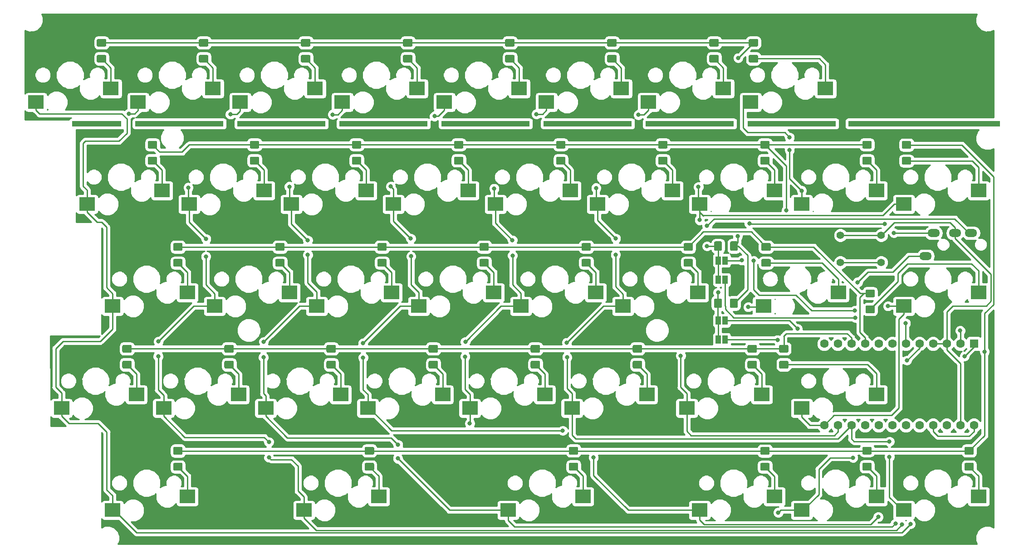
<source format=gbl>
G04 #@! TF.GenerationSoftware,KiCad,Pcbnew,(5.0.0-3-g5ebb6b6)*
G04 #@! TF.CreationDate,2018-10-13T13:11:11+09:00*
G04 #@! TF.ProjectId,pakbd,70616B62642E6B696361645F70636200,1*
G04 #@! TF.SameCoordinates,Original*
G04 #@! TF.FileFunction,Copper,L2,Bot,Signal*
G04 #@! TF.FilePolarity,Positive*
%FSLAX46Y46*%
G04 Gerber Fmt 4.6, Leading zero omitted, Abs format (unit mm)*
G04 Created by KiCad (PCBNEW (5.0.0-3-g5ebb6b6)) date *
%MOMM*%
%LPD*%
G01*
G04 APERTURE LIST*
G04 #@! TA.AperFunction,SMDPad,CuDef*
%ADD10R,3.000000X2.500000*%
G04 #@! TD*
G04 #@! TA.AperFunction,WasherPad*
%ADD11R,9.225000X1.000000*%
G04 #@! TD*
G04 #@! TA.AperFunction,Conductor*
%ADD12C,0.100000*%
G04 #@! TD*
G04 #@! TA.AperFunction,SMDPad,CuDef*
%ADD13C,1.425000*%
G04 #@! TD*
G04 #@! TA.AperFunction,WasherPad*
%ADD14R,28.310000X1.000000*%
G04 #@! TD*
G04 #@! TA.AperFunction,WasherPad*
%ADD15R,16.500000X1.000000*%
G04 #@! TD*
G04 #@! TA.AperFunction,SMDPad,CuDef*
%ADD16R,1.000000X1.500000*%
G04 #@! TD*
G04 #@! TA.AperFunction,ComponentPad*
%ADD17C,1.397000*%
G04 #@! TD*
G04 #@! TA.AperFunction,ComponentPad*
%ADD18C,1.600000*%
G04 #@! TD*
G04 #@! TA.AperFunction,ComponentPad*
%ADD19R,1.600000X1.600000*%
G04 #@! TD*
G04 #@! TA.AperFunction,ComponentPad*
%ADD20O,2.300000X1.500000*%
G04 #@! TD*
G04 #@! TA.AperFunction,ViaPad*
%ADD21C,0.800000*%
G04 #@! TD*
G04 #@! TA.AperFunction,Conductor*
%ADD22C,0.250000*%
G04 #@! TD*
G04 #@! TA.AperFunction,NonConductor*
%ADD23C,0.254000*%
G04 #@! TD*
G04 APERTURE END LIST*
D10*
G04 #@! TO.P,SW54,2*
G04 #@! TO.N,Net-(D54-Pad1)*
X361880250Y-83780000D03*
G04 #@! TO.P,SW54,1*
G04 #@! TO.N,col13*
X347910250Y-86320000D03*
G04 #@! TD*
D11*
G04 #@! TO.P,cr10,*
G04 #@! TO.N,*
X223517501Y-52240001D03*
G04 #@! TD*
D12*
G04 #@! TO.N,row6*
G04 #@! TO.C,D46*
G36*
X367899504Y-55451204D02*
X367923773Y-55454804D01*
X367947571Y-55460765D01*
X367970671Y-55469030D01*
X367992849Y-55479520D01*
X368013893Y-55492133D01*
X368033598Y-55506747D01*
X368051777Y-55523223D01*
X368068253Y-55541402D01*
X368082867Y-55561107D01*
X368095480Y-55582151D01*
X368105970Y-55604329D01*
X368114235Y-55627429D01*
X368120196Y-55651227D01*
X368123796Y-55675496D01*
X368125000Y-55700000D01*
X368125000Y-56625000D01*
X368123796Y-56649504D01*
X368120196Y-56673773D01*
X368114235Y-56697571D01*
X368105970Y-56720671D01*
X368095480Y-56742849D01*
X368082867Y-56763893D01*
X368068253Y-56783598D01*
X368051777Y-56801777D01*
X368033598Y-56818253D01*
X368013893Y-56832867D01*
X367992849Y-56845480D01*
X367970671Y-56855970D01*
X367947571Y-56864235D01*
X367923773Y-56870196D01*
X367899504Y-56873796D01*
X367875000Y-56875000D01*
X366625000Y-56875000D01*
X366600496Y-56873796D01*
X366576227Y-56870196D01*
X366552429Y-56864235D01*
X366529329Y-56855970D01*
X366507151Y-56845480D01*
X366486107Y-56832867D01*
X366466402Y-56818253D01*
X366448223Y-56801777D01*
X366431747Y-56783598D01*
X366417133Y-56763893D01*
X366404520Y-56742849D01*
X366394030Y-56720671D01*
X366385765Y-56697571D01*
X366379804Y-56673773D01*
X366376204Y-56649504D01*
X366375000Y-56625000D01*
X366375000Y-55700000D01*
X366376204Y-55675496D01*
X366379804Y-55651227D01*
X366385765Y-55627429D01*
X366394030Y-55604329D01*
X366404520Y-55582151D01*
X366417133Y-55561107D01*
X366431747Y-55541402D01*
X366448223Y-55523223D01*
X366466402Y-55506747D01*
X366486107Y-55492133D01*
X366507151Y-55479520D01*
X366529329Y-55469030D01*
X366552429Y-55460765D01*
X366576227Y-55454804D01*
X366600496Y-55451204D01*
X366625000Y-55450000D01*
X367875000Y-55450000D01*
X367899504Y-55451204D01*
X367899504Y-55451204D01*
G37*
D13*
G04 #@! TD*
G04 #@! TO.P,D46,2*
G04 #@! TO.N,row6*
X367250000Y-56162500D03*
D12*
G04 #@! TO.N,Net-(D46-Pad1)*
G04 #@! TO.C,D46*
G36*
X367899504Y-58426204D02*
X367923773Y-58429804D01*
X367947571Y-58435765D01*
X367970671Y-58444030D01*
X367992849Y-58454520D01*
X368013893Y-58467133D01*
X368033598Y-58481747D01*
X368051777Y-58498223D01*
X368068253Y-58516402D01*
X368082867Y-58536107D01*
X368095480Y-58557151D01*
X368105970Y-58579329D01*
X368114235Y-58602429D01*
X368120196Y-58626227D01*
X368123796Y-58650496D01*
X368125000Y-58675000D01*
X368125000Y-59600000D01*
X368123796Y-59624504D01*
X368120196Y-59648773D01*
X368114235Y-59672571D01*
X368105970Y-59695671D01*
X368095480Y-59717849D01*
X368082867Y-59738893D01*
X368068253Y-59758598D01*
X368051777Y-59776777D01*
X368033598Y-59793253D01*
X368013893Y-59807867D01*
X367992849Y-59820480D01*
X367970671Y-59830970D01*
X367947571Y-59839235D01*
X367923773Y-59845196D01*
X367899504Y-59848796D01*
X367875000Y-59850000D01*
X366625000Y-59850000D01*
X366600496Y-59848796D01*
X366576227Y-59845196D01*
X366552429Y-59839235D01*
X366529329Y-59830970D01*
X366507151Y-59820480D01*
X366486107Y-59807867D01*
X366466402Y-59793253D01*
X366448223Y-59776777D01*
X366431747Y-59758598D01*
X366417133Y-59738893D01*
X366404520Y-59717849D01*
X366394030Y-59695671D01*
X366385765Y-59672571D01*
X366379804Y-59648773D01*
X366376204Y-59624504D01*
X366375000Y-59600000D01*
X366375000Y-58675000D01*
X366376204Y-58650496D01*
X366379804Y-58626227D01*
X366385765Y-58602429D01*
X366394030Y-58579329D01*
X366404520Y-58557151D01*
X366417133Y-58536107D01*
X366431747Y-58516402D01*
X366448223Y-58498223D01*
X366466402Y-58481747D01*
X366486107Y-58467133D01*
X366507151Y-58454520D01*
X366529329Y-58444030D01*
X366552429Y-58435765D01*
X366576227Y-58429804D01*
X366600496Y-58426204D01*
X366625000Y-58425000D01*
X367875000Y-58425000D01*
X367899504Y-58426204D01*
X367899504Y-58426204D01*
G37*
D13*
G04 #@! TD*
G04 #@! TO.P,D46,1*
G04 #@! TO.N,Net-(D46-Pad1)*
X367250000Y-59137500D03*
D12*
G04 #@! TO.N,row9*
G04 #@! TO.C,D47*
G36*
X375269504Y-55491204D02*
X375293773Y-55494804D01*
X375317571Y-55500765D01*
X375340671Y-55509030D01*
X375362849Y-55519520D01*
X375383893Y-55532133D01*
X375403598Y-55546747D01*
X375421777Y-55563223D01*
X375438253Y-55581402D01*
X375452867Y-55601107D01*
X375465480Y-55622151D01*
X375475970Y-55644329D01*
X375484235Y-55667429D01*
X375490196Y-55691227D01*
X375493796Y-55715496D01*
X375495000Y-55740000D01*
X375495000Y-56665000D01*
X375493796Y-56689504D01*
X375490196Y-56713773D01*
X375484235Y-56737571D01*
X375475970Y-56760671D01*
X375465480Y-56782849D01*
X375452867Y-56803893D01*
X375438253Y-56823598D01*
X375421777Y-56841777D01*
X375403598Y-56858253D01*
X375383893Y-56872867D01*
X375362849Y-56885480D01*
X375340671Y-56895970D01*
X375317571Y-56904235D01*
X375293773Y-56910196D01*
X375269504Y-56913796D01*
X375245000Y-56915000D01*
X373995000Y-56915000D01*
X373970496Y-56913796D01*
X373946227Y-56910196D01*
X373922429Y-56904235D01*
X373899329Y-56895970D01*
X373877151Y-56885480D01*
X373856107Y-56872867D01*
X373836402Y-56858253D01*
X373818223Y-56841777D01*
X373801747Y-56823598D01*
X373787133Y-56803893D01*
X373774520Y-56782849D01*
X373764030Y-56760671D01*
X373755765Y-56737571D01*
X373749804Y-56713773D01*
X373746204Y-56689504D01*
X373745000Y-56665000D01*
X373745000Y-55740000D01*
X373746204Y-55715496D01*
X373749804Y-55691227D01*
X373755765Y-55667429D01*
X373764030Y-55644329D01*
X373774520Y-55622151D01*
X373787133Y-55601107D01*
X373801747Y-55581402D01*
X373818223Y-55563223D01*
X373836402Y-55546747D01*
X373856107Y-55532133D01*
X373877151Y-55519520D01*
X373899329Y-55509030D01*
X373922429Y-55500765D01*
X373946227Y-55494804D01*
X373970496Y-55491204D01*
X373995000Y-55490000D01*
X375245000Y-55490000D01*
X375269504Y-55491204D01*
X375269504Y-55491204D01*
G37*
D13*
G04 #@! TD*
G04 #@! TO.P,D47,2*
G04 #@! TO.N,row9*
X374620000Y-56202500D03*
D12*
G04 #@! TO.N,Net-(D47-Pad1)*
G04 #@! TO.C,D47*
G36*
X375269504Y-58466204D02*
X375293773Y-58469804D01*
X375317571Y-58475765D01*
X375340671Y-58484030D01*
X375362849Y-58494520D01*
X375383893Y-58507133D01*
X375403598Y-58521747D01*
X375421777Y-58538223D01*
X375438253Y-58556402D01*
X375452867Y-58576107D01*
X375465480Y-58597151D01*
X375475970Y-58619329D01*
X375484235Y-58642429D01*
X375490196Y-58666227D01*
X375493796Y-58690496D01*
X375495000Y-58715000D01*
X375495000Y-59640000D01*
X375493796Y-59664504D01*
X375490196Y-59688773D01*
X375484235Y-59712571D01*
X375475970Y-59735671D01*
X375465480Y-59757849D01*
X375452867Y-59778893D01*
X375438253Y-59798598D01*
X375421777Y-59816777D01*
X375403598Y-59833253D01*
X375383893Y-59847867D01*
X375362849Y-59860480D01*
X375340671Y-59870970D01*
X375317571Y-59879235D01*
X375293773Y-59885196D01*
X375269504Y-59888796D01*
X375245000Y-59890000D01*
X373995000Y-59890000D01*
X373970496Y-59888796D01*
X373946227Y-59885196D01*
X373922429Y-59879235D01*
X373899329Y-59870970D01*
X373877151Y-59860480D01*
X373856107Y-59847867D01*
X373836402Y-59833253D01*
X373818223Y-59816777D01*
X373801747Y-59798598D01*
X373787133Y-59778893D01*
X373774520Y-59757849D01*
X373764030Y-59735671D01*
X373755765Y-59712571D01*
X373749804Y-59688773D01*
X373746204Y-59664504D01*
X373745000Y-59640000D01*
X373745000Y-58715000D01*
X373746204Y-58690496D01*
X373749804Y-58666227D01*
X373755765Y-58642429D01*
X373764030Y-58619329D01*
X373774520Y-58597151D01*
X373787133Y-58576107D01*
X373801747Y-58556402D01*
X373818223Y-58538223D01*
X373836402Y-58521747D01*
X373856107Y-58507133D01*
X373877151Y-58494520D01*
X373899329Y-58484030D01*
X373922429Y-58475765D01*
X373946227Y-58469804D01*
X373970496Y-58466204D01*
X373995000Y-58465000D01*
X375245000Y-58465000D01*
X375269504Y-58466204D01*
X375269504Y-58466204D01*
G37*
D13*
G04 #@! TD*
G04 #@! TO.P,D47,1*
G04 #@! TO.N,Net-(D47-Pad1)*
X374620000Y-59177500D03*
D12*
G04 #@! TO.N,row7*
G04 #@! TO.C,D48*
G36*
X239309504Y-74541204D02*
X239333773Y-74544804D01*
X239357571Y-74550765D01*
X239380671Y-74559030D01*
X239402849Y-74569520D01*
X239423893Y-74582133D01*
X239443598Y-74596747D01*
X239461777Y-74613223D01*
X239478253Y-74631402D01*
X239492867Y-74651107D01*
X239505480Y-74672151D01*
X239515970Y-74694329D01*
X239524235Y-74717429D01*
X239530196Y-74741227D01*
X239533796Y-74765496D01*
X239535000Y-74790000D01*
X239535000Y-75715000D01*
X239533796Y-75739504D01*
X239530196Y-75763773D01*
X239524235Y-75787571D01*
X239515970Y-75810671D01*
X239505480Y-75832849D01*
X239492867Y-75853893D01*
X239478253Y-75873598D01*
X239461777Y-75891777D01*
X239443598Y-75908253D01*
X239423893Y-75922867D01*
X239402849Y-75935480D01*
X239380671Y-75945970D01*
X239357571Y-75954235D01*
X239333773Y-75960196D01*
X239309504Y-75963796D01*
X239285000Y-75965000D01*
X238035000Y-75965000D01*
X238010496Y-75963796D01*
X237986227Y-75960196D01*
X237962429Y-75954235D01*
X237939329Y-75945970D01*
X237917151Y-75935480D01*
X237896107Y-75922867D01*
X237876402Y-75908253D01*
X237858223Y-75891777D01*
X237841747Y-75873598D01*
X237827133Y-75853893D01*
X237814520Y-75832849D01*
X237804030Y-75810671D01*
X237795765Y-75787571D01*
X237789804Y-75763773D01*
X237786204Y-75739504D01*
X237785000Y-75715000D01*
X237785000Y-74790000D01*
X237786204Y-74765496D01*
X237789804Y-74741227D01*
X237795765Y-74717429D01*
X237804030Y-74694329D01*
X237814520Y-74672151D01*
X237827133Y-74651107D01*
X237841747Y-74631402D01*
X237858223Y-74613223D01*
X237876402Y-74596747D01*
X237896107Y-74582133D01*
X237917151Y-74569520D01*
X237939329Y-74559030D01*
X237962429Y-74550765D01*
X237986227Y-74544804D01*
X238010496Y-74541204D01*
X238035000Y-74540000D01*
X239285000Y-74540000D01*
X239309504Y-74541204D01*
X239309504Y-74541204D01*
G37*
D13*
G04 #@! TD*
G04 #@! TO.P,D48,2*
G04 #@! TO.N,row7*
X238660000Y-75252500D03*
D12*
G04 #@! TO.N,Net-(D48-Pad1)*
G04 #@! TO.C,D48*
G36*
X239309504Y-77516204D02*
X239333773Y-77519804D01*
X239357571Y-77525765D01*
X239380671Y-77534030D01*
X239402849Y-77544520D01*
X239423893Y-77557133D01*
X239443598Y-77571747D01*
X239461777Y-77588223D01*
X239478253Y-77606402D01*
X239492867Y-77626107D01*
X239505480Y-77647151D01*
X239515970Y-77669329D01*
X239524235Y-77692429D01*
X239530196Y-77716227D01*
X239533796Y-77740496D01*
X239535000Y-77765000D01*
X239535000Y-78690000D01*
X239533796Y-78714504D01*
X239530196Y-78738773D01*
X239524235Y-78762571D01*
X239515970Y-78785671D01*
X239505480Y-78807849D01*
X239492867Y-78828893D01*
X239478253Y-78848598D01*
X239461777Y-78866777D01*
X239443598Y-78883253D01*
X239423893Y-78897867D01*
X239402849Y-78910480D01*
X239380671Y-78920970D01*
X239357571Y-78929235D01*
X239333773Y-78935196D01*
X239309504Y-78938796D01*
X239285000Y-78940000D01*
X238035000Y-78940000D01*
X238010496Y-78938796D01*
X237986227Y-78935196D01*
X237962429Y-78929235D01*
X237939329Y-78920970D01*
X237917151Y-78910480D01*
X237896107Y-78897867D01*
X237876402Y-78883253D01*
X237858223Y-78866777D01*
X237841747Y-78848598D01*
X237827133Y-78828893D01*
X237814520Y-78807849D01*
X237804030Y-78785671D01*
X237795765Y-78762571D01*
X237789804Y-78738773D01*
X237786204Y-78714504D01*
X237785000Y-78690000D01*
X237785000Y-77765000D01*
X237786204Y-77740496D01*
X237789804Y-77716227D01*
X237795765Y-77692429D01*
X237804030Y-77669329D01*
X237814520Y-77647151D01*
X237827133Y-77626107D01*
X237841747Y-77606402D01*
X237858223Y-77588223D01*
X237876402Y-77571747D01*
X237896107Y-77557133D01*
X237917151Y-77544520D01*
X237939329Y-77534030D01*
X237962429Y-77525765D01*
X237986227Y-77519804D01*
X238010496Y-77516204D01*
X238035000Y-77515000D01*
X239285000Y-77515000D01*
X239309504Y-77516204D01*
X239309504Y-77516204D01*
G37*
D13*
G04 #@! TD*
G04 #@! TO.P,D48,1*
G04 #@! TO.N,Net-(D48-Pad1)*
X238660000Y-78227500D03*
D12*
G04 #@! TO.N,row7*
G04 #@! TO.C,D49*
G36*
X258359504Y-74541204D02*
X258383773Y-74544804D01*
X258407571Y-74550765D01*
X258430671Y-74559030D01*
X258452849Y-74569520D01*
X258473893Y-74582133D01*
X258493598Y-74596747D01*
X258511777Y-74613223D01*
X258528253Y-74631402D01*
X258542867Y-74651107D01*
X258555480Y-74672151D01*
X258565970Y-74694329D01*
X258574235Y-74717429D01*
X258580196Y-74741227D01*
X258583796Y-74765496D01*
X258585000Y-74790000D01*
X258585000Y-75715000D01*
X258583796Y-75739504D01*
X258580196Y-75763773D01*
X258574235Y-75787571D01*
X258565970Y-75810671D01*
X258555480Y-75832849D01*
X258542867Y-75853893D01*
X258528253Y-75873598D01*
X258511777Y-75891777D01*
X258493598Y-75908253D01*
X258473893Y-75922867D01*
X258452849Y-75935480D01*
X258430671Y-75945970D01*
X258407571Y-75954235D01*
X258383773Y-75960196D01*
X258359504Y-75963796D01*
X258335000Y-75965000D01*
X257085000Y-75965000D01*
X257060496Y-75963796D01*
X257036227Y-75960196D01*
X257012429Y-75954235D01*
X256989329Y-75945970D01*
X256967151Y-75935480D01*
X256946107Y-75922867D01*
X256926402Y-75908253D01*
X256908223Y-75891777D01*
X256891747Y-75873598D01*
X256877133Y-75853893D01*
X256864520Y-75832849D01*
X256854030Y-75810671D01*
X256845765Y-75787571D01*
X256839804Y-75763773D01*
X256836204Y-75739504D01*
X256835000Y-75715000D01*
X256835000Y-74790000D01*
X256836204Y-74765496D01*
X256839804Y-74741227D01*
X256845765Y-74717429D01*
X256854030Y-74694329D01*
X256864520Y-74672151D01*
X256877133Y-74651107D01*
X256891747Y-74631402D01*
X256908223Y-74613223D01*
X256926402Y-74596747D01*
X256946107Y-74582133D01*
X256967151Y-74569520D01*
X256989329Y-74559030D01*
X257012429Y-74550765D01*
X257036227Y-74544804D01*
X257060496Y-74541204D01*
X257085000Y-74540000D01*
X258335000Y-74540000D01*
X258359504Y-74541204D01*
X258359504Y-74541204D01*
G37*
D13*
G04 #@! TD*
G04 #@! TO.P,D49,2*
G04 #@! TO.N,row7*
X257710000Y-75252500D03*
D12*
G04 #@! TO.N,Net-(D49-Pad1)*
G04 #@! TO.C,D49*
G36*
X258359504Y-77516204D02*
X258383773Y-77519804D01*
X258407571Y-77525765D01*
X258430671Y-77534030D01*
X258452849Y-77544520D01*
X258473893Y-77557133D01*
X258493598Y-77571747D01*
X258511777Y-77588223D01*
X258528253Y-77606402D01*
X258542867Y-77626107D01*
X258555480Y-77647151D01*
X258565970Y-77669329D01*
X258574235Y-77692429D01*
X258580196Y-77716227D01*
X258583796Y-77740496D01*
X258585000Y-77765000D01*
X258585000Y-78690000D01*
X258583796Y-78714504D01*
X258580196Y-78738773D01*
X258574235Y-78762571D01*
X258565970Y-78785671D01*
X258555480Y-78807849D01*
X258542867Y-78828893D01*
X258528253Y-78848598D01*
X258511777Y-78866777D01*
X258493598Y-78883253D01*
X258473893Y-78897867D01*
X258452849Y-78910480D01*
X258430671Y-78920970D01*
X258407571Y-78929235D01*
X258383773Y-78935196D01*
X258359504Y-78938796D01*
X258335000Y-78940000D01*
X257085000Y-78940000D01*
X257060496Y-78938796D01*
X257036227Y-78935196D01*
X257012429Y-78929235D01*
X256989329Y-78920970D01*
X256967151Y-78910480D01*
X256946107Y-78897867D01*
X256926402Y-78883253D01*
X256908223Y-78866777D01*
X256891747Y-78848598D01*
X256877133Y-78828893D01*
X256864520Y-78807849D01*
X256854030Y-78785671D01*
X256845765Y-78762571D01*
X256839804Y-78738773D01*
X256836204Y-78714504D01*
X256835000Y-78690000D01*
X256835000Y-77765000D01*
X256836204Y-77740496D01*
X256839804Y-77716227D01*
X256845765Y-77692429D01*
X256854030Y-77669329D01*
X256864520Y-77647151D01*
X256877133Y-77626107D01*
X256891747Y-77606402D01*
X256908223Y-77588223D01*
X256926402Y-77571747D01*
X256946107Y-77557133D01*
X256967151Y-77544520D01*
X256989329Y-77534030D01*
X257012429Y-77525765D01*
X257036227Y-77519804D01*
X257060496Y-77516204D01*
X257085000Y-77515000D01*
X258335000Y-77515000D01*
X258359504Y-77516204D01*
X258359504Y-77516204D01*
G37*
D13*
G04 #@! TD*
G04 #@! TO.P,D49,1*
G04 #@! TO.N,Net-(D49-Pad1)*
X257710000Y-78227500D03*
D12*
G04 #@! TO.N,row7*
G04 #@! TO.C,D50*
G36*
X277409504Y-74541204D02*
X277433773Y-74544804D01*
X277457571Y-74550765D01*
X277480671Y-74559030D01*
X277502849Y-74569520D01*
X277523893Y-74582133D01*
X277543598Y-74596747D01*
X277561777Y-74613223D01*
X277578253Y-74631402D01*
X277592867Y-74651107D01*
X277605480Y-74672151D01*
X277615970Y-74694329D01*
X277624235Y-74717429D01*
X277630196Y-74741227D01*
X277633796Y-74765496D01*
X277635000Y-74790000D01*
X277635000Y-75715000D01*
X277633796Y-75739504D01*
X277630196Y-75763773D01*
X277624235Y-75787571D01*
X277615970Y-75810671D01*
X277605480Y-75832849D01*
X277592867Y-75853893D01*
X277578253Y-75873598D01*
X277561777Y-75891777D01*
X277543598Y-75908253D01*
X277523893Y-75922867D01*
X277502849Y-75935480D01*
X277480671Y-75945970D01*
X277457571Y-75954235D01*
X277433773Y-75960196D01*
X277409504Y-75963796D01*
X277385000Y-75965000D01*
X276135000Y-75965000D01*
X276110496Y-75963796D01*
X276086227Y-75960196D01*
X276062429Y-75954235D01*
X276039329Y-75945970D01*
X276017151Y-75935480D01*
X275996107Y-75922867D01*
X275976402Y-75908253D01*
X275958223Y-75891777D01*
X275941747Y-75873598D01*
X275927133Y-75853893D01*
X275914520Y-75832849D01*
X275904030Y-75810671D01*
X275895765Y-75787571D01*
X275889804Y-75763773D01*
X275886204Y-75739504D01*
X275885000Y-75715000D01*
X275885000Y-74790000D01*
X275886204Y-74765496D01*
X275889804Y-74741227D01*
X275895765Y-74717429D01*
X275904030Y-74694329D01*
X275914520Y-74672151D01*
X275927133Y-74651107D01*
X275941747Y-74631402D01*
X275958223Y-74613223D01*
X275976402Y-74596747D01*
X275996107Y-74582133D01*
X276017151Y-74569520D01*
X276039329Y-74559030D01*
X276062429Y-74550765D01*
X276086227Y-74544804D01*
X276110496Y-74541204D01*
X276135000Y-74540000D01*
X277385000Y-74540000D01*
X277409504Y-74541204D01*
X277409504Y-74541204D01*
G37*
D13*
G04 #@! TD*
G04 #@! TO.P,D50,2*
G04 #@! TO.N,row7*
X276760000Y-75252500D03*
D12*
G04 #@! TO.N,Net-(D50-Pad1)*
G04 #@! TO.C,D50*
G36*
X277409504Y-77516204D02*
X277433773Y-77519804D01*
X277457571Y-77525765D01*
X277480671Y-77534030D01*
X277502849Y-77544520D01*
X277523893Y-77557133D01*
X277543598Y-77571747D01*
X277561777Y-77588223D01*
X277578253Y-77606402D01*
X277592867Y-77626107D01*
X277605480Y-77647151D01*
X277615970Y-77669329D01*
X277624235Y-77692429D01*
X277630196Y-77716227D01*
X277633796Y-77740496D01*
X277635000Y-77765000D01*
X277635000Y-78690000D01*
X277633796Y-78714504D01*
X277630196Y-78738773D01*
X277624235Y-78762571D01*
X277615970Y-78785671D01*
X277605480Y-78807849D01*
X277592867Y-78828893D01*
X277578253Y-78848598D01*
X277561777Y-78866777D01*
X277543598Y-78883253D01*
X277523893Y-78897867D01*
X277502849Y-78910480D01*
X277480671Y-78920970D01*
X277457571Y-78929235D01*
X277433773Y-78935196D01*
X277409504Y-78938796D01*
X277385000Y-78940000D01*
X276135000Y-78940000D01*
X276110496Y-78938796D01*
X276086227Y-78935196D01*
X276062429Y-78929235D01*
X276039329Y-78920970D01*
X276017151Y-78910480D01*
X275996107Y-78897867D01*
X275976402Y-78883253D01*
X275958223Y-78866777D01*
X275941747Y-78848598D01*
X275927133Y-78828893D01*
X275914520Y-78807849D01*
X275904030Y-78785671D01*
X275895765Y-78762571D01*
X275889804Y-78738773D01*
X275886204Y-78714504D01*
X275885000Y-78690000D01*
X275885000Y-77765000D01*
X275886204Y-77740496D01*
X275889804Y-77716227D01*
X275895765Y-77692429D01*
X275904030Y-77669329D01*
X275914520Y-77647151D01*
X275927133Y-77626107D01*
X275941747Y-77606402D01*
X275958223Y-77588223D01*
X275976402Y-77571747D01*
X275996107Y-77557133D01*
X276017151Y-77544520D01*
X276039329Y-77534030D01*
X276062429Y-77525765D01*
X276086227Y-77519804D01*
X276110496Y-77516204D01*
X276135000Y-77515000D01*
X277385000Y-77515000D01*
X277409504Y-77516204D01*
X277409504Y-77516204D01*
G37*
D13*
G04 #@! TD*
G04 #@! TO.P,D50,1*
G04 #@! TO.N,Net-(D50-Pad1)*
X276760000Y-78227500D03*
D12*
G04 #@! TO.N,row7*
G04 #@! TO.C,D51*
G36*
X296459504Y-74541204D02*
X296483773Y-74544804D01*
X296507571Y-74550765D01*
X296530671Y-74559030D01*
X296552849Y-74569520D01*
X296573893Y-74582133D01*
X296593598Y-74596747D01*
X296611777Y-74613223D01*
X296628253Y-74631402D01*
X296642867Y-74651107D01*
X296655480Y-74672151D01*
X296665970Y-74694329D01*
X296674235Y-74717429D01*
X296680196Y-74741227D01*
X296683796Y-74765496D01*
X296685000Y-74790000D01*
X296685000Y-75715000D01*
X296683796Y-75739504D01*
X296680196Y-75763773D01*
X296674235Y-75787571D01*
X296665970Y-75810671D01*
X296655480Y-75832849D01*
X296642867Y-75853893D01*
X296628253Y-75873598D01*
X296611777Y-75891777D01*
X296593598Y-75908253D01*
X296573893Y-75922867D01*
X296552849Y-75935480D01*
X296530671Y-75945970D01*
X296507571Y-75954235D01*
X296483773Y-75960196D01*
X296459504Y-75963796D01*
X296435000Y-75965000D01*
X295185000Y-75965000D01*
X295160496Y-75963796D01*
X295136227Y-75960196D01*
X295112429Y-75954235D01*
X295089329Y-75945970D01*
X295067151Y-75935480D01*
X295046107Y-75922867D01*
X295026402Y-75908253D01*
X295008223Y-75891777D01*
X294991747Y-75873598D01*
X294977133Y-75853893D01*
X294964520Y-75832849D01*
X294954030Y-75810671D01*
X294945765Y-75787571D01*
X294939804Y-75763773D01*
X294936204Y-75739504D01*
X294935000Y-75715000D01*
X294935000Y-74790000D01*
X294936204Y-74765496D01*
X294939804Y-74741227D01*
X294945765Y-74717429D01*
X294954030Y-74694329D01*
X294964520Y-74672151D01*
X294977133Y-74651107D01*
X294991747Y-74631402D01*
X295008223Y-74613223D01*
X295026402Y-74596747D01*
X295046107Y-74582133D01*
X295067151Y-74569520D01*
X295089329Y-74559030D01*
X295112429Y-74550765D01*
X295136227Y-74544804D01*
X295160496Y-74541204D01*
X295185000Y-74540000D01*
X296435000Y-74540000D01*
X296459504Y-74541204D01*
X296459504Y-74541204D01*
G37*
D13*
G04 #@! TD*
G04 #@! TO.P,D51,2*
G04 #@! TO.N,row7*
X295810000Y-75252500D03*
D12*
G04 #@! TO.N,Net-(D51-Pad1)*
G04 #@! TO.C,D51*
G36*
X296459504Y-77516204D02*
X296483773Y-77519804D01*
X296507571Y-77525765D01*
X296530671Y-77534030D01*
X296552849Y-77544520D01*
X296573893Y-77557133D01*
X296593598Y-77571747D01*
X296611777Y-77588223D01*
X296628253Y-77606402D01*
X296642867Y-77626107D01*
X296655480Y-77647151D01*
X296665970Y-77669329D01*
X296674235Y-77692429D01*
X296680196Y-77716227D01*
X296683796Y-77740496D01*
X296685000Y-77765000D01*
X296685000Y-78690000D01*
X296683796Y-78714504D01*
X296680196Y-78738773D01*
X296674235Y-78762571D01*
X296665970Y-78785671D01*
X296655480Y-78807849D01*
X296642867Y-78828893D01*
X296628253Y-78848598D01*
X296611777Y-78866777D01*
X296593598Y-78883253D01*
X296573893Y-78897867D01*
X296552849Y-78910480D01*
X296530671Y-78920970D01*
X296507571Y-78929235D01*
X296483773Y-78935196D01*
X296459504Y-78938796D01*
X296435000Y-78940000D01*
X295185000Y-78940000D01*
X295160496Y-78938796D01*
X295136227Y-78935196D01*
X295112429Y-78929235D01*
X295089329Y-78920970D01*
X295067151Y-78910480D01*
X295046107Y-78897867D01*
X295026402Y-78883253D01*
X295008223Y-78866777D01*
X294991747Y-78848598D01*
X294977133Y-78828893D01*
X294964520Y-78807849D01*
X294954030Y-78785671D01*
X294945765Y-78762571D01*
X294939804Y-78738773D01*
X294936204Y-78714504D01*
X294935000Y-78690000D01*
X294935000Y-77765000D01*
X294936204Y-77740496D01*
X294939804Y-77716227D01*
X294945765Y-77692429D01*
X294954030Y-77669329D01*
X294964520Y-77647151D01*
X294977133Y-77626107D01*
X294991747Y-77606402D01*
X295008223Y-77588223D01*
X295026402Y-77571747D01*
X295046107Y-77557133D01*
X295067151Y-77544520D01*
X295089329Y-77534030D01*
X295112429Y-77525765D01*
X295136227Y-77519804D01*
X295160496Y-77516204D01*
X295185000Y-77515000D01*
X296435000Y-77515000D01*
X296459504Y-77516204D01*
X296459504Y-77516204D01*
G37*
D13*
G04 #@! TD*
G04 #@! TO.P,D51,1*
G04 #@! TO.N,Net-(D51-Pad1)*
X295810000Y-78227500D03*
D12*
G04 #@! TO.N,row7*
G04 #@! TO.C,D52*
G36*
X315509504Y-74541204D02*
X315533773Y-74544804D01*
X315557571Y-74550765D01*
X315580671Y-74559030D01*
X315602849Y-74569520D01*
X315623893Y-74582133D01*
X315643598Y-74596747D01*
X315661777Y-74613223D01*
X315678253Y-74631402D01*
X315692867Y-74651107D01*
X315705480Y-74672151D01*
X315715970Y-74694329D01*
X315724235Y-74717429D01*
X315730196Y-74741227D01*
X315733796Y-74765496D01*
X315735000Y-74790000D01*
X315735000Y-75715000D01*
X315733796Y-75739504D01*
X315730196Y-75763773D01*
X315724235Y-75787571D01*
X315715970Y-75810671D01*
X315705480Y-75832849D01*
X315692867Y-75853893D01*
X315678253Y-75873598D01*
X315661777Y-75891777D01*
X315643598Y-75908253D01*
X315623893Y-75922867D01*
X315602849Y-75935480D01*
X315580671Y-75945970D01*
X315557571Y-75954235D01*
X315533773Y-75960196D01*
X315509504Y-75963796D01*
X315485000Y-75965000D01*
X314235000Y-75965000D01*
X314210496Y-75963796D01*
X314186227Y-75960196D01*
X314162429Y-75954235D01*
X314139329Y-75945970D01*
X314117151Y-75935480D01*
X314096107Y-75922867D01*
X314076402Y-75908253D01*
X314058223Y-75891777D01*
X314041747Y-75873598D01*
X314027133Y-75853893D01*
X314014520Y-75832849D01*
X314004030Y-75810671D01*
X313995765Y-75787571D01*
X313989804Y-75763773D01*
X313986204Y-75739504D01*
X313985000Y-75715000D01*
X313985000Y-74790000D01*
X313986204Y-74765496D01*
X313989804Y-74741227D01*
X313995765Y-74717429D01*
X314004030Y-74694329D01*
X314014520Y-74672151D01*
X314027133Y-74651107D01*
X314041747Y-74631402D01*
X314058223Y-74613223D01*
X314076402Y-74596747D01*
X314096107Y-74582133D01*
X314117151Y-74569520D01*
X314139329Y-74559030D01*
X314162429Y-74550765D01*
X314186227Y-74544804D01*
X314210496Y-74541204D01*
X314235000Y-74540000D01*
X315485000Y-74540000D01*
X315509504Y-74541204D01*
X315509504Y-74541204D01*
G37*
D13*
G04 #@! TD*
G04 #@! TO.P,D52,2*
G04 #@! TO.N,row7*
X314860000Y-75252500D03*
D12*
G04 #@! TO.N,Net-(D52-Pad1)*
G04 #@! TO.C,D52*
G36*
X315509504Y-77516204D02*
X315533773Y-77519804D01*
X315557571Y-77525765D01*
X315580671Y-77534030D01*
X315602849Y-77544520D01*
X315623893Y-77557133D01*
X315643598Y-77571747D01*
X315661777Y-77588223D01*
X315678253Y-77606402D01*
X315692867Y-77626107D01*
X315705480Y-77647151D01*
X315715970Y-77669329D01*
X315724235Y-77692429D01*
X315730196Y-77716227D01*
X315733796Y-77740496D01*
X315735000Y-77765000D01*
X315735000Y-78690000D01*
X315733796Y-78714504D01*
X315730196Y-78738773D01*
X315724235Y-78762571D01*
X315715970Y-78785671D01*
X315705480Y-78807849D01*
X315692867Y-78828893D01*
X315678253Y-78848598D01*
X315661777Y-78866777D01*
X315643598Y-78883253D01*
X315623893Y-78897867D01*
X315602849Y-78910480D01*
X315580671Y-78920970D01*
X315557571Y-78929235D01*
X315533773Y-78935196D01*
X315509504Y-78938796D01*
X315485000Y-78940000D01*
X314235000Y-78940000D01*
X314210496Y-78938796D01*
X314186227Y-78935196D01*
X314162429Y-78929235D01*
X314139329Y-78920970D01*
X314117151Y-78910480D01*
X314096107Y-78897867D01*
X314076402Y-78883253D01*
X314058223Y-78866777D01*
X314041747Y-78848598D01*
X314027133Y-78828893D01*
X314014520Y-78807849D01*
X314004030Y-78785671D01*
X313995765Y-78762571D01*
X313989804Y-78738773D01*
X313986204Y-78714504D01*
X313985000Y-78690000D01*
X313985000Y-77765000D01*
X313986204Y-77740496D01*
X313989804Y-77716227D01*
X313995765Y-77692429D01*
X314004030Y-77669329D01*
X314014520Y-77647151D01*
X314027133Y-77626107D01*
X314041747Y-77606402D01*
X314058223Y-77588223D01*
X314076402Y-77571747D01*
X314096107Y-77557133D01*
X314117151Y-77544520D01*
X314139329Y-77534030D01*
X314162429Y-77525765D01*
X314186227Y-77519804D01*
X314210496Y-77516204D01*
X314235000Y-77515000D01*
X315485000Y-77515000D01*
X315509504Y-77516204D01*
X315509504Y-77516204D01*
G37*
D13*
G04 #@! TD*
G04 #@! TO.P,D52,1*
G04 #@! TO.N,Net-(D52-Pad1)*
X314860000Y-78227500D03*
D12*
G04 #@! TO.N,row7*
G04 #@! TO.C,D53*
G36*
X334559504Y-74541204D02*
X334583773Y-74544804D01*
X334607571Y-74550765D01*
X334630671Y-74559030D01*
X334652849Y-74569520D01*
X334673893Y-74582133D01*
X334693598Y-74596747D01*
X334711777Y-74613223D01*
X334728253Y-74631402D01*
X334742867Y-74651107D01*
X334755480Y-74672151D01*
X334765970Y-74694329D01*
X334774235Y-74717429D01*
X334780196Y-74741227D01*
X334783796Y-74765496D01*
X334785000Y-74790000D01*
X334785000Y-75715000D01*
X334783796Y-75739504D01*
X334780196Y-75763773D01*
X334774235Y-75787571D01*
X334765970Y-75810671D01*
X334755480Y-75832849D01*
X334742867Y-75853893D01*
X334728253Y-75873598D01*
X334711777Y-75891777D01*
X334693598Y-75908253D01*
X334673893Y-75922867D01*
X334652849Y-75935480D01*
X334630671Y-75945970D01*
X334607571Y-75954235D01*
X334583773Y-75960196D01*
X334559504Y-75963796D01*
X334535000Y-75965000D01*
X333285000Y-75965000D01*
X333260496Y-75963796D01*
X333236227Y-75960196D01*
X333212429Y-75954235D01*
X333189329Y-75945970D01*
X333167151Y-75935480D01*
X333146107Y-75922867D01*
X333126402Y-75908253D01*
X333108223Y-75891777D01*
X333091747Y-75873598D01*
X333077133Y-75853893D01*
X333064520Y-75832849D01*
X333054030Y-75810671D01*
X333045765Y-75787571D01*
X333039804Y-75763773D01*
X333036204Y-75739504D01*
X333035000Y-75715000D01*
X333035000Y-74790000D01*
X333036204Y-74765496D01*
X333039804Y-74741227D01*
X333045765Y-74717429D01*
X333054030Y-74694329D01*
X333064520Y-74672151D01*
X333077133Y-74651107D01*
X333091747Y-74631402D01*
X333108223Y-74613223D01*
X333126402Y-74596747D01*
X333146107Y-74582133D01*
X333167151Y-74569520D01*
X333189329Y-74559030D01*
X333212429Y-74550765D01*
X333236227Y-74544804D01*
X333260496Y-74541204D01*
X333285000Y-74540000D01*
X334535000Y-74540000D01*
X334559504Y-74541204D01*
X334559504Y-74541204D01*
G37*
D13*
G04 #@! TD*
G04 #@! TO.P,D53,2*
G04 #@! TO.N,row7*
X333910000Y-75252500D03*
D12*
G04 #@! TO.N,Net-(D53-Pad1)*
G04 #@! TO.C,D53*
G36*
X334559504Y-77516204D02*
X334583773Y-77519804D01*
X334607571Y-77525765D01*
X334630671Y-77534030D01*
X334652849Y-77544520D01*
X334673893Y-77557133D01*
X334693598Y-77571747D01*
X334711777Y-77588223D01*
X334728253Y-77606402D01*
X334742867Y-77626107D01*
X334755480Y-77647151D01*
X334765970Y-77669329D01*
X334774235Y-77692429D01*
X334780196Y-77716227D01*
X334783796Y-77740496D01*
X334785000Y-77765000D01*
X334785000Y-78690000D01*
X334783796Y-78714504D01*
X334780196Y-78738773D01*
X334774235Y-78762571D01*
X334765970Y-78785671D01*
X334755480Y-78807849D01*
X334742867Y-78828893D01*
X334728253Y-78848598D01*
X334711777Y-78866777D01*
X334693598Y-78883253D01*
X334673893Y-78897867D01*
X334652849Y-78910480D01*
X334630671Y-78920970D01*
X334607571Y-78929235D01*
X334583773Y-78935196D01*
X334559504Y-78938796D01*
X334535000Y-78940000D01*
X333285000Y-78940000D01*
X333260496Y-78938796D01*
X333236227Y-78935196D01*
X333212429Y-78929235D01*
X333189329Y-78920970D01*
X333167151Y-78910480D01*
X333146107Y-78897867D01*
X333126402Y-78883253D01*
X333108223Y-78866777D01*
X333091747Y-78848598D01*
X333077133Y-78828893D01*
X333064520Y-78807849D01*
X333054030Y-78785671D01*
X333045765Y-78762571D01*
X333039804Y-78738773D01*
X333036204Y-78714504D01*
X333035000Y-78690000D01*
X333035000Y-77765000D01*
X333036204Y-77740496D01*
X333039804Y-77716227D01*
X333045765Y-77692429D01*
X333054030Y-77669329D01*
X333064520Y-77647151D01*
X333077133Y-77626107D01*
X333091747Y-77606402D01*
X333108223Y-77588223D01*
X333126402Y-77571747D01*
X333146107Y-77557133D01*
X333167151Y-77544520D01*
X333189329Y-77534030D01*
X333212429Y-77525765D01*
X333236227Y-77519804D01*
X333260496Y-77516204D01*
X333285000Y-77515000D01*
X334535000Y-77515000D01*
X334559504Y-77516204D01*
X334559504Y-77516204D01*
G37*
D13*
G04 #@! TD*
G04 #@! TO.P,D53,1*
G04 #@! TO.N,Net-(D53-Pad1)*
X333910000Y-78227500D03*
D12*
G04 #@! TO.N,row7*
G04 #@! TO.C,D54*
G36*
X349059504Y-74541204D02*
X349083773Y-74544804D01*
X349107571Y-74550765D01*
X349130671Y-74559030D01*
X349152849Y-74569520D01*
X349173893Y-74582133D01*
X349193598Y-74596747D01*
X349211777Y-74613223D01*
X349228253Y-74631402D01*
X349242867Y-74651107D01*
X349255480Y-74672151D01*
X349265970Y-74694329D01*
X349274235Y-74717429D01*
X349280196Y-74741227D01*
X349283796Y-74765496D01*
X349285000Y-74790000D01*
X349285000Y-75715000D01*
X349283796Y-75739504D01*
X349280196Y-75763773D01*
X349274235Y-75787571D01*
X349265970Y-75810671D01*
X349255480Y-75832849D01*
X349242867Y-75853893D01*
X349228253Y-75873598D01*
X349211777Y-75891777D01*
X349193598Y-75908253D01*
X349173893Y-75922867D01*
X349152849Y-75935480D01*
X349130671Y-75945970D01*
X349107571Y-75954235D01*
X349083773Y-75960196D01*
X349059504Y-75963796D01*
X349035000Y-75965000D01*
X347785000Y-75965000D01*
X347760496Y-75963796D01*
X347736227Y-75960196D01*
X347712429Y-75954235D01*
X347689329Y-75945970D01*
X347667151Y-75935480D01*
X347646107Y-75922867D01*
X347626402Y-75908253D01*
X347608223Y-75891777D01*
X347591747Y-75873598D01*
X347577133Y-75853893D01*
X347564520Y-75832849D01*
X347554030Y-75810671D01*
X347545765Y-75787571D01*
X347539804Y-75763773D01*
X347536204Y-75739504D01*
X347535000Y-75715000D01*
X347535000Y-74790000D01*
X347536204Y-74765496D01*
X347539804Y-74741227D01*
X347545765Y-74717429D01*
X347554030Y-74694329D01*
X347564520Y-74672151D01*
X347577133Y-74651107D01*
X347591747Y-74631402D01*
X347608223Y-74613223D01*
X347626402Y-74596747D01*
X347646107Y-74582133D01*
X347667151Y-74569520D01*
X347689329Y-74559030D01*
X347712429Y-74550765D01*
X347736227Y-74544804D01*
X347760496Y-74541204D01*
X347785000Y-74540000D01*
X349035000Y-74540000D01*
X349059504Y-74541204D01*
X349059504Y-74541204D01*
G37*
D13*
G04 #@! TD*
G04 #@! TO.P,D54,2*
G04 #@! TO.N,row7*
X348410000Y-75252500D03*
D12*
G04 #@! TO.N,Net-(D54-Pad1)*
G04 #@! TO.C,D54*
G36*
X349059504Y-77516204D02*
X349083773Y-77519804D01*
X349107571Y-77525765D01*
X349130671Y-77534030D01*
X349152849Y-77544520D01*
X349173893Y-77557133D01*
X349193598Y-77571747D01*
X349211777Y-77588223D01*
X349228253Y-77606402D01*
X349242867Y-77626107D01*
X349255480Y-77647151D01*
X349265970Y-77669329D01*
X349274235Y-77692429D01*
X349280196Y-77716227D01*
X349283796Y-77740496D01*
X349285000Y-77765000D01*
X349285000Y-78690000D01*
X349283796Y-78714504D01*
X349280196Y-78738773D01*
X349274235Y-78762571D01*
X349265970Y-78785671D01*
X349255480Y-78807849D01*
X349242867Y-78828893D01*
X349228253Y-78848598D01*
X349211777Y-78866777D01*
X349193598Y-78883253D01*
X349173893Y-78897867D01*
X349152849Y-78910480D01*
X349130671Y-78920970D01*
X349107571Y-78929235D01*
X349083773Y-78935196D01*
X349059504Y-78938796D01*
X349035000Y-78940000D01*
X347785000Y-78940000D01*
X347760496Y-78938796D01*
X347736227Y-78935196D01*
X347712429Y-78929235D01*
X347689329Y-78920970D01*
X347667151Y-78910480D01*
X347646107Y-78897867D01*
X347626402Y-78883253D01*
X347608223Y-78866777D01*
X347591747Y-78848598D01*
X347577133Y-78828893D01*
X347564520Y-78807849D01*
X347554030Y-78785671D01*
X347545765Y-78762571D01*
X347539804Y-78738773D01*
X347536204Y-78714504D01*
X347535000Y-78690000D01*
X347535000Y-77765000D01*
X347536204Y-77740496D01*
X347539804Y-77716227D01*
X347545765Y-77692429D01*
X347554030Y-77669329D01*
X347564520Y-77647151D01*
X347577133Y-77626107D01*
X347591747Y-77606402D01*
X347608223Y-77588223D01*
X347626402Y-77571747D01*
X347646107Y-77557133D01*
X347667151Y-77544520D01*
X347689329Y-77534030D01*
X347712429Y-77525765D01*
X347736227Y-77519804D01*
X347760496Y-77516204D01*
X347785000Y-77515000D01*
X349035000Y-77515000D01*
X349059504Y-77516204D01*
X349059504Y-77516204D01*
G37*
D13*
G04 #@! TD*
G04 #@! TO.P,D54,1*
G04 #@! TO.N,Net-(D54-Pad1)*
X348410000Y-78227500D03*
D12*
G04 #@! TO.N,row7*
G04 #@! TO.C,D55*
G36*
X368489504Y-83221204D02*
X368513773Y-83224804D01*
X368537571Y-83230765D01*
X368560671Y-83239030D01*
X368582849Y-83249520D01*
X368603893Y-83262133D01*
X368623598Y-83276747D01*
X368641777Y-83293223D01*
X368658253Y-83311402D01*
X368672867Y-83331107D01*
X368685480Y-83352151D01*
X368695970Y-83374329D01*
X368704235Y-83397429D01*
X368710196Y-83421227D01*
X368713796Y-83445496D01*
X368715000Y-83470000D01*
X368715000Y-84395000D01*
X368713796Y-84419504D01*
X368710196Y-84443773D01*
X368704235Y-84467571D01*
X368695970Y-84490671D01*
X368685480Y-84512849D01*
X368672867Y-84533893D01*
X368658253Y-84553598D01*
X368641777Y-84571777D01*
X368623598Y-84588253D01*
X368603893Y-84602867D01*
X368582849Y-84615480D01*
X368560671Y-84625970D01*
X368537571Y-84634235D01*
X368513773Y-84640196D01*
X368489504Y-84643796D01*
X368465000Y-84645000D01*
X367215000Y-84645000D01*
X367190496Y-84643796D01*
X367166227Y-84640196D01*
X367142429Y-84634235D01*
X367119329Y-84625970D01*
X367097151Y-84615480D01*
X367076107Y-84602867D01*
X367056402Y-84588253D01*
X367038223Y-84571777D01*
X367021747Y-84553598D01*
X367007133Y-84533893D01*
X366994520Y-84512849D01*
X366984030Y-84490671D01*
X366975765Y-84467571D01*
X366969804Y-84443773D01*
X366966204Y-84419504D01*
X366965000Y-84395000D01*
X366965000Y-83470000D01*
X366966204Y-83445496D01*
X366969804Y-83421227D01*
X366975765Y-83397429D01*
X366984030Y-83374329D01*
X366994520Y-83352151D01*
X367007133Y-83331107D01*
X367021747Y-83311402D01*
X367038223Y-83293223D01*
X367056402Y-83276747D01*
X367076107Y-83262133D01*
X367097151Y-83249520D01*
X367119329Y-83239030D01*
X367142429Y-83230765D01*
X367166227Y-83224804D01*
X367190496Y-83221204D01*
X367215000Y-83220000D01*
X368465000Y-83220000D01*
X368489504Y-83221204D01*
X368489504Y-83221204D01*
G37*
D13*
G04 #@! TD*
G04 #@! TO.P,D55,2*
G04 #@! TO.N,row7*
X367840000Y-83932500D03*
D12*
G04 #@! TO.N,Net-(D55-Pad1)*
G04 #@! TO.C,D55*
G36*
X368489504Y-86196204D02*
X368513773Y-86199804D01*
X368537571Y-86205765D01*
X368560671Y-86214030D01*
X368582849Y-86224520D01*
X368603893Y-86237133D01*
X368623598Y-86251747D01*
X368641777Y-86268223D01*
X368658253Y-86286402D01*
X368672867Y-86306107D01*
X368685480Y-86327151D01*
X368695970Y-86349329D01*
X368704235Y-86372429D01*
X368710196Y-86396227D01*
X368713796Y-86420496D01*
X368715000Y-86445000D01*
X368715000Y-87370000D01*
X368713796Y-87394504D01*
X368710196Y-87418773D01*
X368704235Y-87442571D01*
X368695970Y-87465671D01*
X368685480Y-87487849D01*
X368672867Y-87508893D01*
X368658253Y-87528598D01*
X368641777Y-87546777D01*
X368623598Y-87563253D01*
X368603893Y-87577867D01*
X368582849Y-87590480D01*
X368560671Y-87600970D01*
X368537571Y-87609235D01*
X368513773Y-87615196D01*
X368489504Y-87618796D01*
X368465000Y-87620000D01*
X367215000Y-87620000D01*
X367190496Y-87618796D01*
X367166227Y-87615196D01*
X367142429Y-87609235D01*
X367119329Y-87600970D01*
X367097151Y-87590480D01*
X367076107Y-87577867D01*
X367056402Y-87563253D01*
X367038223Y-87546777D01*
X367021747Y-87528598D01*
X367007133Y-87508893D01*
X366994520Y-87487849D01*
X366984030Y-87465671D01*
X366975765Y-87442571D01*
X366969804Y-87418773D01*
X366966204Y-87394504D01*
X366965000Y-87370000D01*
X366965000Y-86445000D01*
X366966204Y-86420496D01*
X366969804Y-86396227D01*
X366975765Y-86372429D01*
X366984030Y-86349329D01*
X366994520Y-86327151D01*
X367007133Y-86306107D01*
X367021747Y-86286402D01*
X367038223Y-86268223D01*
X367056402Y-86251747D01*
X367076107Y-86237133D01*
X367097151Y-86224520D01*
X367119329Y-86214030D01*
X367142429Y-86205765D01*
X367166227Y-86199804D01*
X367190496Y-86196204D01*
X367215000Y-86195000D01*
X368465000Y-86195000D01*
X368489504Y-86196204D01*
X368489504Y-86196204D01*
G37*
D13*
G04 #@! TD*
G04 #@! TO.P,D55,1*
G04 #@! TO.N,Net-(D55-Pad1)*
X367840000Y-86907500D03*
D12*
G04 #@! TO.N,row8*
G04 #@! TO.C,D56*
G36*
X229799504Y-93561204D02*
X229823773Y-93564804D01*
X229847571Y-93570765D01*
X229870671Y-93579030D01*
X229892849Y-93589520D01*
X229913893Y-93602133D01*
X229933598Y-93616747D01*
X229951777Y-93633223D01*
X229968253Y-93651402D01*
X229982867Y-93671107D01*
X229995480Y-93692151D01*
X230005970Y-93714329D01*
X230014235Y-93737429D01*
X230020196Y-93761227D01*
X230023796Y-93785496D01*
X230025000Y-93810000D01*
X230025000Y-94735000D01*
X230023796Y-94759504D01*
X230020196Y-94783773D01*
X230014235Y-94807571D01*
X230005970Y-94830671D01*
X229995480Y-94852849D01*
X229982867Y-94873893D01*
X229968253Y-94893598D01*
X229951777Y-94911777D01*
X229933598Y-94928253D01*
X229913893Y-94942867D01*
X229892849Y-94955480D01*
X229870671Y-94965970D01*
X229847571Y-94974235D01*
X229823773Y-94980196D01*
X229799504Y-94983796D01*
X229775000Y-94985000D01*
X228525000Y-94985000D01*
X228500496Y-94983796D01*
X228476227Y-94980196D01*
X228452429Y-94974235D01*
X228429329Y-94965970D01*
X228407151Y-94955480D01*
X228386107Y-94942867D01*
X228366402Y-94928253D01*
X228348223Y-94911777D01*
X228331747Y-94893598D01*
X228317133Y-94873893D01*
X228304520Y-94852849D01*
X228294030Y-94830671D01*
X228285765Y-94807571D01*
X228279804Y-94783773D01*
X228276204Y-94759504D01*
X228275000Y-94735000D01*
X228275000Y-93810000D01*
X228276204Y-93785496D01*
X228279804Y-93761227D01*
X228285765Y-93737429D01*
X228294030Y-93714329D01*
X228304520Y-93692151D01*
X228317133Y-93671107D01*
X228331747Y-93651402D01*
X228348223Y-93633223D01*
X228366402Y-93616747D01*
X228386107Y-93602133D01*
X228407151Y-93589520D01*
X228429329Y-93579030D01*
X228452429Y-93570765D01*
X228476227Y-93564804D01*
X228500496Y-93561204D01*
X228525000Y-93560000D01*
X229775000Y-93560000D01*
X229799504Y-93561204D01*
X229799504Y-93561204D01*
G37*
D13*
G04 #@! TD*
G04 #@! TO.P,D56,2*
G04 #@! TO.N,row8*
X229150000Y-94272500D03*
D12*
G04 #@! TO.N,Net-(D56-Pad1)*
G04 #@! TO.C,D56*
G36*
X229799504Y-96536204D02*
X229823773Y-96539804D01*
X229847571Y-96545765D01*
X229870671Y-96554030D01*
X229892849Y-96564520D01*
X229913893Y-96577133D01*
X229933598Y-96591747D01*
X229951777Y-96608223D01*
X229968253Y-96626402D01*
X229982867Y-96646107D01*
X229995480Y-96667151D01*
X230005970Y-96689329D01*
X230014235Y-96712429D01*
X230020196Y-96736227D01*
X230023796Y-96760496D01*
X230025000Y-96785000D01*
X230025000Y-97710000D01*
X230023796Y-97734504D01*
X230020196Y-97758773D01*
X230014235Y-97782571D01*
X230005970Y-97805671D01*
X229995480Y-97827849D01*
X229982867Y-97848893D01*
X229968253Y-97868598D01*
X229951777Y-97886777D01*
X229933598Y-97903253D01*
X229913893Y-97917867D01*
X229892849Y-97930480D01*
X229870671Y-97940970D01*
X229847571Y-97949235D01*
X229823773Y-97955196D01*
X229799504Y-97958796D01*
X229775000Y-97960000D01*
X228525000Y-97960000D01*
X228500496Y-97958796D01*
X228476227Y-97955196D01*
X228452429Y-97949235D01*
X228429329Y-97940970D01*
X228407151Y-97930480D01*
X228386107Y-97917867D01*
X228366402Y-97903253D01*
X228348223Y-97886777D01*
X228331747Y-97868598D01*
X228317133Y-97848893D01*
X228304520Y-97827849D01*
X228294030Y-97805671D01*
X228285765Y-97782571D01*
X228279804Y-97758773D01*
X228276204Y-97734504D01*
X228275000Y-97710000D01*
X228275000Y-96785000D01*
X228276204Y-96760496D01*
X228279804Y-96736227D01*
X228285765Y-96712429D01*
X228294030Y-96689329D01*
X228304520Y-96667151D01*
X228317133Y-96646107D01*
X228331747Y-96626402D01*
X228348223Y-96608223D01*
X228366402Y-96591747D01*
X228386107Y-96577133D01*
X228407151Y-96564520D01*
X228429329Y-96554030D01*
X228452429Y-96545765D01*
X228476227Y-96539804D01*
X228500496Y-96536204D01*
X228525000Y-96535000D01*
X229775000Y-96535000D01*
X229799504Y-96536204D01*
X229799504Y-96536204D01*
G37*
D13*
G04 #@! TD*
G04 #@! TO.P,D56,1*
G04 #@! TO.N,Net-(D56-Pad1)*
X229150000Y-97247500D03*
D12*
G04 #@! TO.N,row8*
G04 #@! TO.C,D57*
G36*
X248849504Y-93561204D02*
X248873773Y-93564804D01*
X248897571Y-93570765D01*
X248920671Y-93579030D01*
X248942849Y-93589520D01*
X248963893Y-93602133D01*
X248983598Y-93616747D01*
X249001777Y-93633223D01*
X249018253Y-93651402D01*
X249032867Y-93671107D01*
X249045480Y-93692151D01*
X249055970Y-93714329D01*
X249064235Y-93737429D01*
X249070196Y-93761227D01*
X249073796Y-93785496D01*
X249075000Y-93810000D01*
X249075000Y-94735000D01*
X249073796Y-94759504D01*
X249070196Y-94783773D01*
X249064235Y-94807571D01*
X249055970Y-94830671D01*
X249045480Y-94852849D01*
X249032867Y-94873893D01*
X249018253Y-94893598D01*
X249001777Y-94911777D01*
X248983598Y-94928253D01*
X248963893Y-94942867D01*
X248942849Y-94955480D01*
X248920671Y-94965970D01*
X248897571Y-94974235D01*
X248873773Y-94980196D01*
X248849504Y-94983796D01*
X248825000Y-94985000D01*
X247575000Y-94985000D01*
X247550496Y-94983796D01*
X247526227Y-94980196D01*
X247502429Y-94974235D01*
X247479329Y-94965970D01*
X247457151Y-94955480D01*
X247436107Y-94942867D01*
X247416402Y-94928253D01*
X247398223Y-94911777D01*
X247381747Y-94893598D01*
X247367133Y-94873893D01*
X247354520Y-94852849D01*
X247344030Y-94830671D01*
X247335765Y-94807571D01*
X247329804Y-94783773D01*
X247326204Y-94759504D01*
X247325000Y-94735000D01*
X247325000Y-93810000D01*
X247326204Y-93785496D01*
X247329804Y-93761227D01*
X247335765Y-93737429D01*
X247344030Y-93714329D01*
X247354520Y-93692151D01*
X247367133Y-93671107D01*
X247381747Y-93651402D01*
X247398223Y-93633223D01*
X247416402Y-93616747D01*
X247436107Y-93602133D01*
X247457151Y-93589520D01*
X247479329Y-93579030D01*
X247502429Y-93570765D01*
X247526227Y-93564804D01*
X247550496Y-93561204D01*
X247575000Y-93560000D01*
X248825000Y-93560000D01*
X248849504Y-93561204D01*
X248849504Y-93561204D01*
G37*
D13*
G04 #@! TD*
G04 #@! TO.P,D57,2*
G04 #@! TO.N,row8*
X248200000Y-94272500D03*
D12*
G04 #@! TO.N,Net-(D57-Pad1)*
G04 #@! TO.C,D57*
G36*
X248849504Y-96536204D02*
X248873773Y-96539804D01*
X248897571Y-96545765D01*
X248920671Y-96554030D01*
X248942849Y-96564520D01*
X248963893Y-96577133D01*
X248983598Y-96591747D01*
X249001777Y-96608223D01*
X249018253Y-96626402D01*
X249032867Y-96646107D01*
X249045480Y-96667151D01*
X249055970Y-96689329D01*
X249064235Y-96712429D01*
X249070196Y-96736227D01*
X249073796Y-96760496D01*
X249075000Y-96785000D01*
X249075000Y-97710000D01*
X249073796Y-97734504D01*
X249070196Y-97758773D01*
X249064235Y-97782571D01*
X249055970Y-97805671D01*
X249045480Y-97827849D01*
X249032867Y-97848893D01*
X249018253Y-97868598D01*
X249001777Y-97886777D01*
X248983598Y-97903253D01*
X248963893Y-97917867D01*
X248942849Y-97930480D01*
X248920671Y-97940970D01*
X248897571Y-97949235D01*
X248873773Y-97955196D01*
X248849504Y-97958796D01*
X248825000Y-97960000D01*
X247575000Y-97960000D01*
X247550496Y-97958796D01*
X247526227Y-97955196D01*
X247502429Y-97949235D01*
X247479329Y-97940970D01*
X247457151Y-97930480D01*
X247436107Y-97917867D01*
X247416402Y-97903253D01*
X247398223Y-97886777D01*
X247381747Y-97868598D01*
X247367133Y-97848893D01*
X247354520Y-97827849D01*
X247344030Y-97805671D01*
X247335765Y-97782571D01*
X247329804Y-97758773D01*
X247326204Y-97734504D01*
X247325000Y-97710000D01*
X247325000Y-96785000D01*
X247326204Y-96760496D01*
X247329804Y-96736227D01*
X247335765Y-96712429D01*
X247344030Y-96689329D01*
X247354520Y-96667151D01*
X247367133Y-96646107D01*
X247381747Y-96626402D01*
X247398223Y-96608223D01*
X247416402Y-96591747D01*
X247436107Y-96577133D01*
X247457151Y-96564520D01*
X247479329Y-96554030D01*
X247502429Y-96545765D01*
X247526227Y-96539804D01*
X247550496Y-96536204D01*
X247575000Y-96535000D01*
X248825000Y-96535000D01*
X248849504Y-96536204D01*
X248849504Y-96536204D01*
G37*
D13*
G04 #@! TD*
G04 #@! TO.P,D57,1*
G04 #@! TO.N,Net-(D57-Pad1)*
X248200000Y-97247500D03*
D12*
G04 #@! TO.N,row8*
G04 #@! TO.C,D58*
G36*
X267899504Y-93561204D02*
X267923773Y-93564804D01*
X267947571Y-93570765D01*
X267970671Y-93579030D01*
X267992849Y-93589520D01*
X268013893Y-93602133D01*
X268033598Y-93616747D01*
X268051777Y-93633223D01*
X268068253Y-93651402D01*
X268082867Y-93671107D01*
X268095480Y-93692151D01*
X268105970Y-93714329D01*
X268114235Y-93737429D01*
X268120196Y-93761227D01*
X268123796Y-93785496D01*
X268125000Y-93810000D01*
X268125000Y-94735000D01*
X268123796Y-94759504D01*
X268120196Y-94783773D01*
X268114235Y-94807571D01*
X268105970Y-94830671D01*
X268095480Y-94852849D01*
X268082867Y-94873893D01*
X268068253Y-94893598D01*
X268051777Y-94911777D01*
X268033598Y-94928253D01*
X268013893Y-94942867D01*
X267992849Y-94955480D01*
X267970671Y-94965970D01*
X267947571Y-94974235D01*
X267923773Y-94980196D01*
X267899504Y-94983796D01*
X267875000Y-94985000D01*
X266625000Y-94985000D01*
X266600496Y-94983796D01*
X266576227Y-94980196D01*
X266552429Y-94974235D01*
X266529329Y-94965970D01*
X266507151Y-94955480D01*
X266486107Y-94942867D01*
X266466402Y-94928253D01*
X266448223Y-94911777D01*
X266431747Y-94893598D01*
X266417133Y-94873893D01*
X266404520Y-94852849D01*
X266394030Y-94830671D01*
X266385765Y-94807571D01*
X266379804Y-94783773D01*
X266376204Y-94759504D01*
X266375000Y-94735000D01*
X266375000Y-93810000D01*
X266376204Y-93785496D01*
X266379804Y-93761227D01*
X266385765Y-93737429D01*
X266394030Y-93714329D01*
X266404520Y-93692151D01*
X266417133Y-93671107D01*
X266431747Y-93651402D01*
X266448223Y-93633223D01*
X266466402Y-93616747D01*
X266486107Y-93602133D01*
X266507151Y-93589520D01*
X266529329Y-93579030D01*
X266552429Y-93570765D01*
X266576227Y-93564804D01*
X266600496Y-93561204D01*
X266625000Y-93560000D01*
X267875000Y-93560000D01*
X267899504Y-93561204D01*
X267899504Y-93561204D01*
G37*
D13*
G04 #@! TD*
G04 #@! TO.P,D58,2*
G04 #@! TO.N,row8*
X267250000Y-94272500D03*
D12*
G04 #@! TO.N,Net-(D58-Pad1)*
G04 #@! TO.C,D58*
G36*
X267899504Y-96536204D02*
X267923773Y-96539804D01*
X267947571Y-96545765D01*
X267970671Y-96554030D01*
X267992849Y-96564520D01*
X268013893Y-96577133D01*
X268033598Y-96591747D01*
X268051777Y-96608223D01*
X268068253Y-96626402D01*
X268082867Y-96646107D01*
X268095480Y-96667151D01*
X268105970Y-96689329D01*
X268114235Y-96712429D01*
X268120196Y-96736227D01*
X268123796Y-96760496D01*
X268125000Y-96785000D01*
X268125000Y-97710000D01*
X268123796Y-97734504D01*
X268120196Y-97758773D01*
X268114235Y-97782571D01*
X268105970Y-97805671D01*
X268095480Y-97827849D01*
X268082867Y-97848893D01*
X268068253Y-97868598D01*
X268051777Y-97886777D01*
X268033598Y-97903253D01*
X268013893Y-97917867D01*
X267992849Y-97930480D01*
X267970671Y-97940970D01*
X267947571Y-97949235D01*
X267923773Y-97955196D01*
X267899504Y-97958796D01*
X267875000Y-97960000D01*
X266625000Y-97960000D01*
X266600496Y-97958796D01*
X266576227Y-97955196D01*
X266552429Y-97949235D01*
X266529329Y-97940970D01*
X266507151Y-97930480D01*
X266486107Y-97917867D01*
X266466402Y-97903253D01*
X266448223Y-97886777D01*
X266431747Y-97868598D01*
X266417133Y-97848893D01*
X266404520Y-97827849D01*
X266394030Y-97805671D01*
X266385765Y-97782571D01*
X266379804Y-97758773D01*
X266376204Y-97734504D01*
X266375000Y-97710000D01*
X266375000Y-96785000D01*
X266376204Y-96760496D01*
X266379804Y-96736227D01*
X266385765Y-96712429D01*
X266394030Y-96689329D01*
X266404520Y-96667151D01*
X266417133Y-96646107D01*
X266431747Y-96626402D01*
X266448223Y-96608223D01*
X266466402Y-96591747D01*
X266486107Y-96577133D01*
X266507151Y-96564520D01*
X266529329Y-96554030D01*
X266552429Y-96545765D01*
X266576227Y-96539804D01*
X266600496Y-96536204D01*
X266625000Y-96535000D01*
X267875000Y-96535000D01*
X267899504Y-96536204D01*
X267899504Y-96536204D01*
G37*
D13*
G04 #@! TD*
G04 #@! TO.P,D58,1*
G04 #@! TO.N,Net-(D58-Pad1)*
X267250000Y-97247500D03*
D12*
G04 #@! TO.N,row8*
G04 #@! TO.C,D59*
G36*
X286949504Y-93561204D02*
X286973773Y-93564804D01*
X286997571Y-93570765D01*
X287020671Y-93579030D01*
X287042849Y-93589520D01*
X287063893Y-93602133D01*
X287083598Y-93616747D01*
X287101777Y-93633223D01*
X287118253Y-93651402D01*
X287132867Y-93671107D01*
X287145480Y-93692151D01*
X287155970Y-93714329D01*
X287164235Y-93737429D01*
X287170196Y-93761227D01*
X287173796Y-93785496D01*
X287175000Y-93810000D01*
X287175000Y-94735000D01*
X287173796Y-94759504D01*
X287170196Y-94783773D01*
X287164235Y-94807571D01*
X287155970Y-94830671D01*
X287145480Y-94852849D01*
X287132867Y-94873893D01*
X287118253Y-94893598D01*
X287101777Y-94911777D01*
X287083598Y-94928253D01*
X287063893Y-94942867D01*
X287042849Y-94955480D01*
X287020671Y-94965970D01*
X286997571Y-94974235D01*
X286973773Y-94980196D01*
X286949504Y-94983796D01*
X286925000Y-94985000D01*
X285675000Y-94985000D01*
X285650496Y-94983796D01*
X285626227Y-94980196D01*
X285602429Y-94974235D01*
X285579329Y-94965970D01*
X285557151Y-94955480D01*
X285536107Y-94942867D01*
X285516402Y-94928253D01*
X285498223Y-94911777D01*
X285481747Y-94893598D01*
X285467133Y-94873893D01*
X285454520Y-94852849D01*
X285444030Y-94830671D01*
X285435765Y-94807571D01*
X285429804Y-94783773D01*
X285426204Y-94759504D01*
X285425000Y-94735000D01*
X285425000Y-93810000D01*
X285426204Y-93785496D01*
X285429804Y-93761227D01*
X285435765Y-93737429D01*
X285444030Y-93714329D01*
X285454520Y-93692151D01*
X285467133Y-93671107D01*
X285481747Y-93651402D01*
X285498223Y-93633223D01*
X285516402Y-93616747D01*
X285536107Y-93602133D01*
X285557151Y-93589520D01*
X285579329Y-93579030D01*
X285602429Y-93570765D01*
X285626227Y-93564804D01*
X285650496Y-93561204D01*
X285675000Y-93560000D01*
X286925000Y-93560000D01*
X286949504Y-93561204D01*
X286949504Y-93561204D01*
G37*
D13*
G04 #@! TD*
G04 #@! TO.P,D59,2*
G04 #@! TO.N,row8*
X286300000Y-94272500D03*
D12*
G04 #@! TO.N,Net-(D59-Pad1)*
G04 #@! TO.C,D59*
G36*
X286949504Y-96536204D02*
X286973773Y-96539804D01*
X286997571Y-96545765D01*
X287020671Y-96554030D01*
X287042849Y-96564520D01*
X287063893Y-96577133D01*
X287083598Y-96591747D01*
X287101777Y-96608223D01*
X287118253Y-96626402D01*
X287132867Y-96646107D01*
X287145480Y-96667151D01*
X287155970Y-96689329D01*
X287164235Y-96712429D01*
X287170196Y-96736227D01*
X287173796Y-96760496D01*
X287175000Y-96785000D01*
X287175000Y-97710000D01*
X287173796Y-97734504D01*
X287170196Y-97758773D01*
X287164235Y-97782571D01*
X287155970Y-97805671D01*
X287145480Y-97827849D01*
X287132867Y-97848893D01*
X287118253Y-97868598D01*
X287101777Y-97886777D01*
X287083598Y-97903253D01*
X287063893Y-97917867D01*
X287042849Y-97930480D01*
X287020671Y-97940970D01*
X286997571Y-97949235D01*
X286973773Y-97955196D01*
X286949504Y-97958796D01*
X286925000Y-97960000D01*
X285675000Y-97960000D01*
X285650496Y-97958796D01*
X285626227Y-97955196D01*
X285602429Y-97949235D01*
X285579329Y-97940970D01*
X285557151Y-97930480D01*
X285536107Y-97917867D01*
X285516402Y-97903253D01*
X285498223Y-97886777D01*
X285481747Y-97868598D01*
X285467133Y-97848893D01*
X285454520Y-97827849D01*
X285444030Y-97805671D01*
X285435765Y-97782571D01*
X285429804Y-97758773D01*
X285426204Y-97734504D01*
X285425000Y-97710000D01*
X285425000Y-96785000D01*
X285426204Y-96760496D01*
X285429804Y-96736227D01*
X285435765Y-96712429D01*
X285444030Y-96689329D01*
X285454520Y-96667151D01*
X285467133Y-96646107D01*
X285481747Y-96626402D01*
X285498223Y-96608223D01*
X285516402Y-96591747D01*
X285536107Y-96577133D01*
X285557151Y-96564520D01*
X285579329Y-96554030D01*
X285602429Y-96545765D01*
X285626227Y-96539804D01*
X285650496Y-96536204D01*
X285675000Y-96535000D01*
X286925000Y-96535000D01*
X286949504Y-96536204D01*
X286949504Y-96536204D01*
G37*
D13*
G04 #@! TD*
G04 #@! TO.P,D59,1*
G04 #@! TO.N,Net-(D59-Pad1)*
X286300000Y-97247500D03*
D10*
G04 #@! TO.P,SW51,2*
G04 #@! TO.N,Net-(D51-Pad1)*
X297587000Y-83780000D03*
G04 #@! TO.P,SW51,1*
G04 #@! TO.N,col10*
X283617000Y-86320000D03*
G04 #@! TD*
G04 #@! TO.P,SW52,2*
G04 #@! TO.N,Net-(D52-Pad1)*
X316637000Y-83780000D03*
G04 #@! TO.P,SW52,1*
G04 #@! TO.N,col11*
X302667000Y-86320000D03*
G04 #@! TD*
G04 #@! TO.P,SW56,2*
G04 #@! TO.N,Net-(D56-Pad1)*
X230912000Y-102830000D03*
G04 #@! TO.P,SW56,1*
G04 #@! TO.N,col7*
X216942000Y-105370000D03*
G04 #@! TD*
G04 #@! TO.P,SW66,2*
G04 #@! TO.N,Net-(D66-Pad1)*
X314256250Y-121880000D03*
G04 #@! TO.P,SW66,1*
G04 #@! TO.N,col9*
X300286250Y-124420000D03*
G04 #@! TD*
D14*
G04 #@! TO.P,cr18,*
G04 #@! TO.N,*
X377900001Y-52240001D03*
G04 #@! TD*
D15*
G04 #@! TO.P,cr11,*
G04 #@! TO.N,*
X238930001Y-52240001D03*
G04 #@! TD*
G04 #@! TO.P,cr16,*
G04 #@! TO.N,*
X334180001Y-52240001D03*
G04 #@! TD*
G04 #@! TO.P,cr12,*
G04 #@! TO.N,*
X257980001Y-52240001D03*
G04 #@! TD*
G04 #@! TO.P,cr14,*
G04 #@! TO.N,*
X296080001Y-52240001D03*
G04 #@! TD*
G04 #@! TO.P,cr13,*
G04 #@! TO.N,*
X277030001Y-52240001D03*
G04 #@! TD*
G04 #@! TO.P,cr15,*
G04 #@! TO.N,*
X315130001Y-52240001D03*
G04 #@! TD*
G04 #@! TO.P,cr17,*
G04 #@! TO.N,*
X353230001Y-52240001D03*
G04 #@! TD*
D16*
G04 #@! TO.P,JP_da1,1*
G04 #@! TO.N,data1a*
X340790478Y-77790000D03*
G04 #@! TO.P,JP_da1,2*
G04 #@! TO.N,data1*
X339490478Y-77790000D03*
G04 #@! TD*
D12*
G04 #@! TO.N,row5*
G04 #@! TO.C,D31*
G36*
X225049504Y-36411204D02*
X225073773Y-36414804D01*
X225097571Y-36420765D01*
X225120671Y-36429030D01*
X225142849Y-36439520D01*
X225163893Y-36452133D01*
X225183598Y-36466747D01*
X225201777Y-36483223D01*
X225218253Y-36501402D01*
X225232867Y-36521107D01*
X225245480Y-36542151D01*
X225255970Y-36564329D01*
X225264235Y-36587429D01*
X225270196Y-36611227D01*
X225273796Y-36635496D01*
X225275000Y-36660000D01*
X225275000Y-37585000D01*
X225273796Y-37609504D01*
X225270196Y-37633773D01*
X225264235Y-37657571D01*
X225255970Y-37680671D01*
X225245480Y-37702849D01*
X225232867Y-37723893D01*
X225218253Y-37743598D01*
X225201777Y-37761777D01*
X225183598Y-37778253D01*
X225163893Y-37792867D01*
X225142849Y-37805480D01*
X225120671Y-37815970D01*
X225097571Y-37824235D01*
X225073773Y-37830196D01*
X225049504Y-37833796D01*
X225025000Y-37835000D01*
X223775000Y-37835000D01*
X223750496Y-37833796D01*
X223726227Y-37830196D01*
X223702429Y-37824235D01*
X223679329Y-37815970D01*
X223657151Y-37805480D01*
X223636107Y-37792867D01*
X223616402Y-37778253D01*
X223598223Y-37761777D01*
X223581747Y-37743598D01*
X223567133Y-37723893D01*
X223554520Y-37702849D01*
X223544030Y-37680671D01*
X223535765Y-37657571D01*
X223529804Y-37633773D01*
X223526204Y-37609504D01*
X223525000Y-37585000D01*
X223525000Y-36660000D01*
X223526204Y-36635496D01*
X223529804Y-36611227D01*
X223535765Y-36587429D01*
X223544030Y-36564329D01*
X223554520Y-36542151D01*
X223567133Y-36521107D01*
X223581747Y-36501402D01*
X223598223Y-36483223D01*
X223616402Y-36466747D01*
X223636107Y-36452133D01*
X223657151Y-36439520D01*
X223679329Y-36429030D01*
X223702429Y-36420765D01*
X223726227Y-36414804D01*
X223750496Y-36411204D01*
X223775000Y-36410000D01*
X225025000Y-36410000D01*
X225049504Y-36411204D01*
X225049504Y-36411204D01*
G37*
D13*
G04 #@! TD*
G04 #@! TO.P,D31,2*
G04 #@! TO.N,row5*
X224400000Y-37122500D03*
D12*
G04 #@! TO.N,Net-(D31-Pad1)*
G04 #@! TO.C,D31*
G36*
X225049504Y-39386204D02*
X225073773Y-39389804D01*
X225097571Y-39395765D01*
X225120671Y-39404030D01*
X225142849Y-39414520D01*
X225163893Y-39427133D01*
X225183598Y-39441747D01*
X225201777Y-39458223D01*
X225218253Y-39476402D01*
X225232867Y-39496107D01*
X225245480Y-39517151D01*
X225255970Y-39539329D01*
X225264235Y-39562429D01*
X225270196Y-39586227D01*
X225273796Y-39610496D01*
X225275000Y-39635000D01*
X225275000Y-40560000D01*
X225273796Y-40584504D01*
X225270196Y-40608773D01*
X225264235Y-40632571D01*
X225255970Y-40655671D01*
X225245480Y-40677849D01*
X225232867Y-40698893D01*
X225218253Y-40718598D01*
X225201777Y-40736777D01*
X225183598Y-40753253D01*
X225163893Y-40767867D01*
X225142849Y-40780480D01*
X225120671Y-40790970D01*
X225097571Y-40799235D01*
X225073773Y-40805196D01*
X225049504Y-40808796D01*
X225025000Y-40810000D01*
X223775000Y-40810000D01*
X223750496Y-40808796D01*
X223726227Y-40805196D01*
X223702429Y-40799235D01*
X223679329Y-40790970D01*
X223657151Y-40780480D01*
X223636107Y-40767867D01*
X223616402Y-40753253D01*
X223598223Y-40736777D01*
X223581747Y-40718598D01*
X223567133Y-40698893D01*
X223554520Y-40677849D01*
X223544030Y-40655671D01*
X223535765Y-40632571D01*
X223529804Y-40608773D01*
X223526204Y-40584504D01*
X223525000Y-40560000D01*
X223525000Y-39635000D01*
X223526204Y-39610496D01*
X223529804Y-39586227D01*
X223535765Y-39562429D01*
X223544030Y-39539329D01*
X223554520Y-39517151D01*
X223567133Y-39496107D01*
X223581747Y-39476402D01*
X223598223Y-39458223D01*
X223616402Y-39441747D01*
X223636107Y-39427133D01*
X223657151Y-39414520D01*
X223679329Y-39404030D01*
X223702429Y-39395765D01*
X223726227Y-39389804D01*
X223750496Y-39386204D01*
X223775000Y-39385000D01*
X225025000Y-39385000D01*
X225049504Y-39386204D01*
X225049504Y-39386204D01*
G37*
D13*
G04 #@! TD*
G04 #@! TO.P,D31,1*
G04 #@! TO.N,Net-(D31-Pad1)*
X224400000Y-40097500D03*
D12*
G04 #@! TO.N,row5*
G04 #@! TO.C,D32*
G36*
X244099504Y-36411204D02*
X244123773Y-36414804D01*
X244147571Y-36420765D01*
X244170671Y-36429030D01*
X244192849Y-36439520D01*
X244213893Y-36452133D01*
X244233598Y-36466747D01*
X244251777Y-36483223D01*
X244268253Y-36501402D01*
X244282867Y-36521107D01*
X244295480Y-36542151D01*
X244305970Y-36564329D01*
X244314235Y-36587429D01*
X244320196Y-36611227D01*
X244323796Y-36635496D01*
X244325000Y-36660000D01*
X244325000Y-37585000D01*
X244323796Y-37609504D01*
X244320196Y-37633773D01*
X244314235Y-37657571D01*
X244305970Y-37680671D01*
X244295480Y-37702849D01*
X244282867Y-37723893D01*
X244268253Y-37743598D01*
X244251777Y-37761777D01*
X244233598Y-37778253D01*
X244213893Y-37792867D01*
X244192849Y-37805480D01*
X244170671Y-37815970D01*
X244147571Y-37824235D01*
X244123773Y-37830196D01*
X244099504Y-37833796D01*
X244075000Y-37835000D01*
X242825000Y-37835000D01*
X242800496Y-37833796D01*
X242776227Y-37830196D01*
X242752429Y-37824235D01*
X242729329Y-37815970D01*
X242707151Y-37805480D01*
X242686107Y-37792867D01*
X242666402Y-37778253D01*
X242648223Y-37761777D01*
X242631747Y-37743598D01*
X242617133Y-37723893D01*
X242604520Y-37702849D01*
X242594030Y-37680671D01*
X242585765Y-37657571D01*
X242579804Y-37633773D01*
X242576204Y-37609504D01*
X242575000Y-37585000D01*
X242575000Y-36660000D01*
X242576204Y-36635496D01*
X242579804Y-36611227D01*
X242585765Y-36587429D01*
X242594030Y-36564329D01*
X242604520Y-36542151D01*
X242617133Y-36521107D01*
X242631747Y-36501402D01*
X242648223Y-36483223D01*
X242666402Y-36466747D01*
X242686107Y-36452133D01*
X242707151Y-36439520D01*
X242729329Y-36429030D01*
X242752429Y-36420765D01*
X242776227Y-36414804D01*
X242800496Y-36411204D01*
X242825000Y-36410000D01*
X244075000Y-36410000D01*
X244099504Y-36411204D01*
X244099504Y-36411204D01*
G37*
D13*
G04 #@! TD*
G04 #@! TO.P,D32,2*
G04 #@! TO.N,row5*
X243450000Y-37122500D03*
D12*
G04 #@! TO.N,Net-(D32-Pad1)*
G04 #@! TO.C,D32*
G36*
X244099504Y-39386204D02*
X244123773Y-39389804D01*
X244147571Y-39395765D01*
X244170671Y-39404030D01*
X244192849Y-39414520D01*
X244213893Y-39427133D01*
X244233598Y-39441747D01*
X244251777Y-39458223D01*
X244268253Y-39476402D01*
X244282867Y-39496107D01*
X244295480Y-39517151D01*
X244305970Y-39539329D01*
X244314235Y-39562429D01*
X244320196Y-39586227D01*
X244323796Y-39610496D01*
X244325000Y-39635000D01*
X244325000Y-40560000D01*
X244323796Y-40584504D01*
X244320196Y-40608773D01*
X244314235Y-40632571D01*
X244305970Y-40655671D01*
X244295480Y-40677849D01*
X244282867Y-40698893D01*
X244268253Y-40718598D01*
X244251777Y-40736777D01*
X244233598Y-40753253D01*
X244213893Y-40767867D01*
X244192849Y-40780480D01*
X244170671Y-40790970D01*
X244147571Y-40799235D01*
X244123773Y-40805196D01*
X244099504Y-40808796D01*
X244075000Y-40810000D01*
X242825000Y-40810000D01*
X242800496Y-40808796D01*
X242776227Y-40805196D01*
X242752429Y-40799235D01*
X242729329Y-40790970D01*
X242707151Y-40780480D01*
X242686107Y-40767867D01*
X242666402Y-40753253D01*
X242648223Y-40736777D01*
X242631747Y-40718598D01*
X242617133Y-40698893D01*
X242604520Y-40677849D01*
X242594030Y-40655671D01*
X242585765Y-40632571D01*
X242579804Y-40608773D01*
X242576204Y-40584504D01*
X242575000Y-40560000D01*
X242575000Y-39635000D01*
X242576204Y-39610496D01*
X242579804Y-39586227D01*
X242585765Y-39562429D01*
X242594030Y-39539329D01*
X242604520Y-39517151D01*
X242617133Y-39496107D01*
X242631747Y-39476402D01*
X242648223Y-39458223D01*
X242666402Y-39441747D01*
X242686107Y-39427133D01*
X242707151Y-39414520D01*
X242729329Y-39404030D01*
X242752429Y-39395765D01*
X242776227Y-39389804D01*
X242800496Y-39386204D01*
X242825000Y-39385000D01*
X244075000Y-39385000D01*
X244099504Y-39386204D01*
X244099504Y-39386204D01*
G37*
D13*
G04 #@! TD*
G04 #@! TO.P,D32,1*
G04 #@! TO.N,Net-(D32-Pad1)*
X243450000Y-40097500D03*
D12*
G04 #@! TO.N,row5*
G04 #@! TO.C,D33*
G36*
X263149504Y-36411204D02*
X263173773Y-36414804D01*
X263197571Y-36420765D01*
X263220671Y-36429030D01*
X263242849Y-36439520D01*
X263263893Y-36452133D01*
X263283598Y-36466747D01*
X263301777Y-36483223D01*
X263318253Y-36501402D01*
X263332867Y-36521107D01*
X263345480Y-36542151D01*
X263355970Y-36564329D01*
X263364235Y-36587429D01*
X263370196Y-36611227D01*
X263373796Y-36635496D01*
X263375000Y-36660000D01*
X263375000Y-37585000D01*
X263373796Y-37609504D01*
X263370196Y-37633773D01*
X263364235Y-37657571D01*
X263355970Y-37680671D01*
X263345480Y-37702849D01*
X263332867Y-37723893D01*
X263318253Y-37743598D01*
X263301777Y-37761777D01*
X263283598Y-37778253D01*
X263263893Y-37792867D01*
X263242849Y-37805480D01*
X263220671Y-37815970D01*
X263197571Y-37824235D01*
X263173773Y-37830196D01*
X263149504Y-37833796D01*
X263125000Y-37835000D01*
X261875000Y-37835000D01*
X261850496Y-37833796D01*
X261826227Y-37830196D01*
X261802429Y-37824235D01*
X261779329Y-37815970D01*
X261757151Y-37805480D01*
X261736107Y-37792867D01*
X261716402Y-37778253D01*
X261698223Y-37761777D01*
X261681747Y-37743598D01*
X261667133Y-37723893D01*
X261654520Y-37702849D01*
X261644030Y-37680671D01*
X261635765Y-37657571D01*
X261629804Y-37633773D01*
X261626204Y-37609504D01*
X261625000Y-37585000D01*
X261625000Y-36660000D01*
X261626204Y-36635496D01*
X261629804Y-36611227D01*
X261635765Y-36587429D01*
X261644030Y-36564329D01*
X261654520Y-36542151D01*
X261667133Y-36521107D01*
X261681747Y-36501402D01*
X261698223Y-36483223D01*
X261716402Y-36466747D01*
X261736107Y-36452133D01*
X261757151Y-36439520D01*
X261779329Y-36429030D01*
X261802429Y-36420765D01*
X261826227Y-36414804D01*
X261850496Y-36411204D01*
X261875000Y-36410000D01*
X263125000Y-36410000D01*
X263149504Y-36411204D01*
X263149504Y-36411204D01*
G37*
D13*
G04 #@! TD*
G04 #@! TO.P,D33,2*
G04 #@! TO.N,row5*
X262500000Y-37122500D03*
D12*
G04 #@! TO.N,Net-(D33-Pad1)*
G04 #@! TO.C,D33*
G36*
X263149504Y-39386204D02*
X263173773Y-39389804D01*
X263197571Y-39395765D01*
X263220671Y-39404030D01*
X263242849Y-39414520D01*
X263263893Y-39427133D01*
X263283598Y-39441747D01*
X263301777Y-39458223D01*
X263318253Y-39476402D01*
X263332867Y-39496107D01*
X263345480Y-39517151D01*
X263355970Y-39539329D01*
X263364235Y-39562429D01*
X263370196Y-39586227D01*
X263373796Y-39610496D01*
X263375000Y-39635000D01*
X263375000Y-40560000D01*
X263373796Y-40584504D01*
X263370196Y-40608773D01*
X263364235Y-40632571D01*
X263355970Y-40655671D01*
X263345480Y-40677849D01*
X263332867Y-40698893D01*
X263318253Y-40718598D01*
X263301777Y-40736777D01*
X263283598Y-40753253D01*
X263263893Y-40767867D01*
X263242849Y-40780480D01*
X263220671Y-40790970D01*
X263197571Y-40799235D01*
X263173773Y-40805196D01*
X263149504Y-40808796D01*
X263125000Y-40810000D01*
X261875000Y-40810000D01*
X261850496Y-40808796D01*
X261826227Y-40805196D01*
X261802429Y-40799235D01*
X261779329Y-40790970D01*
X261757151Y-40780480D01*
X261736107Y-40767867D01*
X261716402Y-40753253D01*
X261698223Y-40736777D01*
X261681747Y-40718598D01*
X261667133Y-40698893D01*
X261654520Y-40677849D01*
X261644030Y-40655671D01*
X261635765Y-40632571D01*
X261629804Y-40608773D01*
X261626204Y-40584504D01*
X261625000Y-40560000D01*
X261625000Y-39635000D01*
X261626204Y-39610496D01*
X261629804Y-39586227D01*
X261635765Y-39562429D01*
X261644030Y-39539329D01*
X261654520Y-39517151D01*
X261667133Y-39496107D01*
X261681747Y-39476402D01*
X261698223Y-39458223D01*
X261716402Y-39441747D01*
X261736107Y-39427133D01*
X261757151Y-39414520D01*
X261779329Y-39404030D01*
X261802429Y-39395765D01*
X261826227Y-39389804D01*
X261850496Y-39386204D01*
X261875000Y-39385000D01*
X263125000Y-39385000D01*
X263149504Y-39386204D01*
X263149504Y-39386204D01*
G37*
D13*
G04 #@! TD*
G04 #@! TO.P,D33,1*
G04 #@! TO.N,Net-(D33-Pad1)*
X262500000Y-40097500D03*
D12*
G04 #@! TO.N,row5*
G04 #@! TO.C,D34*
G36*
X282199504Y-36411204D02*
X282223773Y-36414804D01*
X282247571Y-36420765D01*
X282270671Y-36429030D01*
X282292849Y-36439520D01*
X282313893Y-36452133D01*
X282333598Y-36466747D01*
X282351777Y-36483223D01*
X282368253Y-36501402D01*
X282382867Y-36521107D01*
X282395480Y-36542151D01*
X282405970Y-36564329D01*
X282414235Y-36587429D01*
X282420196Y-36611227D01*
X282423796Y-36635496D01*
X282425000Y-36660000D01*
X282425000Y-37585000D01*
X282423796Y-37609504D01*
X282420196Y-37633773D01*
X282414235Y-37657571D01*
X282405970Y-37680671D01*
X282395480Y-37702849D01*
X282382867Y-37723893D01*
X282368253Y-37743598D01*
X282351777Y-37761777D01*
X282333598Y-37778253D01*
X282313893Y-37792867D01*
X282292849Y-37805480D01*
X282270671Y-37815970D01*
X282247571Y-37824235D01*
X282223773Y-37830196D01*
X282199504Y-37833796D01*
X282175000Y-37835000D01*
X280925000Y-37835000D01*
X280900496Y-37833796D01*
X280876227Y-37830196D01*
X280852429Y-37824235D01*
X280829329Y-37815970D01*
X280807151Y-37805480D01*
X280786107Y-37792867D01*
X280766402Y-37778253D01*
X280748223Y-37761777D01*
X280731747Y-37743598D01*
X280717133Y-37723893D01*
X280704520Y-37702849D01*
X280694030Y-37680671D01*
X280685765Y-37657571D01*
X280679804Y-37633773D01*
X280676204Y-37609504D01*
X280675000Y-37585000D01*
X280675000Y-36660000D01*
X280676204Y-36635496D01*
X280679804Y-36611227D01*
X280685765Y-36587429D01*
X280694030Y-36564329D01*
X280704520Y-36542151D01*
X280717133Y-36521107D01*
X280731747Y-36501402D01*
X280748223Y-36483223D01*
X280766402Y-36466747D01*
X280786107Y-36452133D01*
X280807151Y-36439520D01*
X280829329Y-36429030D01*
X280852429Y-36420765D01*
X280876227Y-36414804D01*
X280900496Y-36411204D01*
X280925000Y-36410000D01*
X282175000Y-36410000D01*
X282199504Y-36411204D01*
X282199504Y-36411204D01*
G37*
D13*
G04 #@! TD*
G04 #@! TO.P,D34,2*
G04 #@! TO.N,row5*
X281550000Y-37122500D03*
D12*
G04 #@! TO.N,Net-(D34-Pad1)*
G04 #@! TO.C,D34*
G36*
X282199504Y-39386204D02*
X282223773Y-39389804D01*
X282247571Y-39395765D01*
X282270671Y-39404030D01*
X282292849Y-39414520D01*
X282313893Y-39427133D01*
X282333598Y-39441747D01*
X282351777Y-39458223D01*
X282368253Y-39476402D01*
X282382867Y-39496107D01*
X282395480Y-39517151D01*
X282405970Y-39539329D01*
X282414235Y-39562429D01*
X282420196Y-39586227D01*
X282423796Y-39610496D01*
X282425000Y-39635000D01*
X282425000Y-40560000D01*
X282423796Y-40584504D01*
X282420196Y-40608773D01*
X282414235Y-40632571D01*
X282405970Y-40655671D01*
X282395480Y-40677849D01*
X282382867Y-40698893D01*
X282368253Y-40718598D01*
X282351777Y-40736777D01*
X282333598Y-40753253D01*
X282313893Y-40767867D01*
X282292849Y-40780480D01*
X282270671Y-40790970D01*
X282247571Y-40799235D01*
X282223773Y-40805196D01*
X282199504Y-40808796D01*
X282175000Y-40810000D01*
X280925000Y-40810000D01*
X280900496Y-40808796D01*
X280876227Y-40805196D01*
X280852429Y-40799235D01*
X280829329Y-40790970D01*
X280807151Y-40780480D01*
X280786107Y-40767867D01*
X280766402Y-40753253D01*
X280748223Y-40736777D01*
X280731747Y-40718598D01*
X280717133Y-40698893D01*
X280704520Y-40677849D01*
X280694030Y-40655671D01*
X280685765Y-40632571D01*
X280679804Y-40608773D01*
X280676204Y-40584504D01*
X280675000Y-40560000D01*
X280675000Y-39635000D01*
X280676204Y-39610496D01*
X280679804Y-39586227D01*
X280685765Y-39562429D01*
X280694030Y-39539329D01*
X280704520Y-39517151D01*
X280717133Y-39496107D01*
X280731747Y-39476402D01*
X280748223Y-39458223D01*
X280766402Y-39441747D01*
X280786107Y-39427133D01*
X280807151Y-39414520D01*
X280829329Y-39404030D01*
X280852429Y-39395765D01*
X280876227Y-39389804D01*
X280900496Y-39386204D01*
X280925000Y-39385000D01*
X282175000Y-39385000D01*
X282199504Y-39386204D01*
X282199504Y-39386204D01*
G37*
D13*
G04 #@! TD*
G04 #@! TO.P,D34,1*
G04 #@! TO.N,Net-(D34-Pad1)*
X281550000Y-40097500D03*
D12*
G04 #@! TO.N,row5*
G04 #@! TO.C,D35*
G36*
X301249504Y-36411204D02*
X301273773Y-36414804D01*
X301297571Y-36420765D01*
X301320671Y-36429030D01*
X301342849Y-36439520D01*
X301363893Y-36452133D01*
X301383598Y-36466747D01*
X301401777Y-36483223D01*
X301418253Y-36501402D01*
X301432867Y-36521107D01*
X301445480Y-36542151D01*
X301455970Y-36564329D01*
X301464235Y-36587429D01*
X301470196Y-36611227D01*
X301473796Y-36635496D01*
X301475000Y-36660000D01*
X301475000Y-37585000D01*
X301473796Y-37609504D01*
X301470196Y-37633773D01*
X301464235Y-37657571D01*
X301455970Y-37680671D01*
X301445480Y-37702849D01*
X301432867Y-37723893D01*
X301418253Y-37743598D01*
X301401777Y-37761777D01*
X301383598Y-37778253D01*
X301363893Y-37792867D01*
X301342849Y-37805480D01*
X301320671Y-37815970D01*
X301297571Y-37824235D01*
X301273773Y-37830196D01*
X301249504Y-37833796D01*
X301225000Y-37835000D01*
X299975000Y-37835000D01*
X299950496Y-37833796D01*
X299926227Y-37830196D01*
X299902429Y-37824235D01*
X299879329Y-37815970D01*
X299857151Y-37805480D01*
X299836107Y-37792867D01*
X299816402Y-37778253D01*
X299798223Y-37761777D01*
X299781747Y-37743598D01*
X299767133Y-37723893D01*
X299754520Y-37702849D01*
X299744030Y-37680671D01*
X299735765Y-37657571D01*
X299729804Y-37633773D01*
X299726204Y-37609504D01*
X299725000Y-37585000D01*
X299725000Y-36660000D01*
X299726204Y-36635496D01*
X299729804Y-36611227D01*
X299735765Y-36587429D01*
X299744030Y-36564329D01*
X299754520Y-36542151D01*
X299767133Y-36521107D01*
X299781747Y-36501402D01*
X299798223Y-36483223D01*
X299816402Y-36466747D01*
X299836107Y-36452133D01*
X299857151Y-36439520D01*
X299879329Y-36429030D01*
X299902429Y-36420765D01*
X299926227Y-36414804D01*
X299950496Y-36411204D01*
X299975000Y-36410000D01*
X301225000Y-36410000D01*
X301249504Y-36411204D01*
X301249504Y-36411204D01*
G37*
D13*
G04 #@! TD*
G04 #@! TO.P,D35,2*
G04 #@! TO.N,row5*
X300600000Y-37122500D03*
D12*
G04 #@! TO.N,Net-(D35-Pad1)*
G04 #@! TO.C,D35*
G36*
X301249504Y-39386204D02*
X301273773Y-39389804D01*
X301297571Y-39395765D01*
X301320671Y-39404030D01*
X301342849Y-39414520D01*
X301363893Y-39427133D01*
X301383598Y-39441747D01*
X301401777Y-39458223D01*
X301418253Y-39476402D01*
X301432867Y-39496107D01*
X301445480Y-39517151D01*
X301455970Y-39539329D01*
X301464235Y-39562429D01*
X301470196Y-39586227D01*
X301473796Y-39610496D01*
X301475000Y-39635000D01*
X301475000Y-40560000D01*
X301473796Y-40584504D01*
X301470196Y-40608773D01*
X301464235Y-40632571D01*
X301455970Y-40655671D01*
X301445480Y-40677849D01*
X301432867Y-40698893D01*
X301418253Y-40718598D01*
X301401777Y-40736777D01*
X301383598Y-40753253D01*
X301363893Y-40767867D01*
X301342849Y-40780480D01*
X301320671Y-40790970D01*
X301297571Y-40799235D01*
X301273773Y-40805196D01*
X301249504Y-40808796D01*
X301225000Y-40810000D01*
X299975000Y-40810000D01*
X299950496Y-40808796D01*
X299926227Y-40805196D01*
X299902429Y-40799235D01*
X299879329Y-40790970D01*
X299857151Y-40780480D01*
X299836107Y-40767867D01*
X299816402Y-40753253D01*
X299798223Y-40736777D01*
X299781747Y-40718598D01*
X299767133Y-40698893D01*
X299754520Y-40677849D01*
X299744030Y-40655671D01*
X299735765Y-40632571D01*
X299729804Y-40608773D01*
X299726204Y-40584504D01*
X299725000Y-40560000D01*
X299725000Y-39635000D01*
X299726204Y-39610496D01*
X299729804Y-39586227D01*
X299735765Y-39562429D01*
X299744030Y-39539329D01*
X299754520Y-39517151D01*
X299767133Y-39496107D01*
X299781747Y-39476402D01*
X299798223Y-39458223D01*
X299816402Y-39441747D01*
X299836107Y-39427133D01*
X299857151Y-39414520D01*
X299879329Y-39404030D01*
X299902429Y-39395765D01*
X299926227Y-39389804D01*
X299950496Y-39386204D01*
X299975000Y-39385000D01*
X301225000Y-39385000D01*
X301249504Y-39386204D01*
X301249504Y-39386204D01*
G37*
D13*
G04 #@! TD*
G04 #@! TO.P,D35,1*
G04 #@! TO.N,Net-(D35-Pad1)*
X300600000Y-40097500D03*
D12*
G04 #@! TO.N,row5*
G04 #@! TO.C,D36*
G36*
X320299504Y-36411204D02*
X320323773Y-36414804D01*
X320347571Y-36420765D01*
X320370671Y-36429030D01*
X320392849Y-36439520D01*
X320413893Y-36452133D01*
X320433598Y-36466747D01*
X320451777Y-36483223D01*
X320468253Y-36501402D01*
X320482867Y-36521107D01*
X320495480Y-36542151D01*
X320505970Y-36564329D01*
X320514235Y-36587429D01*
X320520196Y-36611227D01*
X320523796Y-36635496D01*
X320525000Y-36660000D01*
X320525000Y-37585000D01*
X320523796Y-37609504D01*
X320520196Y-37633773D01*
X320514235Y-37657571D01*
X320505970Y-37680671D01*
X320495480Y-37702849D01*
X320482867Y-37723893D01*
X320468253Y-37743598D01*
X320451777Y-37761777D01*
X320433598Y-37778253D01*
X320413893Y-37792867D01*
X320392849Y-37805480D01*
X320370671Y-37815970D01*
X320347571Y-37824235D01*
X320323773Y-37830196D01*
X320299504Y-37833796D01*
X320275000Y-37835000D01*
X319025000Y-37835000D01*
X319000496Y-37833796D01*
X318976227Y-37830196D01*
X318952429Y-37824235D01*
X318929329Y-37815970D01*
X318907151Y-37805480D01*
X318886107Y-37792867D01*
X318866402Y-37778253D01*
X318848223Y-37761777D01*
X318831747Y-37743598D01*
X318817133Y-37723893D01*
X318804520Y-37702849D01*
X318794030Y-37680671D01*
X318785765Y-37657571D01*
X318779804Y-37633773D01*
X318776204Y-37609504D01*
X318775000Y-37585000D01*
X318775000Y-36660000D01*
X318776204Y-36635496D01*
X318779804Y-36611227D01*
X318785765Y-36587429D01*
X318794030Y-36564329D01*
X318804520Y-36542151D01*
X318817133Y-36521107D01*
X318831747Y-36501402D01*
X318848223Y-36483223D01*
X318866402Y-36466747D01*
X318886107Y-36452133D01*
X318907151Y-36439520D01*
X318929329Y-36429030D01*
X318952429Y-36420765D01*
X318976227Y-36414804D01*
X319000496Y-36411204D01*
X319025000Y-36410000D01*
X320275000Y-36410000D01*
X320299504Y-36411204D01*
X320299504Y-36411204D01*
G37*
D13*
G04 #@! TD*
G04 #@! TO.P,D36,2*
G04 #@! TO.N,row5*
X319650000Y-37122500D03*
D12*
G04 #@! TO.N,Net-(D36-Pad1)*
G04 #@! TO.C,D36*
G36*
X320299504Y-39386204D02*
X320323773Y-39389804D01*
X320347571Y-39395765D01*
X320370671Y-39404030D01*
X320392849Y-39414520D01*
X320413893Y-39427133D01*
X320433598Y-39441747D01*
X320451777Y-39458223D01*
X320468253Y-39476402D01*
X320482867Y-39496107D01*
X320495480Y-39517151D01*
X320505970Y-39539329D01*
X320514235Y-39562429D01*
X320520196Y-39586227D01*
X320523796Y-39610496D01*
X320525000Y-39635000D01*
X320525000Y-40560000D01*
X320523796Y-40584504D01*
X320520196Y-40608773D01*
X320514235Y-40632571D01*
X320505970Y-40655671D01*
X320495480Y-40677849D01*
X320482867Y-40698893D01*
X320468253Y-40718598D01*
X320451777Y-40736777D01*
X320433598Y-40753253D01*
X320413893Y-40767867D01*
X320392849Y-40780480D01*
X320370671Y-40790970D01*
X320347571Y-40799235D01*
X320323773Y-40805196D01*
X320299504Y-40808796D01*
X320275000Y-40810000D01*
X319025000Y-40810000D01*
X319000496Y-40808796D01*
X318976227Y-40805196D01*
X318952429Y-40799235D01*
X318929329Y-40790970D01*
X318907151Y-40780480D01*
X318886107Y-40767867D01*
X318866402Y-40753253D01*
X318848223Y-40736777D01*
X318831747Y-40718598D01*
X318817133Y-40698893D01*
X318804520Y-40677849D01*
X318794030Y-40655671D01*
X318785765Y-40632571D01*
X318779804Y-40608773D01*
X318776204Y-40584504D01*
X318775000Y-40560000D01*
X318775000Y-39635000D01*
X318776204Y-39610496D01*
X318779804Y-39586227D01*
X318785765Y-39562429D01*
X318794030Y-39539329D01*
X318804520Y-39517151D01*
X318817133Y-39496107D01*
X318831747Y-39476402D01*
X318848223Y-39458223D01*
X318866402Y-39441747D01*
X318886107Y-39427133D01*
X318907151Y-39414520D01*
X318929329Y-39404030D01*
X318952429Y-39395765D01*
X318976227Y-39389804D01*
X319000496Y-39386204D01*
X319025000Y-39385000D01*
X320275000Y-39385000D01*
X320299504Y-39386204D01*
X320299504Y-39386204D01*
G37*
D13*
G04 #@! TD*
G04 #@! TO.P,D36,1*
G04 #@! TO.N,Net-(D36-Pad1)*
X319650000Y-40097500D03*
D12*
G04 #@! TO.N,row5*
G04 #@! TO.C,D37*
G36*
X339349504Y-36411204D02*
X339373773Y-36414804D01*
X339397571Y-36420765D01*
X339420671Y-36429030D01*
X339442849Y-36439520D01*
X339463893Y-36452133D01*
X339483598Y-36466747D01*
X339501777Y-36483223D01*
X339518253Y-36501402D01*
X339532867Y-36521107D01*
X339545480Y-36542151D01*
X339555970Y-36564329D01*
X339564235Y-36587429D01*
X339570196Y-36611227D01*
X339573796Y-36635496D01*
X339575000Y-36660000D01*
X339575000Y-37585000D01*
X339573796Y-37609504D01*
X339570196Y-37633773D01*
X339564235Y-37657571D01*
X339555970Y-37680671D01*
X339545480Y-37702849D01*
X339532867Y-37723893D01*
X339518253Y-37743598D01*
X339501777Y-37761777D01*
X339483598Y-37778253D01*
X339463893Y-37792867D01*
X339442849Y-37805480D01*
X339420671Y-37815970D01*
X339397571Y-37824235D01*
X339373773Y-37830196D01*
X339349504Y-37833796D01*
X339325000Y-37835000D01*
X338075000Y-37835000D01*
X338050496Y-37833796D01*
X338026227Y-37830196D01*
X338002429Y-37824235D01*
X337979329Y-37815970D01*
X337957151Y-37805480D01*
X337936107Y-37792867D01*
X337916402Y-37778253D01*
X337898223Y-37761777D01*
X337881747Y-37743598D01*
X337867133Y-37723893D01*
X337854520Y-37702849D01*
X337844030Y-37680671D01*
X337835765Y-37657571D01*
X337829804Y-37633773D01*
X337826204Y-37609504D01*
X337825000Y-37585000D01*
X337825000Y-36660000D01*
X337826204Y-36635496D01*
X337829804Y-36611227D01*
X337835765Y-36587429D01*
X337844030Y-36564329D01*
X337854520Y-36542151D01*
X337867133Y-36521107D01*
X337881747Y-36501402D01*
X337898223Y-36483223D01*
X337916402Y-36466747D01*
X337936107Y-36452133D01*
X337957151Y-36439520D01*
X337979329Y-36429030D01*
X338002429Y-36420765D01*
X338026227Y-36414804D01*
X338050496Y-36411204D01*
X338075000Y-36410000D01*
X339325000Y-36410000D01*
X339349504Y-36411204D01*
X339349504Y-36411204D01*
G37*
D13*
G04 #@! TD*
G04 #@! TO.P,D37,2*
G04 #@! TO.N,row5*
X338700000Y-37122500D03*
D12*
G04 #@! TO.N,Net-(D37-Pad1)*
G04 #@! TO.C,D37*
G36*
X339349504Y-39386204D02*
X339373773Y-39389804D01*
X339397571Y-39395765D01*
X339420671Y-39404030D01*
X339442849Y-39414520D01*
X339463893Y-39427133D01*
X339483598Y-39441747D01*
X339501777Y-39458223D01*
X339518253Y-39476402D01*
X339532867Y-39496107D01*
X339545480Y-39517151D01*
X339555970Y-39539329D01*
X339564235Y-39562429D01*
X339570196Y-39586227D01*
X339573796Y-39610496D01*
X339575000Y-39635000D01*
X339575000Y-40560000D01*
X339573796Y-40584504D01*
X339570196Y-40608773D01*
X339564235Y-40632571D01*
X339555970Y-40655671D01*
X339545480Y-40677849D01*
X339532867Y-40698893D01*
X339518253Y-40718598D01*
X339501777Y-40736777D01*
X339483598Y-40753253D01*
X339463893Y-40767867D01*
X339442849Y-40780480D01*
X339420671Y-40790970D01*
X339397571Y-40799235D01*
X339373773Y-40805196D01*
X339349504Y-40808796D01*
X339325000Y-40810000D01*
X338075000Y-40810000D01*
X338050496Y-40808796D01*
X338026227Y-40805196D01*
X338002429Y-40799235D01*
X337979329Y-40790970D01*
X337957151Y-40780480D01*
X337936107Y-40767867D01*
X337916402Y-40753253D01*
X337898223Y-40736777D01*
X337881747Y-40718598D01*
X337867133Y-40698893D01*
X337854520Y-40677849D01*
X337844030Y-40655671D01*
X337835765Y-40632571D01*
X337829804Y-40608773D01*
X337826204Y-40584504D01*
X337825000Y-40560000D01*
X337825000Y-39635000D01*
X337826204Y-39610496D01*
X337829804Y-39586227D01*
X337835765Y-39562429D01*
X337844030Y-39539329D01*
X337854520Y-39517151D01*
X337867133Y-39496107D01*
X337881747Y-39476402D01*
X337898223Y-39458223D01*
X337916402Y-39441747D01*
X337936107Y-39427133D01*
X337957151Y-39414520D01*
X337979329Y-39404030D01*
X338002429Y-39395765D01*
X338026227Y-39389804D01*
X338050496Y-39386204D01*
X338075000Y-39385000D01*
X339325000Y-39385000D01*
X339349504Y-39386204D01*
X339349504Y-39386204D01*
G37*
D13*
G04 #@! TD*
G04 #@! TO.P,D37,1*
G04 #@! TO.N,Net-(D37-Pad1)*
X338700000Y-40097500D03*
D12*
G04 #@! TO.N,row5*
G04 #@! TO.C,D38*
G36*
X346699504Y-36411204D02*
X346723773Y-36414804D01*
X346747571Y-36420765D01*
X346770671Y-36429030D01*
X346792849Y-36439520D01*
X346813893Y-36452133D01*
X346833598Y-36466747D01*
X346851777Y-36483223D01*
X346868253Y-36501402D01*
X346882867Y-36521107D01*
X346895480Y-36542151D01*
X346905970Y-36564329D01*
X346914235Y-36587429D01*
X346920196Y-36611227D01*
X346923796Y-36635496D01*
X346925000Y-36660000D01*
X346925000Y-37585000D01*
X346923796Y-37609504D01*
X346920196Y-37633773D01*
X346914235Y-37657571D01*
X346905970Y-37680671D01*
X346895480Y-37702849D01*
X346882867Y-37723893D01*
X346868253Y-37743598D01*
X346851777Y-37761777D01*
X346833598Y-37778253D01*
X346813893Y-37792867D01*
X346792849Y-37805480D01*
X346770671Y-37815970D01*
X346747571Y-37824235D01*
X346723773Y-37830196D01*
X346699504Y-37833796D01*
X346675000Y-37835000D01*
X345425000Y-37835000D01*
X345400496Y-37833796D01*
X345376227Y-37830196D01*
X345352429Y-37824235D01*
X345329329Y-37815970D01*
X345307151Y-37805480D01*
X345286107Y-37792867D01*
X345266402Y-37778253D01*
X345248223Y-37761777D01*
X345231747Y-37743598D01*
X345217133Y-37723893D01*
X345204520Y-37702849D01*
X345194030Y-37680671D01*
X345185765Y-37657571D01*
X345179804Y-37633773D01*
X345176204Y-37609504D01*
X345175000Y-37585000D01*
X345175000Y-36660000D01*
X345176204Y-36635496D01*
X345179804Y-36611227D01*
X345185765Y-36587429D01*
X345194030Y-36564329D01*
X345204520Y-36542151D01*
X345217133Y-36521107D01*
X345231747Y-36501402D01*
X345248223Y-36483223D01*
X345266402Y-36466747D01*
X345286107Y-36452133D01*
X345307151Y-36439520D01*
X345329329Y-36429030D01*
X345352429Y-36420765D01*
X345376227Y-36414804D01*
X345400496Y-36411204D01*
X345425000Y-36410000D01*
X346675000Y-36410000D01*
X346699504Y-36411204D01*
X346699504Y-36411204D01*
G37*
D13*
G04 #@! TD*
G04 #@! TO.P,D38,2*
G04 #@! TO.N,row5*
X346050000Y-37122500D03*
D12*
G04 #@! TO.N,Net-(D38-Pad1)*
G04 #@! TO.C,D38*
G36*
X346699504Y-39386204D02*
X346723773Y-39389804D01*
X346747571Y-39395765D01*
X346770671Y-39404030D01*
X346792849Y-39414520D01*
X346813893Y-39427133D01*
X346833598Y-39441747D01*
X346851777Y-39458223D01*
X346868253Y-39476402D01*
X346882867Y-39496107D01*
X346895480Y-39517151D01*
X346905970Y-39539329D01*
X346914235Y-39562429D01*
X346920196Y-39586227D01*
X346923796Y-39610496D01*
X346925000Y-39635000D01*
X346925000Y-40560000D01*
X346923796Y-40584504D01*
X346920196Y-40608773D01*
X346914235Y-40632571D01*
X346905970Y-40655671D01*
X346895480Y-40677849D01*
X346882867Y-40698893D01*
X346868253Y-40718598D01*
X346851777Y-40736777D01*
X346833598Y-40753253D01*
X346813893Y-40767867D01*
X346792849Y-40780480D01*
X346770671Y-40790970D01*
X346747571Y-40799235D01*
X346723773Y-40805196D01*
X346699504Y-40808796D01*
X346675000Y-40810000D01*
X345425000Y-40810000D01*
X345400496Y-40808796D01*
X345376227Y-40805196D01*
X345352429Y-40799235D01*
X345329329Y-40790970D01*
X345307151Y-40780480D01*
X345286107Y-40767867D01*
X345266402Y-40753253D01*
X345248223Y-40736777D01*
X345231747Y-40718598D01*
X345217133Y-40698893D01*
X345204520Y-40677849D01*
X345194030Y-40655671D01*
X345185765Y-40632571D01*
X345179804Y-40608773D01*
X345176204Y-40584504D01*
X345175000Y-40560000D01*
X345175000Y-39635000D01*
X345176204Y-39610496D01*
X345179804Y-39586227D01*
X345185765Y-39562429D01*
X345194030Y-39539329D01*
X345204520Y-39517151D01*
X345217133Y-39496107D01*
X345231747Y-39476402D01*
X345248223Y-39458223D01*
X345266402Y-39441747D01*
X345286107Y-39427133D01*
X345307151Y-39414520D01*
X345329329Y-39404030D01*
X345352429Y-39395765D01*
X345376227Y-39389804D01*
X345400496Y-39386204D01*
X345425000Y-39385000D01*
X346675000Y-39385000D01*
X346699504Y-39386204D01*
X346699504Y-39386204D01*
G37*
D13*
G04 #@! TD*
G04 #@! TO.P,D38,1*
G04 #@! TO.N,Net-(D38-Pad1)*
X346050000Y-40097500D03*
D12*
G04 #@! TO.N,row6*
G04 #@! TO.C,D39*
G36*
X234549504Y-55451204D02*
X234573773Y-55454804D01*
X234597571Y-55460765D01*
X234620671Y-55469030D01*
X234642849Y-55479520D01*
X234663893Y-55492133D01*
X234683598Y-55506747D01*
X234701777Y-55523223D01*
X234718253Y-55541402D01*
X234732867Y-55561107D01*
X234745480Y-55582151D01*
X234755970Y-55604329D01*
X234764235Y-55627429D01*
X234770196Y-55651227D01*
X234773796Y-55675496D01*
X234775000Y-55700000D01*
X234775000Y-56625000D01*
X234773796Y-56649504D01*
X234770196Y-56673773D01*
X234764235Y-56697571D01*
X234755970Y-56720671D01*
X234745480Y-56742849D01*
X234732867Y-56763893D01*
X234718253Y-56783598D01*
X234701777Y-56801777D01*
X234683598Y-56818253D01*
X234663893Y-56832867D01*
X234642849Y-56845480D01*
X234620671Y-56855970D01*
X234597571Y-56864235D01*
X234573773Y-56870196D01*
X234549504Y-56873796D01*
X234525000Y-56875000D01*
X233275000Y-56875000D01*
X233250496Y-56873796D01*
X233226227Y-56870196D01*
X233202429Y-56864235D01*
X233179329Y-56855970D01*
X233157151Y-56845480D01*
X233136107Y-56832867D01*
X233116402Y-56818253D01*
X233098223Y-56801777D01*
X233081747Y-56783598D01*
X233067133Y-56763893D01*
X233054520Y-56742849D01*
X233044030Y-56720671D01*
X233035765Y-56697571D01*
X233029804Y-56673773D01*
X233026204Y-56649504D01*
X233025000Y-56625000D01*
X233025000Y-55700000D01*
X233026204Y-55675496D01*
X233029804Y-55651227D01*
X233035765Y-55627429D01*
X233044030Y-55604329D01*
X233054520Y-55582151D01*
X233067133Y-55561107D01*
X233081747Y-55541402D01*
X233098223Y-55523223D01*
X233116402Y-55506747D01*
X233136107Y-55492133D01*
X233157151Y-55479520D01*
X233179329Y-55469030D01*
X233202429Y-55460765D01*
X233226227Y-55454804D01*
X233250496Y-55451204D01*
X233275000Y-55450000D01*
X234525000Y-55450000D01*
X234549504Y-55451204D01*
X234549504Y-55451204D01*
G37*
D13*
G04 #@! TD*
G04 #@! TO.P,D39,2*
G04 #@! TO.N,row6*
X233900000Y-56162500D03*
D12*
G04 #@! TO.N,Net-(D39-Pad1)*
G04 #@! TO.C,D39*
G36*
X234549504Y-58426204D02*
X234573773Y-58429804D01*
X234597571Y-58435765D01*
X234620671Y-58444030D01*
X234642849Y-58454520D01*
X234663893Y-58467133D01*
X234683598Y-58481747D01*
X234701777Y-58498223D01*
X234718253Y-58516402D01*
X234732867Y-58536107D01*
X234745480Y-58557151D01*
X234755970Y-58579329D01*
X234764235Y-58602429D01*
X234770196Y-58626227D01*
X234773796Y-58650496D01*
X234775000Y-58675000D01*
X234775000Y-59600000D01*
X234773796Y-59624504D01*
X234770196Y-59648773D01*
X234764235Y-59672571D01*
X234755970Y-59695671D01*
X234745480Y-59717849D01*
X234732867Y-59738893D01*
X234718253Y-59758598D01*
X234701777Y-59776777D01*
X234683598Y-59793253D01*
X234663893Y-59807867D01*
X234642849Y-59820480D01*
X234620671Y-59830970D01*
X234597571Y-59839235D01*
X234573773Y-59845196D01*
X234549504Y-59848796D01*
X234525000Y-59850000D01*
X233275000Y-59850000D01*
X233250496Y-59848796D01*
X233226227Y-59845196D01*
X233202429Y-59839235D01*
X233179329Y-59830970D01*
X233157151Y-59820480D01*
X233136107Y-59807867D01*
X233116402Y-59793253D01*
X233098223Y-59776777D01*
X233081747Y-59758598D01*
X233067133Y-59738893D01*
X233054520Y-59717849D01*
X233044030Y-59695671D01*
X233035765Y-59672571D01*
X233029804Y-59648773D01*
X233026204Y-59624504D01*
X233025000Y-59600000D01*
X233025000Y-58675000D01*
X233026204Y-58650496D01*
X233029804Y-58626227D01*
X233035765Y-58602429D01*
X233044030Y-58579329D01*
X233054520Y-58557151D01*
X233067133Y-58536107D01*
X233081747Y-58516402D01*
X233098223Y-58498223D01*
X233116402Y-58481747D01*
X233136107Y-58467133D01*
X233157151Y-58454520D01*
X233179329Y-58444030D01*
X233202429Y-58435765D01*
X233226227Y-58429804D01*
X233250496Y-58426204D01*
X233275000Y-58425000D01*
X234525000Y-58425000D01*
X234549504Y-58426204D01*
X234549504Y-58426204D01*
G37*
D13*
G04 #@! TD*
G04 #@! TO.P,D39,1*
G04 #@! TO.N,Net-(D39-Pad1)*
X233900000Y-59137500D03*
D12*
G04 #@! TO.N,row6*
G04 #@! TO.C,D40*
G36*
X253599504Y-55451204D02*
X253623773Y-55454804D01*
X253647571Y-55460765D01*
X253670671Y-55469030D01*
X253692849Y-55479520D01*
X253713893Y-55492133D01*
X253733598Y-55506747D01*
X253751777Y-55523223D01*
X253768253Y-55541402D01*
X253782867Y-55561107D01*
X253795480Y-55582151D01*
X253805970Y-55604329D01*
X253814235Y-55627429D01*
X253820196Y-55651227D01*
X253823796Y-55675496D01*
X253825000Y-55700000D01*
X253825000Y-56625000D01*
X253823796Y-56649504D01*
X253820196Y-56673773D01*
X253814235Y-56697571D01*
X253805970Y-56720671D01*
X253795480Y-56742849D01*
X253782867Y-56763893D01*
X253768253Y-56783598D01*
X253751777Y-56801777D01*
X253733598Y-56818253D01*
X253713893Y-56832867D01*
X253692849Y-56845480D01*
X253670671Y-56855970D01*
X253647571Y-56864235D01*
X253623773Y-56870196D01*
X253599504Y-56873796D01*
X253575000Y-56875000D01*
X252325000Y-56875000D01*
X252300496Y-56873796D01*
X252276227Y-56870196D01*
X252252429Y-56864235D01*
X252229329Y-56855970D01*
X252207151Y-56845480D01*
X252186107Y-56832867D01*
X252166402Y-56818253D01*
X252148223Y-56801777D01*
X252131747Y-56783598D01*
X252117133Y-56763893D01*
X252104520Y-56742849D01*
X252094030Y-56720671D01*
X252085765Y-56697571D01*
X252079804Y-56673773D01*
X252076204Y-56649504D01*
X252075000Y-56625000D01*
X252075000Y-55700000D01*
X252076204Y-55675496D01*
X252079804Y-55651227D01*
X252085765Y-55627429D01*
X252094030Y-55604329D01*
X252104520Y-55582151D01*
X252117133Y-55561107D01*
X252131747Y-55541402D01*
X252148223Y-55523223D01*
X252166402Y-55506747D01*
X252186107Y-55492133D01*
X252207151Y-55479520D01*
X252229329Y-55469030D01*
X252252429Y-55460765D01*
X252276227Y-55454804D01*
X252300496Y-55451204D01*
X252325000Y-55450000D01*
X253575000Y-55450000D01*
X253599504Y-55451204D01*
X253599504Y-55451204D01*
G37*
D13*
G04 #@! TD*
G04 #@! TO.P,D40,2*
G04 #@! TO.N,row6*
X252950000Y-56162500D03*
D12*
G04 #@! TO.N,Net-(D40-Pad1)*
G04 #@! TO.C,D40*
G36*
X253599504Y-58426204D02*
X253623773Y-58429804D01*
X253647571Y-58435765D01*
X253670671Y-58444030D01*
X253692849Y-58454520D01*
X253713893Y-58467133D01*
X253733598Y-58481747D01*
X253751777Y-58498223D01*
X253768253Y-58516402D01*
X253782867Y-58536107D01*
X253795480Y-58557151D01*
X253805970Y-58579329D01*
X253814235Y-58602429D01*
X253820196Y-58626227D01*
X253823796Y-58650496D01*
X253825000Y-58675000D01*
X253825000Y-59600000D01*
X253823796Y-59624504D01*
X253820196Y-59648773D01*
X253814235Y-59672571D01*
X253805970Y-59695671D01*
X253795480Y-59717849D01*
X253782867Y-59738893D01*
X253768253Y-59758598D01*
X253751777Y-59776777D01*
X253733598Y-59793253D01*
X253713893Y-59807867D01*
X253692849Y-59820480D01*
X253670671Y-59830970D01*
X253647571Y-59839235D01*
X253623773Y-59845196D01*
X253599504Y-59848796D01*
X253575000Y-59850000D01*
X252325000Y-59850000D01*
X252300496Y-59848796D01*
X252276227Y-59845196D01*
X252252429Y-59839235D01*
X252229329Y-59830970D01*
X252207151Y-59820480D01*
X252186107Y-59807867D01*
X252166402Y-59793253D01*
X252148223Y-59776777D01*
X252131747Y-59758598D01*
X252117133Y-59738893D01*
X252104520Y-59717849D01*
X252094030Y-59695671D01*
X252085765Y-59672571D01*
X252079804Y-59648773D01*
X252076204Y-59624504D01*
X252075000Y-59600000D01*
X252075000Y-58675000D01*
X252076204Y-58650496D01*
X252079804Y-58626227D01*
X252085765Y-58602429D01*
X252094030Y-58579329D01*
X252104520Y-58557151D01*
X252117133Y-58536107D01*
X252131747Y-58516402D01*
X252148223Y-58498223D01*
X252166402Y-58481747D01*
X252186107Y-58467133D01*
X252207151Y-58454520D01*
X252229329Y-58444030D01*
X252252429Y-58435765D01*
X252276227Y-58429804D01*
X252300496Y-58426204D01*
X252325000Y-58425000D01*
X253575000Y-58425000D01*
X253599504Y-58426204D01*
X253599504Y-58426204D01*
G37*
D13*
G04 #@! TD*
G04 #@! TO.P,D40,1*
G04 #@! TO.N,Net-(D40-Pad1)*
X252950000Y-59137500D03*
D12*
G04 #@! TO.N,row6*
G04 #@! TO.C,D41*
G36*
X272649504Y-55451204D02*
X272673773Y-55454804D01*
X272697571Y-55460765D01*
X272720671Y-55469030D01*
X272742849Y-55479520D01*
X272763893Y-55492133D01*
X272783598Y-55506747D01*
X272801777Y-55523223D01*
X272818253Y-55541402D01*
X272832867Y-55561107D01*
X272845480Y-55582151D01*
X272855970Y-55604329D01*
X272864235Y-55627429D01*
X272870196Y-55651227D01*
X272873796Y-55675496D01*
X272875000Y-55700000D01*
X272875000Y-56625000D01*
X272873796Y-56649504D01*
X272870196Y-56673773D01*
X272864235Y-56697571D01*
X272855970Y-56720671D01*
X272845480Y-56742849D01*
X272832867Y-56763893D01*
X272818253Y-56783598D01*
X272801777Y-56801777D01*
X272783598Y-56818253D01*
X272763893Y-56832867D01*
X272742849Y-56845480D01*
X272720671Y-56855970D01*
X272697571Y-56864235D01*
X272673773Y-56870196D01*
X272649504Y-56873796D01*
X272625000Y-56875000D01*
X271375000Y-56875000D01*
X271350496Y-56873796D01*
X271326227Y-56870196D01*
X271302429Y-56864235D01*
X271279329Y-56855970D01*
X271257151Y-56845480D01*
X271236107Y-56832867D01*
X271216402Y-56818253D01*
X271198223Y-56801777D01*
X271181747Y-56783598D01*
X271167133Y-56763893D01*
X271154520Y-56742849D01*
X271144030Y-56720671D01*
X271135765Y-56697571D01*
X271129804Y-56673773D01*
X271126204Y-56649504D01*
X271125000Y-56625000D01*
X271125000Y-55700000D01*
X271126204Y-55675496D01*
X271129804Y-55651227D01*
X271135765Y-55627429D01*
X271144030Y-55604329D01*
X271154520Y-55582151D01*
X271167133Y-55561107D01*
X271181747Y-55541402D01*
X271198223Y-55523223D01*
X271216402Y-55506747D01*
X271236107Y-55492133D01*
X271257151Y-55479520D01*
X271279329Y-55469030D01*
X271302429Y-55460765D01*
X271326227Y-55454804D01*
X271350496Y-55451204D01*
X271375000Y-55450000D01*
X272625000Y-55450000D01*
X272649504Y-55451204D01*
X272649504Y-55451204D01*
G37*
D13*
G04 #@! TD*
G04 #@! TO.P,D41,2*
G04 #@! TO.N,row6*
X272000000Y-56162500D03*
D12*
G04 #@! TO.N,Net-(D41-Pad1)*
G04 #@! TO.C,D41*
G36*
X272649504Y-58426204D02*
X272673773Y-58429804D01*
X272697571Y-58435765D01*
X272720671Y-58444030D01*
X272742849Y-58454520D01*
X272763893Y-58467133D01*
X272783598Y-58481747D01*
X272801777Y-58498223D01*
X272818253Y-58516402D01*
X272832867Y-58536107D01*
X272845480Y-58557151D01*
X272855970Y-58579329D01*
X272864235Y-58602429D01*
X272870196Y-58626227D01*
X272873796Y-58650496D01*
X272875000Y-58675000D01*
X272875000Y-59600000D01*
X272873796Y-59624504D01*
X272870196Y-59648773D01*
X272864235Y-59672571D01*
X272855970Y-59695671D01*
X272845480Y-59717849D01*
X272832867Y-59738893D01*
X272818253Y-59758598D01*
X272801777Y-59776777D01*
X272783598Y-59793253D01*
X272763893Y-59807867D01*
X272742849Y-59820480D01*
X272720671Y-59830970D01*
X272697571Y-59839235D01*
X272673773Y-59845196D01*
X272649504Y-59848796D01*
X272625000Y-59850000D01*
X271375000Y-59850000D01*
X271350496Y-59848796D01*
X271326227Y-59845196D01*
X271302429Y-59839235D01*
X271279329Y-59830970D01*
X271257151Y-59820480D01*
X271236107Y-59807867D01*
X271216402Y-59793253D01*
X271198223Y-59776777D01*
X271181747Y-59758598D01*
X271167133Y-59738893D01*
X271154520Y-59717849D01*
X271144030Y-59695671D01*
X271135765Y-59672571D01*
X271129804Y-59648773D01*
X271126204Y-59624504D01*
X271125000Y-59600000D01*
X271125000Y-58675000D01*
X271126204Y-58650496D01*
X271129804Y-58626227D01*
X271135765Y-58602429D01*
X271144030Y-58579329D01*
X271154520Y-58557151D01*
X271167133Y-58536107D01*
X271181747Y-58516402D01*
X271198223Y-58498223D01*
X271216402Y-58481747D01*
X271236107Y-58467133D01*
X271257151Y-58454520D01*
X271279329Y-58444030D01*
X271302429Y-58435765D01*
X271326227Y-58429804D01*
X271350496Y-58426204D01*
X271375000Y-58425000D01*
X272625000Y-58425000D01*
X272649504Y-58426204D01*
X272649504Y-58426204D01*
G37*
D13*
G04 #@! TD*
G04 #@! TO.P,D41,1*
G04 #@! TO.N,Net-(D41-Pad1)*
X272000000Y-59137500D03*
D12*
G04 #@! TO.N,row6*
G04 #@! TO.C,D42*
G36*
X291699504Y-55451204D02*
X291723773Y-55454804D01*
X291747571Y-55460765D01*
X291770671Y-55469030D01*
X291792849Y-55479520D01*
X291813893Y-55492133D01*
X291833598Y-55506747D01*
X291851777Y-55523223D01*
X291868253Y-55541402D01*
X291882867Y-55561107D01*
X291895480Y-55582151D01*
X291905970Y-55604329D01*
X291914235Y-55627429D01*
X291920196Y-55651227D01*
X291923796Y-55675496D01*
X291925000Y-55700000D01*
X291925000Y-56625000D01*
X291923796Y-56649504D01*
X291920196Y-56673773D01*
X291914235Y-56697571D01*
X291905970Y-56720671D01*
X291895480Y-56742849D01*
X291882867Y-56763893D01*
X291868253Y-56783598D01*
X291851777Y-56801777D01*
X291833598Y-56818253D01*
X291813893Y-56832867D01*
X291792849Y-56845480D01*
X291770671Y-56855970D01*
X291747571Y-56864235D01*
X291723773Y-56870196D01*
X291699504Y-56873796D01*
X291675000Y-56875000D01*
X290425000Y-56875000D01*
X290400496Y-56873796D01*
X290376227Y-56870196D01*
X290352429Y-56864235D01*
X290329329Y-56855970D01*
X290307151Y-56845480D01*
X290286107Y-56832867D01*
X290266402Y-56818253D01*
X290248223Y-56801777D01*
X290231747Y-56783598D01*
X290217133Y-56763893D01*
X290204520Y-56742849D01*
X290194030Y-56720671D01*
X290185765Y-56697571D01*
X290179804Y-56673773D01*
X290176204Y-56649504D01*
X290175000Y-56625000D01*
X290175000Y-55700000D01*
X290176204Y-55675496D01*
X290179804Y-55651227D01*
X290185765Y-55627429D01*
X290194030Y-55604329D01*
X290204520Y-55582151D01*
X290217133Y-55561107D01*
X290231747Y-55541402D01*
X290248223Y-55523223D01*
X290266402Y-55506747D01*
X290286107Y-55492133D01*
X290307151Y-55479520D01*
X290329329Y-55469030D01*
X290352429Y-55460765D01*
X290376227Y-55454804D01*
X290400496Y-55451204D01*
X290425000Y-55450000D01*
X291675000Y-55450000D01*
X291699504Y-55451204D01*
X291699504Y-55451204D01*
G37*
D13*
G04 #@! TD*
G04 #@! TO.P,D42,2*
G04 #@! TO.N,row6*
X291050000Y-56162500D03*
D12*
G04 #@! TO.N,Net-(D42-Pad1)*
G04 #@! TO.C,D42*
G36*
X291699504Y-58426204D02*
X291723773Y-58429804D01*
X291747571Y-58435765D01*
X291770671Y-58444030D01*
X291792849Y-58454520D01*
X291813893Y-58467133D01*
X291833598Y-58481747D01*
X291851777Y-58498223D01*
X291868253Y-58516402D01*
X291882867Y-58536107D01*
X291895480Y-58557151D01*
X291905970Y-58579329D01*
X291914235Y-58602429D01*
X291920196Y-58626227D01*
X291923796Y-58650496D01*
X291925000Y-58675000D01*
X291925000Y-59600000D01*
X291923796Y-59624504D01*
X291920196Y-59648773D01*
X291914235Y-59672571D01*
X291905970Y-59695671D01*
X291895480Y-59717849D01*
X291882867Y-59738893D01*
X291868253Y-59758598D01*
X291851777Y-59776777D01*
X291833598Y-59793253D01*
X291813893Y-59807867D01*
X291792849Y-59820480D01*
X291770671Y-59830970D01*
X291747571Y-59839235D01*
X291723773Y-59845196D01*
X291699504Y-59848796D01*
X291675000Y-59850000D01*
X290425000Y-59850000D01*
X290400496Y-59848796D01*
X290376227Y-59845196D01*
X290352429Y-59839235D01*
X290329329Y-59830970D01*
X290307151Y-59820480D01*
X290286107Y-59807867D01*
X290266402Y-59793253D01*
X290248223Y-59776777D01*
X290231747Y-59758598D01*
X290217133Y-59738893D01*
X290204520Y-59717849D01*
X290194030Y-59695671D01*
X290185765Y-59672571D01*
X290179804Y-59648773D01*
X290176204Y-59624504D01*
X290175000Y-59600000D01*
X290175000Y-58675000D01*
X290176204Y-58650496D01*
X290179804Y-58626227D01*
X290185765Y-58602429D01*
X290194030Y-58579329D01*
X290204520Y-58557151D01*
X290217133Y-58536107D01*
X290231747Y-58516402D01*
X290248223Y-58498223D01*
X290266402Y-58481747D01*
X290286107Y-58467133D01*
X290307151Y-58454520D01*
X290329329Y-58444030D01*
X290352429Y-58435765D01*
X290376227Y-58429804D01*
X290400496Y-58426204D01*
X290425000Y-58425000D01*
X291675000Y-58425000D01*
X291699504Y-58426204D01*
X291699504Y-58426204D01*
G37*
D13*
G04 #@! TD*
G04 #@! TO.P,D42,1*
G04 #@! TO.N,Net-(D42-Pad1)*
X291050000Y-59137500D03*
D12*
G04 #@! TO.N,row6*
G04 #@! TO.C,D43*
G36*
X310749504Y-55451204D02*
X310773773Y-55454804D01*
X310797571Y-55460765D01*
X310820671Y-55469030D01*
X310842849Y-55479520D01*
X310863893Y-55492133D01*
X310883598Y-55506747D01*
X310901777Y-55523223D01*
X310918253Y-55541402D01*
X310932867Y-55561107D01*
X310945480Y-55582151D01*
X310955970Y-55604329D01*
X310964235Y-55627429D01*
X310970196Y-55651227D01*
X310973796Y-55675496D01*
X310975000Y-55700000D01*
X310975000Y-56625000D01*
X310973796Y-56649504D01*
X310970196Y-56673773D01*
X310964235Y-56697571D01*
X310955970Y-56720671D01*
X310945480Y-56742849D01*
X310932867Y-56763893D01*
X310918253Y-56783598D01*
X310901777Y-56801777D01*
X310883598Y-56818253D01*
X310863893Y-56832867D01*
X310842849Y-56845480D01*
X310820671Y-56855970D01*
X310797571Y-56864235D01*
X310773773Y-56870196D01*
X310749504Y-56873796D01*
X310725000Y-56875000D01*
X309475000Y-56875000D01*
X309450496Y-56873796D01*
X309426227Y-56870196D01*
X309402429Y-56864235D01*
X309379329Y-56855970D01*
X309357151Y-56845480D01*
X309336107Y-56832867D01*
X309316402Y-56818253D01*
X309298223Y-56801777D01*
X309281747Y-56783598D01*
X309267133Y-56763893D01*
X309254520Y-56742849D01*
X309244030Y-56720671D01*
X309235765Y-56697571D01*
X309229804Y-56673773D01*
X309226204Y-56649504D01*
X309225000Y-56625000D01*
X309225000Y-55700000D01*
X309226204Y-55675496D01*
X309229804Y-55651227D01*
X309235765Y-55627429D01*
X309244030Y-55604329D01*
X309254520Y-55582151D01*
X309267133Y-55561107D01*
X309281747Y-55541402D01*
X309298223Y-55523223D01*
X309316402Y-55506747D01*
X309336107Y-55492133D01*
X309357151Y-55479520D01*
X309379329Y-55469030D01*
X309402429Y-55460765D01*
X309426227Y-55454804D01*
X309450496Y-55451204D01*
X309475000Y-55450000D01*
X310725000Y-55450000D01*
X310749504Y-55451204D01*
X310749504Y-55451204D01*
G37*
D13*
G04 #@! TD*
G04 #@! TO.P,D43,2*
G04 #@! TO.N,row6*
X310100000Y-56162500D03*
D12*
G04 #@! TO.N,Net-(D43-Pad1)*
G04 #@! TO.C,D43*
G36*
X310749504Y-58426204D02*
X310773773Y-58429804D01*
X310797571Y-58435765D01*
X310820671Y-58444030D01*
X310842849Y-58454520D01*
X310863893Y-58467133D01*
X310883598Y-58481747D01*
X310901777Y-58498223D01*
X310918253Y-58516402D01*
X310932867Y-58536107D01*
X310945480Y-58557151D01*
X310955970Y-58579329D01*
X310964235Y-58602429D01*
X310970196Y-58626227D01*
X310973796Y-58650496D01*
X310975000Y-58675000D01*
X310975000Y-59600000D01*
X310973796Y-59624504D01*
X310970196Y-59648773D01*
X310964235Y-59672571D01*
X310955970Y-59695671D01*
X310945480Y-59717849D01*
X310932867Y-59738893D01*
X310918253Y-59758598D01*
X310901777Y-59776777D01*
X310883598Y-59793253D01*
X310863893Y-59807867D01*
X310842849Y-59820480D01*
X310820671Y-59830970D01*
X310797571Y-59839235D01*
X310773773Y-59845196D01*
X310749504Y-59848796D01*
X310725000Y-59850000D01*
X309475000Y-59850000D01*
X309450496Y-59848796D01*
X309426227Y-59845196D01*
X309402429Y-59839235D01*
X309379329Y-59830970D01*
X309357151Y-59820480D01*
X309336107Y-59807867D01*
X309316402Y-59793253D01*
X309298223Y-59776777D01*
X309281747Y-59758598D01*
X309267133Y-59738893D01*
X309254520Y-59717849D01*
X309244030Y-59695671D01*
X309235765Y-59672571D01*
X309229804Y-59648773D01*
X309226204Y-59624504D01*
X309225000Y-59600000D01*
X309225000Y-58675000D01*
X309226204Y-58650496D01*
X309229804Y-58626227D01*
X309235765Y-58602429D01*
X309244030Y-58579329D01*
X309254520Y-58557151D01*
X309267133Y-58536107D01*
X309281747Y-58516402D01*
X309298223Y-58498223D01*
X309316402Y-58481747D01*
X309336107Y-58467133D01*
X309357151Y-58454520D01*
X309379329Y-58444030D01*
X309402429Y-58435765D01*
X309426227Y-58429804D01*
X309450496Y-58426204D01*
X309475000Y-58425000D01*
X310725000Y-58425000D01*
X310749504Y-58426204D01*
X310749504Y-58426204D01*
G37*
D13*
G04 #@! TD*
G04 #@! TO.P,D43,1*
G04 #@! TO.N,Net-(D43-Pad1)*
X310100000Y-59137500D03*
D12*
G04 #@! TO.N,row6*
G04 #@! TO.C,D44*
G36*
X329799504Y-55451204D02*
X329823773Y-55454804D01*
X329847571Y-55460765D01*
X329870671Y-55469030D01*
X329892849Y-55479520D01*
X329913893Y-55492133D01*
X329933598Y-55506747D01*
X329951777Y-55523223D01*
X329968253Y-55541402D01*
X329982867Y-55561107D01*
X329995480Y-55582151D01*
X330005970Y-55604329D01*
X330014235Y-55627429D01*
X330020196Y-55651227D01*
X330023796Y-55675496D01*
X330025000Y-55700000D01*
X330025000Y-56625000D01*
X330023796Y-56649504D01*
X330020196Y-56673773D01*
X330014235Y-56697571D01*
X330005970Y-56720671D01*
X329995480Y-56742849D01*
X329982867Y-56763893D01*
X329968253Y-56783598D01*
X329951777Y-56801777D01*
X329933598Y-56818253D01*
X329913893Y-56832867D01*
X329892849Y-56845480D01*
X329870671Y-56855970D01*
X329847571Y-56864235D01*
X329823773Y-56870196D01*
X329799504Y-56873796D01*
X329775000Y-56875000D01*
X328525000Y-56875000D01*
X328500496Y-56873796D01*
X328476227Y-56870196D01*
X328452429Y-56864235D01*
X328429329Y-56855970D01*
X328407151Y-56845480D01*
X328386107Y-56832867D01*
X328366402Y-56818253D01*
X328348223Y-56801777D01*
X328331747Y-56783598D01*
X328317133Y-56763893D01*
X328304520Y-56742849D01*
X328294030Y-56720671D01*
X328285765Y-56697571D01*
X328279804Y-56673773D01*
X328276204Y-56649504D01*
X328275000Y-56625000D01*
X328275000Y-55700000D01*
X328276204Y-55675496D01*
X328279804Y-55651227D01*
X328285765Y-55627429D01*
X328294030Y-55604329D01*
X328304520Y-55582151D01*
X328317133Y-55561107D01*
X328331747Y-55541402D01*
X328348223Y-55523223D01*
X328366402Y-55506747D01*
X328386107Y-55492133D01*
X328407151Y-55479520D01*
X328429329Y-55469030D01*
X328452429Y-55460765D01*
X328476227Y-55454804D01*
X328500496Y-55451204D01*
X328525000Y-55450000D01*
X329775000Y-55450000D01*
X329799504Y-55451204D01*
X329799504Y-55451204D01*
G37*
D13*
G04 #@! TD*
G04 #@! TO.P,D44,2*
G04 #@! TO.N,row6*
X329150000Y-56162500D03*
D12*
G04 #@! TO.N,Net-(D44-Pad1)*
G04 #@! TO.C,D44*
G36*
X329799504Y-58426204D02*
X329823773Y-58429804D01*
X329847571Y-58435765D01*
X329870671Y-58444030D01*
X329892849Y-58454520D01*
X329913893Y-58467133D01*
X329933598Y-58481747D01*
X329951777Y-58498223D01*
X329968253Y-58516402D01*
X329982867Y-58536107D01*
X329995480Y-58557151D01*
X330005970Y-58579329D01*
X330014235Y-58602429D01*
X330020196Y-58626227D01*
X330023796Y-58650496D01*
X330025000Y-58675000D01*
X330025000Y-59600000D01*
X330023796Y-59624504D01*
X330020196Y-59648773D01*
X330014235Y-59672571D01*
X330005970Y-59695671D01*
X329995480Y-59717849D01*
X329982867Y-59738893D01*
X329968253Y-59758598D01*
X329951777Y-59776777D01*
X329933598Y-59793253D01*
X329913893Y-59807867D01*
X329892849Y-59820480D01*
X329870671Y-59830970D01*
X329847571Y-59839235D01*
X329823773Y-59845196D01*
X329799504Y-59848796D01*
X329775000Y-59850000D01*
X328525000Y-59850000D01*
X328500496Y-59848796D01*
X328476227Y-59845196D01*
X328452429Y-59839235D01*
X328429329Y-59830970D01*
X328407151Y-59820480D01*
X328386107Y-59807867D01*
X328366402Y-59793253D01*
X328348223Y-59776777D01*
X328331747Y-59758598D01*
X328317133Y-59738893D01*
X328304520Y-59717849D01*
X328294030Y-59695671D01*
X328285765Y-59672571D01*
X328279804Y-59648773D01*
X328276204Y-59624504D01*
X328275000Y-59600000D01*
X328275000Y-58675000D01*
X328276204Y-58650496D01*
X328279804Y-58626227D01*
X328285765Y-58602429D01*
X328294030Y-58579329D01*
X328304520Y-58557151D01*
X328317133Y-58536107D01*
X328331747Y-58516402D01*
X328348223Y-58498223D01*
X328366402Y-58481747D01*
X328386107Y-58467133D01*
X328407151Y-58454520D01*
X328429329Y-58444030D01*
X328452429Y-58435765D01*
X328476227Y-58429804D01*
X328500496Y-58426204D01*
X328525000Y-58425000D01*
X329775000Y-58425000D01*
X329799504Y-58426204D01*
X329799504Y-58426204D01*
G37*
D13*
G04 #@! TD*
G04 #@! TO.P,D44,1*
G04 #@! TO.N,Net-(D44-Pad1)*
X329150000Y-59137500D03*
D12*
G04 #@! TO.N,row6*
G04 #@! TO.C,D45*
G36*
X348849504Y-55451204D02*
X348873773Y-55454804D01*
X348897571Y-55460765D01*
X348920671Y-55469030D01*
X348942849Y-55479520D01*
X348963893Y-55492133D01*
X348983598Y-55506747D01*
X349001777Y-55523223D01*
X349018253Y-55541402D01*
X349032867Y-55561107D01*
X349045480Y-55582151D01*
X349055970Y-55604329D01*
X349064235Y-55627429D01*
X349070196Y-55651227D01*
X349073796Y-55675496D01*
X349075000Y-55700000D01*
X349075000Y-56625000D01*
X349073796Y-56649504D01*
X349070196Y-56673773D01*
X349064235Y-56697571D01*
X349055970Y-56720671D01*
X349045480Y-56742849D01*
X349032867Y-56763893D01*
X349018253Y-56783598D01*
X349001777Y-56801777D01*
X348983598Y-56818253D01*
X348963893Y-56832867D01*
X348942849Y-56845480D01*
X348920671Y-56855970D01*
X348897571Y-56864235D01*
X348873773Y-56870196D01*
X348849504Y-56873796D01*
X348825000Y-56875000D01*
X347575000Y-56875000D01*
X347550496Y-56873796D01*
X347526227Y-56870196D01*
X347502429Y-56864235D01*
X347479329Y-56855970D01*
X347457151Y-56845480D01*
X347436107Y-56832867D01*
X347416402Y-56818253D01*
X347398223Y-56801777D01*
X347381747Y-56783598D01*
X347367133Y-56763893D01*
X347354520Y-56742849D01*
X347344030Y-56720671D01*
X347335765Y-56697571D01*
X347329804Y-56673773D01*
X347326204Y-56649504D01*
X347325000Y-56625000D01*
X347325000Y-55700000D01*
X347326204Y-55675496D01*
X347329804Y-55651227D01*
X347335765Y-55627429D01*
X347344030Y-55604329D01*
X347354520Y-55582151D01*
X347367133Y-55561107D01*
X347381747Y-55541402D01*
X347398223Y-55523223D01*
X347416402Y-55506747D01*
X347436107Y-55492133D01*
X347457151Y-55479520D01*
X347479329Y-55469030D01*
X347502429Y-55460765D01*
X347526227Y-55454804D01*
X347550496Y-55451204D01*
X347575000Y-55450000D01*
X348825000Y-55450000D01*
X348849504Y-55451204D01*
X348849504Y-55451204D01*
G37*
D13*
G04 #@! TD*
G04 #@! TO.P,D45,2*
G04 #@! TO.N,row6*
X348200000Y-56162500D03*
D12*
G04 #@! TO.N,Net-(D45-Pad1)*
G04 #@! TO.C,D45*
G36*
X348849504Y-58426204D02*
X348873773Y-58429804D01*
X348897571Y-58435765D01*
X348920671Y-58444030D01*
X348942849Y-58454520D01*
X348963893Y-58467133D01*
X348983598Y-58481747D01*
X349001777Y-58498223D01*
X349018253Y-58516402D01*
X349032867Y-58536107D01*
X349045480Y-58557151D01*
X349055970Y-58579329D01*
X349064235Y-58602429D01*
X349070196Y-58626227D01*
X349073796Y-58650496D01*
X349075000Y-58675000D01*
X349075000Y-59600000D01*
X349073796Y-59624504D01*
X349070196Y-59648773D01*
X349064235Y-59672571D01*
X349055970Y-59695671D01*
X349045480Y-59717849D01*
X349032867Y-59738893D01*
X349018253Y-59758598D01*
X349001777Y-59776777D01*
X348983598Y-59793253D01*
X348963893Y-59807867D01*
X348942849Y-59820480D01*
X348920671Y-59830970D01*
X348897571Y-59839235D01*
X348873773Y-59845196D01*
X348849504Y-59848796D01*
X348825000Y-59850000D01*
X347575000Y-59850000D01*
X347550496Y-59848796D01*
X347526227Y-59845196D01*
X347502429Y-59839235D01*
X347479329Y-59830970D01*
X347457151Y-59820480D01*
X347436107Y-59807867D01*
X347416402Y-59793253D01*
X347398223Y-59776777D01*
X347381747Y-59758598D01*
X347367133Y-59738893D01*
X347354520Y-59717849D01*
X347344030Y-59695671D01*
X347335765Y-59672571D01*
X347329804Y-59648773D01*
X347326204Y-59624504D01*
X347325000Y-59600000D01*
X347325000Y-58675000D01*
X347326204Y-58650496D01*
X347329804Y-58626227D01*
X347335765Y-58602429D01*
X347344030Y-58579329D01*
X347354520Y-58557151D01*
X347367133Y-58536107D01*
X347381747Y-58516402D01*
X347398223Y-58498223D01*
X347416402Y-58481747D01*
X347436107Y-58467133D01*
X347457151Y-58454520D01*
X347479329Y-58444030D01*
X347502429Y-58435765D01*
X347526227Y-58429804D01*
X347550496Y-58426204D01*
X347575000Y-58425000D01*
X348825000Y-58425000D01*
X348849504Y-58426204D01*
X348849504Y-58426204D01*
G37*
D13*
G04 #@! TD*
G04 #@! TO.P,D45,1*
G04 #@! TO.N,Net-(D45-Pad1)*
X348200000Y-59137500D03*
D12*
G04 #@! TO.N,row8*
G04 #@! TO.C,D60*
G36*
X305999504Y-93561204D02*
X306023773Y-93564804D01*
X306047571Y-93570765D01*
X306070671Y-93579030D01*
X306092849Y-93589520D01*
X306113893Y-93602133D01*
X306133598Y-93616747D01*
X306151777Y-93633223D01*
X306168253Y-93651402D01*
X306182867Y-93671107D01*
X306195480Y-93692151D01*
X306205970Y-93714329D01*
X306214235Y-93737429D01*
X306220196Y-93761227D01*
X306223796Y-93785496D01*
X306225000Y-93810000D01*
X306225000Y-94735000D01*
X306223796Y-94759504D01*
X306220196Y-94783773D01*
X306214235Y-94807571D01*
X306205970Y-94830671D01*
X306195480Y-94852849D01*
X306182867Y-94873893D01*
X306168253Y-94893598D01*
X306151777Y-94911777D01*
X306133598Y-94928253D01*
X306113893Y-94942867D01*
X306092849Y-94955480D01*
X306070671Y-94965970D01*
X306047571Y-94974235D01*
X306023773Y-94980196D01*
X305999504Y-94983796D01*
X305975000Y-94985000D01*
X304725000Y-94985000D01*
X304700496Y-94983796D01*
X304676227Y-94980196D01*
X304652429Y-94974235D01*
X304629329Y-94965970D01*
X304607151Y-94955480D01*
X304586107Y-94942867D01*
X304566402Y-94928253D01*
X304548223Y-94911777D01*
X304531747Y-94893598D01*
X304517133Y-94873893D01*
X304504520Y-94852849D01*
X304494030Y-94830671D01*
X304485765Y-94807571D01*
X304479804Y-94783773D01*
X304476204Y-94759504D01*
X304475000Y-94735000D01*
X304475000Y-93810000D01*
X304476204Y-93785496D01*
X304479804Y-93761227D01*
X304485765Y-93737429D01*
X304494030Y-93714329D01*
X304504520Y-93692151D01*
X304517133Y-93671107D01*
X304531747Y-93651402D01*
X304548223Y-93633223D01*
X304566402Y-93616747D01*
X304586107Y-93602133D01*
X304607151Y-93589520D01*
X304629329Y-93579030D01*
X304652429Y-93570765D01*
X304676227Y-93564804D01*
X304700496Y-93561204D01*
X304725000Y-93560000D01*
X305975000Y-93560000D01*
X305999504Y-93561204D01*
X305999504Y-93561204D01*
G37*
D13*
G04 #@! TD*
G04 #@! TO.P,D60,2*
G04 #@! TO.N,row8*
X305350000Y-94272500D03*
D12*
G04 #@! TO.N,Net-(D60-Pad1)*
G04 #@! TO.C,D60*
G36*
X305999504Y-96536204D02*
X306023773Y-96539804D01*
X306047571Y-96545765D01*
X306070671Y-96554030D01*
X306092849Y-96564520D01*
X306113893Y-96577133D01*
X306133598Y-96591747D01*
X306151777Y-96608223D01*
X306168253Y-96626402D01*
X306182867Y-96646107D01*
X306195480Y-96667151D01*
X306205970Y-96689329D01*
X306214235Y-96712429D01*
X306220196Y-96736227D01*
X306223796Y-96760496D01*
X306225000Y-96785000D01*
X306225000Y-97710000D01*
X306223796Y-97734504D01*
X306220196Y-97758773D01*
X306214235Y-97782571D01*
X306205970Y-97805671D01*
X306195480Y-97827849D01*
X306182867Y-97848893D01*
X306168253Y-97868598D01*
X306151777Y-97886777D01*
X306133598Y-97903253D01*
X306113893Y-97917867D01*
X306092849Y-97930480D01*
X306070671Y-97940970D01*
X306047571Y-97949235D01*
X306023773Y-97955196D01*
X305999504Y-97958796D01*
X305975000Y-97960000D01*
X304725000Y-97960000D01*
X304700496Y-97958796D01*
X304676227Y-97955196D01*
X304652429Y-97949235D01*
X304629329Y-97940970D01*
X304607151Y-97930480D01*
X304586107Y-97917867D01*
X304566402Y-97903253D01*
X304548223Y-97886777D01*
X304531747Y-97868598D01*
X304517133Y-97848893D01*
X304504520Y-97827849D01*
X304494030Y-97805671D01*
X304485765Y-97782571D01*
X304479804Y-97758773D01*
X304476204Y-97734504D01*
X304475000Y-97710000D01*
X304475000Y-96785000D01*
X304476204Y-96760496D01*
X304479804Y-96736227D01*
X304485765Y-96712429D01*
X304494030Y-96689329D01*
X304504520Y-96667151D01*
X304517133Y-96646107D01*
X304531747Y-96626402D01*
X304548223Y-96608223D01*
X304566402Y-96591747D01*
X304586107Y-96577133D01*
X304607151Y-96564520D01*
X304629329Y-96554030D01*
X304652429Y-96545765D01*
X304676227Y-96539804D01*
X304700496Y-96536204D01*
X304725000Y-96535000D01*
X305975000Y-96535000D01*
X305999504Y-96536204D01*
X305999504Y-96536204D01*
G37*
D13*
G04 #@! TD*
G04 #@! TO.P,D60,1*
G04 #@! TO.N,Net-(D60-Pad1)*
X305350000Y-97247500D03*
D12*
G04 #@! TO.N,row8*
G04 #@! TO.C,D61*
G36*
X325049504Y-93561204D02*
X325073773Y-93564804D01*
X325097571Y-93570765D01*
X325120671Y-93579030D01*
X325142849Y-93589520D01*
X325163893Y-93602133D01*
X325183598Y-93616747D01*
X325201777Y-93633223D01*
X325218253Y-93651402D01*
X325232867Y-93671107D01*
X325245480Y-93692151D01*
X325255970Y-93714329D01*
X325264235Y-93737429D01*
X325270196Y-93761227D01*
X325273796Y-93785496D01*
X325275000Y-93810000D01*
X325275000Y-94735000D01*
X325273796Y-94759504D01*
X325270196Y-94783773D01*
X325264235Y-94807571D01*
X325255970Y-94830671D01*
X325245480Y-94852849D01*
X325232867Y-94873893D01*
X325218253Y-94893598D01*
X325201777Y-94911777D01*
X325183598Y-94928253D01*
X325163893Y-94942867D01*
X325142849Y-94955480D01*
X325120671Y-94965970D01*
X325097571Y-94974235D01*
X325073773Y-94980196D01*
X325049504Y-94983796D01*
X325025000Y-94985000D01*
X323775000Y-94985000D01*
X323750496Y-94983796D01*
X323726227Y-94980196D01*
X323702429Y-94974235D01*
X323679329Y-94965970D01*
X323657151Y-94955480D01*
X323636107Y-94942867D01*
X323616402Y-94928253D01*
X323598223Y-94911777D01*
X323581747Y-94893598D01*
X323567133Y-94873893D01*
X323554520Y-94852849D01*
X323544030Y-94830671D01*
X323535765Y-94807571D01*
X323529804Y-94783773D01*
X323526204Y-94759504D01*
X323525000Y-94735000D01*
X323525000Y-93810000D01*
X323526204Y-93785496D01*
X323529804Y-93761227D01*
X323535765Y-93737429D01*
X323544030Y-93714329D01*
X323554520Y-93692151D01*
X323567133Y-93671107D01*
X323581747Y-93651402D01*
X323598223Y-93633223D01*
X323616402Y-93616747D01*
X323636107Y-93602133D01*
X323657151Y-93589520D01*
X323679329Y-93579030D01*
X323702429Y-93570765D01*
X323726227Y-93564804D01*
X323750496Y-93561204D01*
X323775000Y-93560000D01*
X325025000Y-93560000D01*
X325049504Y-93561204D01*
X325049504Y-93561204D01*
G37*
D13*
G04 #@! TD*
G04 #@! TO.P,D61,2*
G04 #@! TO.N,row8*
X324400000Y-94272500D03*
D12*
G04 #@! TO.N,Net-(D61-Pad1)*
G04 #@! TO.C,D61*
G36*
X325049504Y-96536204D02*
X325073773Y-96539804D01*
X325097571Y-96545765D01*
X325120671Y-96554030D01*
X325142849Y-96564520D01*
X325163893Y-96577133D01*
X325183598Y-96591747D01*
X325201777Y-96608223D01*
X325218253Y-96626402D01*
X325232867Y-96646107D01*
X325245480Y-96667151D01*
X325255970Y-96689329D01*
X325264235Y-96712429D01*
X325270196Y-96736227D01*
X325273796Y-96760496D01*
X325275000Y-96785000D01*
X325275000Y-97710000D01*
X325273796Y-97734504D01*
X325270196Y-97758773D01*
X325264235Y-97782571D01*
X325255970Y-97805671D01*
X325245480Y-97827849D01*
X325232867Y-97848893D01*
X325218253Y-97868598D01*
X325201777Y-97886777D01*
X325183598Y-97903253D01*
X325163893Y-97917867D01*
X325142849Y-97930480D01*
X325120671Y-97940970D01*
X325097571Y-97949235D01*
X325073773Y-97955196D01*
X325049504Y-97958796D01*
X325025000Y-97960000D01*
X323775000Y-97960000D01*
X323750496Y-97958796D01*
X323726227Y-97955196D01*
X323702429Y-97949235D01*
X323679329Y-97940970D01*
X323657151Y-97930480D01*
X323636107Y-97917867D01*
X323616402Y-97903253D01*
X323598223Y-97886777D01*
X323581747Y-97868598D01*
X323567133Y-97848893D01*
X323554520Y-97827849D01*
X323544030Y-97805671D01*
X323535765Y-97782571D01*
X323529804Y-97758773D01*
X323526204Y-97734504D01*
X323525000Y-97710000D01*
X323525000Y-96785000D01*
X323526204Y-96760496D01*
X323529804Y-96736227D01*
X323535765Y-96712429D01*
X323544030Y-96689329D01*
X323554520Y-96667151D01*
X323567133Y-96646107D01*
X323581747Y-96626402D01*
X323598223Y-96608223D01*
X323616402Y-96591747D01*
X323636107Y-96577133D01*
X323657151Y-96564520D01*
X323679329Y-96554030D01*
X323702429Y-96545765D01*
X323726227Y-96539804D01*
X323750496Y-96536204D01*
X323775000Y-96535000D01*
X325025000Y-96535000D01*
X325049504Y-96536204D01*
X325049504Y-96536204D01*
G37*
D13*
G04 #@! TD*
G04 #@! TO.P,D61,1*
G04 #@! TO.N,Net-(D61-Pad1)*
X324400000Y-97247500D03*
D12*
G04 #@! TO.N,row8*
G04 #@! TO.C,D62*
G36*
X346469504Y-93561204D02*
X346493773Y-93564804D01*
X346517571Y-93570765D01*
X346540671Y-93579030D01*
X346562849Y-93589520D01*
X346583893Y-93602133D01*
X346603598Y-93616747D01*
X346621777Y-93633223D01*
X346638253Y-93651402D01*
X346652867Y-93671107D01*
X346665480Y-93692151D01*
X346675970Y-93714329D01*
X346684235Y-93737429D01*
X346690196Y-93761227D01*
X346693796Y-93785496D01*
X346695000Y-93810000D01*
X346695000Y-94735000D01*
X346693796Y-94759504D01*
X346690196Y-94783773D01*
X346684235Y-94807571D01*
X346675970Y-94830671D01*
X346665480Y-94852849D01*
X346652867Y-94873893D01*
X346638253Y-94893598D01*
X346621777Y-94911777D01*
X346603598Y-94928253D01*
X346583893Y-94942867D01*
X346562849Y-94955480D01*
X346540671Y-94965970D01*
X346517571Y-94974235D01*
X346493773Y-94980196D01*
X346469504Y-94983796D01*
X346445000Y-94985000D01*
X345195000Y-94985000D01*
X345170496Y-94983796D01*
X345146227Y-94980196D01*
X345122429Y-94974235D01*
X345099329Y-94965970D01*
X345077151Y-94955480D01*
X345056107Y-94942867D01*
X345036402Y-94928253D01*
X345018223Y-94911777D01*
X345001747Y-94893598D01*
X344987133Y-94873893D01*
X344974520Y-94852849D01*
X344964030Y-94830671D01*
X344955765Y-94807571D01*
X344949804Y-94783773D01*
X344946204Y-94759504D01*
X344945000Y-94735000D01*
X344945000Y-93810000D01*
X344946204Y-93785496D01*
X344949804Y-93761227D01*
X344955765Y-93737429D01*
X344964030Y-93714329D01*
X344974520Y-93692151D01*
X344987133Y-93671107D01*
X345001747Y-93651402D01*
X345018223Y-93633223D01*
X345036402Y-93616747D01*
X345056107Y-93602133D01*
X345077151Y-93589520D01*
X345099329Y-93579030D01*
X345122429Y-93570765D01*
X345146227Y-93564804D01*
X345170496Y-93561204D01*
X345195000Y-93560000D01*
X346445000Y-93560000D01*
X346469504Y-93561204D01*
X346469504Y-93561204D01*
G37*
D13*
G04 #@! TD*
G04 #@! TO.P,D62,2*
G04 #@! TO.N,row8*
X345820000Y-94272500D03*
D12*
G04 #@! TO.N,Net-(D62-Pad1)*
G04 #@! TO.C,D62*
G36*
X346469504Y-96536204D02*
X346493773Y-96539804D01*
X346517571Y-96545765D01*
X346540671Y-96554030D01*
X346562849Y-96564520D01*
X346583893Y-96577133D01*
X346603598Y-96591747D01*
X346621777Y-96608223D01*
X346638253Y-96626402D01*
X346652867Y-96646107D01*
X346665480Y-96667151D01*
X346675970Y-96689329D01*
X346684235Y-96712429D01*
X346690196Y-96736227D01*
X346693796Y-96760496D01*
X346695000Y-96785000D01*
X346695000Y-97710000D01*
X346693796Y-97734504D01*
X346690196Y-97758773D01*
X346684235Y-97782571D01*
X346675970Y-97805671D01*
X346665480Y-97827849D01*
X346652867Y-97848893D01*
X346638253Y-97868598D01*
X346621777Y-97886777D01*
X346603598Y-97903253D01*
X346583893Y-97917867D01*
X346562849Y-97930480D01*
X346540671Y-97940970D01*
X346517571Y-97949235D01*
X346493773Y-97955196D01*
X346469504Y-97958796D01*
X346445000Y-97960000D01*
X345195000Y-97960000D01*
X345170496Y-97958796D01*
X345146227Y-97955196D01*
X345122429Y-97949235D01*
X345099329Y-97940970D01*
X345077151Y-97930480D01*
X345056107Y-97917867D01*
X345036402Y-97903253D01*
X345018223Y-97886777D01*
X345001747Y-97868598D01*
X344987133Y-97848893D01*
X344974520Y-97827849D01*
X344964030Y-97805671D01*
X344955765Y-97782571D01*
X344949804Y-97758773D01*
X344946204Y-97734504D01*
X344945000Y-97710000D01*
X344945000Y-96785000D01*
X344946204Y-96760496D01*
X344949804Y-96736227D01*
X344955765Y-96712429D01*
X344964030Y-96689329D01*
X344974520Y-96667151D01*
X344987133Y-96646107D01*
X345001747Y-96626402D01*
X345018223Y-96608223D01*
X345036402Y-96591747D01*
X345056107Y-96577133D01*
X345077151Y-96564520D01*
X345099329Y-96554030D01*
X345122429Y-96545765D01*
X345146227Y-96539804D01*
X345170496Y-96536204D01*
X345195000Y-96535000D01*
X346445000Y-96535000D01*
X346469504Y-96536204D01*
X346469504Y-96536204D01*
G37*
D13*
G04 #@! TD*
G04 #@! TO.P,D62,1*
G04 #@! TO.N,Net-(D62-Pad1)*
X345820000Y-97247500D03*
D12*
G04 #@! TO.N,row8*
G04 #@! TO.C,D63*
G36*
X352369504Y-93561204D02*
X352393773Y-93564804D01*
X352417571Y-93570765D01*
X352440671Y-93579030D01*
X352462849Y-93589520D01*
X352483893Y-93602133D01*
X352503598Y-93616747D01*
X352521777Y-93633223D01*
X352538253Y-93651402D01*
X352552867Y-93671107D01*
X352565480Y-93692151D01*
X352575970Y-93714329D01*
X352584235Y-93737429D01*
X352590196Y-93761227D01*
X352593796Y-93785496D01*
X352595000Y-93810000D01*
X352595000Y-94735000D01*
X352593796Y-94759504D01*
X352590196Y-94783773D01*
X352584235Y-94807571D01*
X352575970Y-94830671D01*
X352565480Y-94852849D01*
X352552867Y-94873893D01*
X352538253Y-94893598D01*
X352521777Y-94911777D01*
X352503598Y-94928253D01*
X352483893Y-94942867D01*
X352462849Y-94955480D01*
X352440671Y-94965970D01*
X352417571Y-94974235D01*
X352393773Y-94980196D01*
X352369504Y-94983796D01*
X352345000Y-94985000D01*
X351095000Y-94985000D01*
X351070496Y-94983796D01*
X351046227Y-94980196D01*
X351022429Y-94974235D01*
X350999329Y-94965970D01*
X350977151Y-94955480D01*
X350956107Y-94942867D01*
X350936402Y-94928253D01*
X350918223Y-94911777D01*
X350901747Y-94893598D01*
X350887133Y-94873893D01*
X350874520Y-94852849D01*
X350864030Y-94830671D01*
X350855765Y-94807571D01*
X350849804Y-94783773D01*
X350846204Y-94759504D01*
X350845000Y-94735000D01*
X350845000Y-93810000D01*
X350846204Y-93785496D01*
X350849804Y-93761227D01*
X350855765Y-93737429D01*
X350864030Y-93714329D01*
X350874520Y-93692151D01*
X350887133Y-93671107D01*
X350901747Y-93651402D01*
X350918223Y-93633223D01*
X350936402Y-93616747D01*
X350956107Y-93602133D01*
X350977151Y-93589520D01*
X350999329Y-93579030D01*
X351022429Y-93570765D01*
X351046227Y-93564804D01*
X351070496Y-93561204D01*
X351095000Y-93560000D01*
X352345000Y-93560000D01*
X352369504Y-93561204D01*
X352369504Y-93561204D01*
G37*
D13*
G04 #@! TD*
G04 #@! TO.P,D63,2*
G04 #@! TO.N,row8*
X351720000Y-94272500D03*
D12*
G04 #@! TO.N,Net-(D63-Pad1)*
G04 #@! TO.C,D63*
G36*
X352369504Y-96536204D02*
X352393773Y-96539804D01*
X352417571Y-96545765D01*
X352440671Y-96554030D01*
X352462849Y-96564520D01*
X352483893Y-96577133D01*
X352503598Y-96591747D01*
X352521777Y-96608223D01*
X352538253Y-96626402D01*
X352552867Y-96646107D01*
X352565480Y-96667151D01*
X352575970Y-96689329D01*
X352584235Y-96712429D01*
X352590196Y-96736227D01*
X352593796Y-96760496D01*
X352595000Y-96785000D01*
X352595000Y-97710000D01*
X352593796Y-97734504D01*
X352590196Y-97758773D01*
X352584235Y-97782571D01*
X352575970Y-97805671D01*
X352565480Y-97827849D01*
X352552867Y-97848893D01*
X352538253Y-97868598D01*
X352521777Y-97886777D01*
X352503598Y-97903253D01*
X352483893Y-97917867D01*
X352462849Y-97930480D01*
X352440671Y-97940970D01*
X352417571Y-97949235D01*
X352393773Y-97955196D01*
X352369504Y-97958796D01*
X352345000Y-97960000D01*
X351095000Y-97960000D01*
X351070496Y-97958796D01*
X351046227Y-97955196D01*
X351022429Y-97949235D01*
X350999329Y-97940970D01*
X350977151Y-97930480D01*
X350956107Y-97917867D01*
X350936402Y-97903253D01*
X350918223Y-97886777D01*
X350901747Y-97868598D01*
X350887133Y-97848893D01*
X350874520Y-97827849D01*
X350864030Y-97805671D01*
X350855765Y-97782571D01*
X350849804Y-97758773D01*
X350846204Y-97734504D01*
X350845000Y-97710000D01*
X350845000Y-96785000D01*
X350846204Y-96760496D01*
X350849804Y-96736227D01*
X350855765Y-96712429D01*
X350864030Y-96689329D01*
X350874520Y-96667151D01*
X350887133Y-96646107D01*
X350901747Y-96626402D01*
X350918223Y-96608223D01*
X350936402Y-96591747D01*
X350956107Y-96577133D01*
X350977151Y-96564520D01*
X350999329Y-96554030D01*
X351022429Y-96545765D01*
X351046227Y-96539804D01*
X351070496Y-96536204D01*
X351095000Y-96535000D01*
X352345000Y-96535000D01*
X352369504Y-96536204D01*
X352369504Y-96536204D01*
G37*
D13*
G04 #@! TD*
G04 #@! TO.P,D63,1*
G04 #@! TO.N,Net-(D63-Pad1)*
X351720000Y-97247500D03*
D12*
G04 #@! TO.N,row9*
G04 #@! TO.C,D64*
G36*
X239309504Y-112631204D02*
X239333773Y-112634804D01*
X239357571Y-112640765D01*
X239380671Y-112649030D01*
X239402849Y-112659520D01*
X239423893Y-112672133D01*
X239443598Y-112686747D01*
X239461777Y-112703223D01*
X239478253Y-112721402D01*
X239492867Y-112741107D01*
X239505480Y-112762151D01*
X239515970Y-112784329D01*
X239524235Y-112807429D01*
X239530196Y-112831227D01*
X239533796Y-112855496D01*
X239535000Y-112880000D01*
X239535000Y-113805000D01*
X239533796Y-113829504D01*
X239530196Y-113853773D01*
X239524235Y-113877571D01*
X239515970Y-113900671D01*
X239505480Y-113922849D01*
X239492867Y-113943893D01*
X239478253Y-113963598D01*
X239461777Y-113981777D01*
X239443598Y-113998253D01*
X239423893Y-114012867D01*
X239402849Y-114025480D01*
X239380671Y-114035970D01*
X239357571Y-114044235D01*
X239333773Y-114050196D01*
X239309504Y-114053796D01*
X239285000Y-114055000D01*
X238035000Y-114055000D01*
X238010496Y-114053796D01*
X237986227Y-114050196D01*
X237962429Y-114044235D01*
X237939329Y-114035970D01*
X237917151Y-114025480D01*
X237896107Y-114012867D01*
X237876402Y-113998253D01*
X237858223Y-113981777D01*
X237841747Y-113963598D01*
X237827133Y-113943893D01*
X237814520Y-113922849D01*
X237804030Y-113900671D01*
X237795765Y-113877571D01*
X237789804Y-113853773D01*
X237786204Y-113829504D01*
X237785000Y-113805000D01*
X237785000Y-112880000D01*
X237786204Y-112855496D01*
X237789804Y-112831227D01*
X237795765Y-112807429D01*
X237804030Y-112784329D01*
X237814520Y-112762151D01*
X237827133Y-112741107D01*
X237841747Y-112721402D01*
X237858223Y-112703223D01*
X237876402Y-112686747D01*
X237896107Y-112672133D01*
X237917151Y-112659520D01*
X237939329Y-112649030D01*
X237962429Y-112640765D01*
X237986227Y-112634804D01*
X238010496Y-112631204D01*
X238035000Y-112630000D01*
X239285000Y-112630000D01*
X239309504Y-112631204D01*
X239309504Y-112631204D01*
G37*
D13*
G04 #@! TD*
G04 #@! TO.P,D64,2*
G04 #@! TO.N,row9*
X238660000Y-113342500D03*
D12*
G04 #@! TO.N,Net-(D64-Pad1)*
G04 #@! TO.C,D64*
G36*
X239309504Y-115606204D02*
X239333773Y-115609804D01*
X239357571Y-115615765D01*
X239380671Y-115624030D01*
X239402849Y-115634520D01*
X239423893Y-115647133D01*
X239443598Y-115661747D01*
X239461777Y-115678223D01*
X239478253Y-115696402D01*
X239492867Y-115716107D01*
X239505480Y-115737151D01*
X239515970Y-115759329D01*
X239524235Y-115782429D01*
X239530196Y-115806227D01*
X239533796Y-115830496D01*
X239535000Y-115855000D01*
X239535000Y-116780000D01*
X239533796Y-116804504D01*
X239530196Y-116828773D01*
X239524235Y-116852571D01*
X239515970Y-116875671D01*
X239505480Y-116897849D01*
X239492867Y-116918893D01*
X239478253Y-116938598D01*
X239461777Y-116956777D01*
X239443598Y-116973253D01*
X239423893Y-116987867D01*
X239402849Y-117000480D01*
X239380671Y-117010970D01*
X239357571Y-117019235D01*
X239333773Y-117025196D01*
X239309504Y-117028796D01*
X239285000Y-117030000D01*
X238035000Y-117030000D01*
X238010496Y-117028796D01*
X237986227Y-117025196D01*
X237962429Y-117019235D01*
X237939329Y-117010970D01*
X237917151Y-117000480D01*
X237896107Y-116987867D01*
X237876402Y-116973253D01*
X237858223Y-116956777D01*
X237841747Y-116938598D01*
X237827133Y-116918893D01*
X237814520Y-116897849D01*
X237804030Y-116875671D01*
X237795765Y-116852571D01*
X237789804Y-116828773D01*
X237786204Y-116804504D01*
X237785000Y-116780000D01*
X237785000Y-115855000D01*
X237786204Y-115830496D01*
X237789804Y-115806227D01*
X237795765Y-115782429D01*
X237804030Y-115759329D01*
X237814520Y-115737151D01*
X237827133Y-115716107D01*
X237841747Y-115696402D01*
X237858223Y-115678223D01*
X237876402Y-115661747D01*
X237896107Y-115647133D01*
X237917151Y-115634520D01*
X237939329Y-115624030D01*
X237962429Y-115615765D01*
X237986227Y-115609804D01*
X238010496Y-115606204D01*
X238035000Y-115605000D01*
X239285000Y-115605000D01*
X239309504Y-115606204D01*
X239309504Y-115606204D01*
G37*
D13*
G04 #@! TD*
G04 #@! TO.P,D64,1*
G04 #@! TO.N,Net-(D64-Pad1)*
X238660000Y-116317500D03*
D12*
G04 #@! TO.N,row9*
G04 #@! TO.C,D65*
G36*
X275049504Y-112621204D02*
X275073773Y-112624804D01*
X275097571Y-112630765D01*
X275120671Y-112639030D01*
X275142849Y-112649520D01*
X275163893Y-112662133D01*
X275183598Y-112676747D01*
X275201777Y-112693223D01*
X275218253Y-112711402D01*
X275232867Y-112731107D01*
X275245480Y-112752151D01*
X275255970Y-112774329D01*
X275264235Y-112797429D01*
X275270196Y-112821227D01*
X275273796Y-112845496D01*
X275275000Y-112870000D01*
X275275000Y-113795000D01*
X275273796Y-113819504D01*
X275270196Y-113843773D01*
X275264235Y-113867571D01*
X275255970Y-113890671D01*
X275245480Y-113912849D01*
X275232867Y-113933893D01*
X275218253Y-113953598D01*
X275201777Y-113971777D01*
X275183598Y-113988253D01*
X275163893Y-114002867D01*
X275142849Y-114015480D01*
X275120671Y-114025970D01*
X275097571Y-114034235D01*
X275073773Y-114040196D01*
X275049504Y-114043796D01*
X275025000Y-114045000D01*
X273775000Y-114045000D01*
X273750496Y-114043796D01*
X273726227Y-114040196D01*
X273702429Y-114034235D01*
X273679329Y-114025970D01*
X273657151Y-114015480D01*
X273636107Y-114002867D01*
X273616402Y-113988253D01*
X273598223Y-113971777D01*
X273581747Y-113953598D01*
X273567133Y-113933893D01*
X273554520Y-113912849D01*
X273544030Y-113890671D01*
X273535765Y-113867571D01*
X273529804Y-113843773D01*
X273526204Y-113819504D01*
X273525000Y-113795000D01*
X273525000Y-112870000D01*
X273526204Y-112845496D01*
X273529804Y-112821227D01*
X273535765Y-112797429D01*
X273544030Y-112774329D01*
X273554520Y-112752151D01*
X273567133Y-112731107D01*
X273581747Y-112711402D01*
X273598223Y-112693223D01*
X273616402Y-112676747D01*
X273636107Y-112662133D01*
X273657151Y-112649520D01*
X273679329Y-112639030D01*
X273702429Y-112630765D01*
X273726227Y-112624804D01*
X273750496Y-112621204D01*
X273775000Y-112620000D01*
X275025000Y-112620000D01*
X275049504Y-112621204D01*
X275049504Y-112621204D01*
G37*
D13*
G04 #@! TD*
G04 #@! TO.P,D65,2*
G04 #@! TO.N,row9*
X274400000Y-113332500D03*
D12*
G04 #@! TO.N,Net-(D65-Pad1)*
G04 #@! TO.C,D65*
G36*
X275049504Y-115596204D02*
X275073773Y-115599804D01*
X275097571Y-115605765D01*
X275120671Y-115614030D01*
X275142849Y-115624520D01*
X275163893Y-115637133D01*
X275183598Y-115651747D01*
X275201777Y-115668223D01*
X275218253Y-115686402D01*
X275232867Y-115706107D01*
X275245480Y-115727151D01*
X275255970Y-115749329D01*
X275264235Y-115772429D01*
X275270196Y-115796227D01*
X275273796Y-115820496D01*
X275275000Y-115845000D01*
X275275000Y-116770000D01*
X275273796Y-116794504D01*
X275270196Y-116818773D01*
X275264235Y-116842571D01*
X275255970Y-116865671D01*
X275245480Y-116887849D01*
X275232867Y-116908893D01*
X275218253Y-116928598D01*
X275201777Y-116946777D01*
X275183598Y-116963253D01*
X275163893Y-116977867D01*
X275142849Y-116990480D01*
X275120671Y-117000970D01*
X275097571Y-117009235D01*
X275073773Y-117015196D01*
X275049504Y-117018796D01*
X275025000Y-117020000D01*
X273775000Y-117020000D01*
X273750496Y-117018796D01*
X273726227Y-117015196D01*
X273702429Y-117009235D01*
X273679329Y-117000970D01*
X273657151Y-116990480D01*
X273636107Y-116977867D01*
X273616402Y-116963253D01*
X273598223Y-116946777D01*
X273581747Y-116928598D01*
X273567133Y-116908893D01*
X273554520Y-116887849D01*
X273544030Y-116865671D01*
X273535765Y-116842571D01*
X273529804Y-116818773D01*
X273526204Y-116794504D01*
X273525000Y-116770000D01*
X273525000Y-115845000D01*
X273526204Y-115820496D01*
X273529804Y-115796227D01*
X273535765Y-115772429D01*
X273544030Y-115749329D01*
X273554520Y-115727151D01*
X273567133Y-115706107D01*
X273581747Y-115686402D01*
X273598223Y-115668223D01*
X273616402Y-115651747D01*
X273636107Y-115637133D01*
X273657151Y-115624520D01*
X273679329Y-115614030D01*
X273702429Y-115605765D01*
X273726227Y-115599804D01*
X273750496Y-115596204D01*
X273775000Y-115595000D01*
X275025000Y-115595000D01*
X275049504Y-115596204D01*
X275049504Y-115596204D01*
G37*
D13*
G04 #@! TD*
G04 #@! TO.P,D65,1*
G04 #@! TO.N,Net-(D65-Pad1)*
X274400000Y-116307500D03*
D12*
G04 #@! TO.N,row9*
G04 #@! TO.C,D66*
G36*
X313139504Y-112611204D02*
X313163773Y-112614804D01*
X313187571Y-112620765D01*
X313210671Y-112629030D01*
X313232849Y-112639520D01*
X313253893Y-112652133D01*
X313273598Y-112666747D01*
X313291777Y-112683223D01*
X313308253Y-112701402D01*
X313322867Y-112721107D01*
X313335480Y-112742151D01*
X313345970Y-112764329D01*
X313354235Y-112787429D01*
X313360196Y-112811227D01*
X313363796Y-112835496D01*
X313365000Y-112860000D01*
X313365000Y-113785000D01*
X313363796Y-113809504D01*
X313360196Y-113833773D01*
X313354235Y-113857571D01*
X313345970Y-113880671D01*
X313335480Y-113902849D01*
X313322867Y-113923893D01*
X313308253Y-113943598D01*
X313291777Y-113961777D01*
X313273598Y-113978253D01*
X313253893Y-113992867D01*
X313232849Y-114005480D01*
X313210671Y-114015970D01*
X313187571Y-114024235D01*
X313163773Y-114030196D01*
X313139504Y-114033796D01*
X313115000Y-114035000D01*
X311865000Y-114035000D01*
X311840496Y-114033796D01*
X311816227Y-114030196D01*
X311792429Y-114024235D01*
X311769329Y-114015970D01*
X311747151Y-114005480D01*
X311726107Y-113992867D01*
X311706402Y-113978253D01*
X311688223Y-113961777D01*
X311671747Y-113943598D01*
X311657133Y-113923893D01*
X311644520Y-113902849D01*
X311634030Y-113880671D01*
X311625765Y-113857571D01*
X311619804Y-113833773D01*
X311616204Y-113809504D01*
X311615000Y-113785000D01*
X311615000Y-112860000D01*
X311616204Y-112835496D01*
X311619804Y-112811227D01*
X311625765Y-112787429D01*
X311634030Y-112764329D01*
X311644520Y-112742151D01*
X311657133Y-112721107D01*
X311671747Y-112701402D01*
X311688223Y-112683223D01*
X311706402Y-112666747D01*
X311726107Y-112652133D01*
X311747151Y-112639520D01*
X311769329Y-112629030D01*
X311792429Y-112620765D01*
X311816227Y-112614804D01*
X311840496Y-112611204D01*
X311865000Y-112610000D01*
X313115000Y-112610000D01*
X313139504Y-112611204D01*
X313139504Y-112611204D01*
G37*
D13*
G04 #@! TD*
G04 #@! TO.P,D66,2*
G04 #@! TO.N,row9*
X312490000Y-113322500D03*
D12*
G04 #@! TO.N,Net-(D66-Pad1)*
G04 #@! TO.C,D66*
G36*
X313139504Y-115586204D02*
X313163773Y-115589804D01*
X313187571Y-115595765D01*
X313210671Y-115604030D01*
X313232849Y-115614520D01*
X313253893Y-115627133D01*
X313273598Y-115641747D01*
X313291777Y-115658223D01*
X313308253Y-115676402D01*
X313322867Y-115696107D01*
X313335480Y-115717151D01*
X313345970Y-115739329D01*
X313354235Y-115762429D01*
X313360196Y-115786227D01*
X313363796Y-115810496D01*
X313365000Y-115835000D01*
X313365000Y-116760000D01*
X313363796Y-116784504D01*
X313360196Y-116808773D01*
X313354235Y-116832571D01*
X313345970Y-116855671D01*
X313335480Y-116877849D01*
X313322867Y-116898893D01*
X313308253Y-116918598D01*
X313291777Y-116936777D01*
X313273598Y-116953253D01*
X313253893Y-116967867D01*
X313232849Y-116980480D01*
X313210671Y-116990970D01*
X313187571Y-116999235D01*
X313163773Y-117005196D01*
X313139504Y-117008796D01*
X313115000Y-117010000D01*
X311865000Y-117010000D01*
X311840496Y-117008796D01*
X311816227Y-117005196D01*
X311792429Y-116999235D01*
X311769329Y-116990970D01*
X311747151Y-116980480D01*
X311726107Y-116967867D01*
X311706402Y-116953253D01*
X311688223Y-116936777D01*
X311671747Y-116918598D01*
X311657133Y-116898893D01*
X311644520Y-116877849D01*
X311634030Y-116855671D01*
X311625765Y-116832571D01*
X311619804Y-116808773D01*
X311616204Y-116784504D01*
X311615000Y-116760000D01*
X311615000Y-115835000D01*
X311616204Y-115810496D01*
X311619804Y-115786227D01*
X311625765Y-115762429D01*
X311634030Y-115739329D01*
X311644520Y-115717151D01*
X311657133Y-115696107D01*
X311671747Y-115676402D01*
X311688223Y-115658223D01*
X311706402Y-115641747D01*
X311726107Y-115627133D01*
X311747151Y-115614520D01*
X311769329Y-115604030D01*
X311792429Y-115595765D01*
X311816227Y-115589804D01*
X311840496Y-115586204D01*
X311865000Y-115585000D01*
X313115000Y-115585000D01*
X313139504Y-115586204D01*
X313139504Y-115586204D01*
G37*
D13*
G04 #@! TD*
G04 #@! TO.P,D66,1*
G04 #@! TO.N,Net-(D66-Pad1)*
X312490000Y-116297500D03*
D12*
G04 #@! TO.N,row9*
G04 #@! TO.C,D67*
G36*
X348869504Y-112641204D02*
X348893773Y-112644804D01*
X348917571Y-112650765D01*
X348940671Y-112659030D01*
X348962849Y-112669520D01*
X348983893Y-112682133D01*
X349003598Y-112696747D01*
X349021777Y-112713223D01*
X349038253Y-112731402D01*
X349052867Y-112751107D01*
X349065480Y-112772151D01*
X349075970Y-112794329D01*
X349084235Y-112817429D01*
X349090196Y-112841227D01*
X349093796Y-112865496D01*
X349095000Y-112890000D01*
X349095000Y-113815000D01*
X349093796Y-113839504D01*
X349090196Y-113863773D01*
X349084235Y-113887571D01*
X349075970Y-113910671D01*
X349065480Y-113932849D01*
X349052867Y-113953893D01*
X349038253Y-113973598D01*
X349021777Y-113991777D01*
X349003598Y-114008253D01*
X348983893Y-114022867D01*
X348962849Y-114035480D01*
X348940671Y-114045970D01*
X348917571Y-114054235D01*
X348893773Y-114060196D01*
X348869504Y-114063796D01*
X348845000Y-114065000D01*
X347595000Y-114065000D01*
X347570496Y-114063796D01*
X347546227Y-114060196D01*
X347522429Y-114054235D01*
X347499329Y-114045970D01*
X347477151Y-114035480D01*
X347456107Y-114022867D01*
X347436402Y-114008253D01*
X347418223Y-113991777D01*
X347401747Y-113973598D01*
X347387133Y-113953893D01*
X347374520Y-113932849D01*
X347364030Y-113910671D01*
X347355765Y-113887571D01*
X347349804Y-113863773D01*
X347346204Y-113839504D01*
X347345000Y-113815000D01*
X347345000Y-112890000D01*
X347346204Y-112865496D01*
X347349804Y-112841227D01*
X347355765Y-112817429D01*
X347364030Y-112794329D01*
X347374520Y-112772151D01*
X347387133Y-112751107D01*
X347401747Y-112731402D01*
X347418223Y-112713223D01*
X347436402Y-112696747D01*
X347456107Y-112682133D01*
X347477151Y-112669520D01*
X347499329Y-112659030D01*
X347522429Y-112650765D01*
X347546227Y-112644804D01*
X347570496Y-112641204D01*
X347595000Y-112640000D01*
X348845000Y-112640000D01*
X348869504Y-112641204D01*
X348869504Y-112641204D01*
G37*
D13*
G04 #@! TD*
G04 #@! TO.P,D67,2*
G04 #@! TO.N,row9*
X348220000Y-113352500D03*
D12*
G04 #@! TO.N,Net-(D67-Pad1)*
G04 #@! TO.C,D67*
G36*
X348869504Y-115616204D02*
X348893773Y-115619804D01*
X348917571Y-115625765D01*
X348940671Y-115634030D01*
X348962849Y-115644520D01*
X348983893Y-115657133D01*
X349003598Y-115671747D01*
X349021777Y-115688223D01*
X349038253Y-115706402D01*
X349052867Y-115726107D01*
X349065480Y-115747151D01*
X349075970Y-115769329D01*
X349084235Y-115792429D01*
X349090196Y-115816227D01*
X349093796Y-115840496D01*
X349095000Y-115865000D01*
X349095000Y-116790000D01*
X349093796Y-116814504D01*
X349090196Y-116838773D01*
X349084235Y-116862571D01*
X349075970Y-116885671D01*
X349065480Y-116907849D01*
X349052867Y-116928893D01*
X349038253Y-116948598D01*
X349021777Y-116966777D01*
X349003598Y-116983253D01*
X348983893Y-116997867D01*
X348962849Y-117010480D01*
X348940671Y-117020970D01*
X348917571Y-117029235D01*
X348893773Y-117035196D01*
X348869504Y-117038796D01*
X348845000Y-117040000D01*
X347595000Y-117040000D01*
X347570496Y-117038796D01*
X347546227Y-117035196D01*
X347522429Y-117029235D01*
X347499329Y-117020970D01*
X347477151Y-117010480D01*
X347456107Y-116997867D01*
X347436402Y-116983253D01*
X347418223Y-116966777D01*
X347401747Y-116948598D01*
X347387133Y-116928893D01*
X347374520Y-116907849D01*
X347364030Y-116885671D01*
X347355765Y-116862571D01*
X347349804Y-116838773D01*
X347346204Y-116814504D01*
X347345000Y-116790000D01*
X347345000Y-115865000D01*
X347346204Y-115840496D01*
X347349804Y-115816227D01*
X347355765Y-115792429D01*
X347364030Y-115769329D01*
X347374520Y-115747151D01*
X347387133Y-115726107D01*
X347401747Y-115706402D01*
X347418223Y-115688223D01*
X347436402Y-115671747D01*
X347456107Y-115657133D01*
X347477151Y-115644520D01*
X347499329Y-115634030D01*
X347522429Y-115625765D01*
X347546227Y-115619804D01*
X347570496Y-115616204D01*
X347595000Y-115615000D01*
X348845000Y-115615000D01*
X348869504Y-115616204D01*
X348869504Y-115616204D01*
G37*
D13*
G04 #@! TD*
G04 #@! TO.P,D67,1*
G04 #@! TO.N,Net-(D67-Pad1)*
X348220000Y-116327500D03*
D12*
G04 #@! TO.N,row9*
G04 #@! TO.C,D68*
G36*
X367909504Y-112601204D02*
X367933773Y-112604804D01*
X367957571Y-112610765D01*
X367980671Y-112619030D01*
X368002849Y-112629520D01*
X368023893Y-112642133D01*
X368043598Y-112656747D01*
X368061777Y-112673223D01*
X368078253Y-112691402D01*
X368092867Y-112711107D01*
X368105480Y-112732151D01*
X368115970Y-112754329D01*
X368124235Y-112777429D01*
X368130196Y-112801227D01*
X368133796Y-112825496D01*
X368135000Y-112850000D01*
X368135000Y-113775000D01*
X368133796Y-113799504D01*
X368130196Y-113823773D01*
X368124235Y-113847571D01*
X368115970Y-113870671D01*
X368105480Y-113892849D01*
X368092867Y-113913893D01*
X368078253Y-113933598D01*
X368061777Y-113951777D01*
X368043598Y-113968253D01*
X368023893Y-113982867D01*
X368002849Y-113995480D01*
X367980671Y-114005970D01*
X367957571Y-114014235D01*
X367933773Y-114020196D01*
X367909504Y-114023796D01*
X367885000Y-114025000D01*
X366635000Y-114025000D01*
X366610496Y-114023796D01*
X366586227Y-114020196D01*
X366562429Y-114014235D01*
X366539329Y-114005970D01*
X366517151Y-113995480D01*
X366496107Y-113982867D01*
X366476402Y-113968253D01*
X366458223Y-113951777D01*
X366441747Y-113933598D01*
X366427133Y-113913893D01*
X366414520Y-113892849D01*
X366404030Y-113870671D01*
X366395765Y-113847571D01*
X366389804Y-113823773D01*
X366386204Y-113799504D01*
X366385000Y-113775000D01*
X366385000Y-112850000D01*
X366386204Y-112825496D01*
X366389804Y-112801227D01*
X366395765Y-112777429D01*
X366404030Y-112754329D01*
X366414520Y-112732151D01*
X366427133Y-112711107D01*
X366441747Y-112691402D01*
X366458223Y-112673223D01*
X366476402Y-112656747D01*
X366496107Y-112642133D01*
X366517151Y-112629520D01*
X366539329Y-112619030D01*
X366562429Y-112610765D01*
X366586227Y-112604804D01*
X366610496Y-112601204D01*
X366635000Y-112600000D01*
X367885000Y-112600000D01*
X367909504Y-112601204D01*
X367909504Y-112601204D01*
G37*
D13*
G04 #@! TD*
G04 #@! TO.P,D68,2*
G04 #@! TO.N,row9*
X367260000Y-113312500D03*
D12*
G04 #@! TO.N,Net-(D68-Pad1)*
G04 #@! TO.C,D68*
G36*
X367909504Y-115576204D02*
X367933773Y-115579804D01*
X367957571Y-115585765D01*
X367980671Y-115594030D01*
X368002849Y-115604520D01*
X368023893Y-115617133D01*
X368043598Y-115631747D01*
X368061777Y-115648223D01*
X368078253Y-115666402D01*
X368092867Y-115686107D01*
X368105480Y-115707151D01*
X368115970Y-115729329D01*
X368124235Y-115752429D01*
X368130196Y-115776227D01*
X368133796Y-115800496D01*
X368135000Y-115825000D01*
X368135000Y-116750000D01*
X368133796Y-116774504D01*
X368130196Y-116798773D01*
X368124235Y-116822571D01*
X368115970Y-116845671D01*
X368105480Y-116867849D01*
X368092867Y-116888893D01*
X368078253Y-116908598D01*
X368061777Y-116926777D01*
X368043598Y-116943253D01*
X368023893Y-116957867D01*
X368002849Y-116970480D01*
X367980671Y-116980970D01*
X367957571Y-116989235D01*
X367933773Y-116995196D01*
X367909504Y-116998796D01*
X367885000Y-117000000D01*
X366635000Y-117000000D01*
X366610496Y-116998796D01*
X366586227Y-116995196D01*
X366562429Y-116989235D01*
X366539329Y-116980970D01*
X366517151Y-116970480D01*
X366496107Y-116957867D01*
X366476402Y-116943253D01*
X366458223Y-116926777D01*
X366441747Y-116908598D01*
X366427133Y-116888893D01*
X366414520Y-116867849D01*
X366404030Y-116845671D01*
X366395765Y-116822571D01*
X366389804Y-116798773D01*
X366386204Y-116774504D01*
X366385000Y-116750000D01*
X366385000Y-115825000D01*
X366386204Y-115800496D01*
X366389804Y-115776227D01*
X366395765Y-115752429D01*
X366404030Y-115729329D01*
X366414520Y-115707151D01*
X366427133Y-115686107D01*
X366441747Y-115666402D01*
X366458223Y-115648223D01*
X366476402Y-115631747D01*
X366496107Y-115617133D01*
X366517151Y-115604520D01*
X366539329Y-115594030D01*
X366562429Y-115585765D01*
X366586227Y-115579804D01*
X366610496Y-115576204D01*
X366635000Y-115575000D01*
X367885000Y-115575000D01*
X367909504Y-115576204D01*
X367909504Y-115576204D01*
G37*
D13*
G04 #@! TD*
G04 #@! TO.P,D68,1*
G04 #@! TO.N,Net-(D68-Pad1)*
X367260000Y-116287500D03*
D12*
G04 #@! TO.N,row9*
G04 #@! TO.C,D69*
G36*
X386969504Y-112621204D02*
X386993773Y-112624804D01*
X387017571Y-112630765D01*
X387040671Y-112639030D01*
X387062849Y-112649520D01*
X387083893Y-112662133D01*
X387103598Y-112676747D01*
X387121777Y-112693223D01*
X387138253Y-112711402D01*
X387152867Y-112731107D01*
X387165480Y-112752151D01*
X387175970Y-112774329D01*
X387184235Y-112797429D01*
X387190196Y-112821227D01*
X387193796Y-112845496D01*
X387195000Y-112870000D01*
X387195000Y-113795000D01*
X387193796Y-113819504D01*
X387190196Y-113843773D01*
X387184235Y-113867571D01*
X387175970Y-113890671D01*
X387165480Y-113912849D01*
X387152867Y-113933893D01*
X387138253Y-113953598D01*
X387121777Y-113971777D01*
X387103598Y-113988253D01*
X387083893Y-114002867D01*
X387062849Y-114015480D01*
X387040671Y-114025970D01*
X387017571Y-114034235D01*
X386993773Y-114040196D01*
X386969504Y-114043796D01*
X386945000Y-114045000D01*
X385695000Y-114045000D01*
X385670496Y-114043796D01*
X385646227Y-114040196D01*
X385622429Y-114034235D01*
X385599329Y-114025970D01*
X385577151Y-114015480D01*
X385556107Y-114002867D01*
X385536402Y-113988253D01*
X385518223Y-113971777D01*
X385501747Y-113953598D01*
X385487133Y-113933893D01*
X385474520Y-113912849D01*
X385464030Y-113890671D01*
X385455765Y-113867571D01*
X385449804Y-113843773D01*
X385446204Y-113819504D01*
X385445000Y-113795000D01*
X385445000Y-112870000D01*
X385446204Y-112845496D01*
X385449804Y-112821227D01*
X385455765Y-112797429D01*
X385464030Y-112774329D01*
X385474520Y-112752151D01*
X385487133Y-112731107D01*
X385501747Y-112711402D01*
X385518223Y-112693223D01*
X385536402Y-112676747D01*
X385556107Y-112662133D01*
X385577151Y-112649520D01*
X385599329Y-112639030D01*
X385622429Y-112630765D01*
X385646227Y-112624804D01*
X385670496Y-112621204D01*
X385695000Y-112620000D01*
X386945000Y-112620000D01*
X386969504Y-112621204D01*
X386969504Y-112621204D01*
G37*
D13*
G04 #@! TD*
G04 #@! TO.P,D69,2*
G04 #@! TO.N,row9*
X386320000Y-113332500D03*
D12*
G04 #@! TO.N,Net-(D69-Pad1)*
G04 #@! TO.C,D69*
G36*
X386969504Y-115596204D02*
X386993773Y-115599804D01*
X387017571Y-115605765D01*
X387040671Y-115614030D01*
X387062849Y-115624520D01*
X387083893Y-115637133D01*
X387103598Y-115651747D01*
X387121777Y-115668223D01*
X387138253Y-115686402D01*
X387152867Y-115706107D01*
X387165480Y-115727151D01*
X387175970Y-115749329D01*
X387184235Y-115772429D01*
X387190196Y-115796227D01*
X387193796Y-115820496D01*
X387195000Y-115845000D01*
X387195000Y-116770000D01*
X387193796Y-116794504D01*
X387190196Y-116818773D01*
X387184235Y-116842571D01*
X387175970Y-116865671D01*
X387165480Y-116887849D01*
X387152867Y-116908893D01*
X387138253Y-116928598D01*
X387121777Y-116946777D01*
X387103598Y-116963253D01*
X387083893Y-116977867D01*
X387062849Y-116990480D01*
X387040671Y-117000970D01*
X387017571Y-117009235D01*
X386993773Y-117015196D01*
X386969504Y-117018796D01*
X386945000Y-117020000D01*
X385695000Y-117020000D01*
X385670496Y-117018796D01*
X385646227Y-117015196D01*
X385622429Y-117009235D01*
X385599329Y-117000970D01*
X385577151Y-116990480D01*
X385556107Y-116977867D01*
X385536402Y-116963253D01*
X385518223Y-116946777D01*
X385501747Y-116928598D01*
X385487133Y-116908893D01*
X385474520Y-116887849D01*
X385464030Y-116865671D01*
X385455765Y-116842571D01*
X385449804Y-116818773D01*
X385446204Y-116794504D01*
X385445000Y-116770000D01*
X385445000Y-115845000D01*
X385446204Y-115820496D01*
X385449804Y-115796227D01*
X385455765Y-115772429D01*
X385464030Y-115749329D01*
X385474520Y-115727151D01*
X385487133Y-115706107D01*
X385501747Y-115686402D01*
X385518223Y-115668223D01*
X385536402Y-115651747D01*
X385556107Y-115637133D01*
X385577151Y-115624520D01*
X385599329Y-115614030D01*
X385622429Y-115605765D01*
X385646227Y-115599804D01*
X385670496Y-115596204D01*
X385695000Y-115595000D01*
X386945000Y-115595000D01*
X386969504Y-115596204D01*
X386969504Y-115596204D01*
G37*
D13*
G04 #@! TD*
G04 #@! TO.P,D69,1*
G04 #@! TO.N,Net-(D69-Pad1)*
X386320000Y-116307500D03*
D16*
G04 #@! TO.P,JP_db1,1*
G04 #@! TO.N,data1b*
X340790478Y-81380000D03*
G04 #@! TO.P,JP_db1,2*
G04 #@! TO.N,data1*
X339490478Y-81380000D03*
G04 #@! TD*
G04 #@! TO.P,JP_xa1,1*
G04 #@! TO.N,xdata1a*
X340790478Y-89010000D03*
G04 #@! TO.P,JP_xa1,2*
G04 #@! TO.N,xdata1*
X339490478Y-89010000D03*
G04 #@! TD*
G04 #@! TO.P,JP_xb1,1*
G04 #@! TO.N,xdata1b*
X340790478Y-92580000D03*
G04 #@! TO.P,JP_xb1,2*
G04 #@! TO.N,xdata1*
X339490478Y-92580000D03*
G04 #@! TD*
D12*
G04 #@! TO.N,data1*
G04 #@! TO.C,R_data1*
G36*
X339939982Y-74216204D02*
X339964251Y-74219804D01*
X339988049Y-74225765D01*
X340011149Y-74234030D01*
X340033327Y-74244520D01*
X340054371Y-74257133D01*
X340074076Y-74271747D01*
X340092255Y-74288223D01*
X340108731Y-74306402D01*
X340123345Y-74326107D01*
X340135958Y-74347151D01*
X340146448Y-74369329D01*
X340154713Y-74392429D01*
X340160674Y-74416227D01*
X340164274Y-74440496D01*
X340165478Y-74465000D01*
X340165478Y-75715000D01*
X340164274Y-75739504D01*
X340160674Y-75763773D01*
X340154713Y-75787571D01*
X340146448Y-75810671D01*
X340135958Y-75832849D01*
X340123345Y-75853893D01*
X340108731Y-75873598D01*
X340092255Y-75891777D01*
X340074076Y-75908253D01*
X340054371Y-75922867D01*
X340033327Y-75935480D01*
X340011149Y-75945970D01*
X339988049Y-75954235D01*
X339964251Y-75960196D01*
X339939982Y-75963796D01*
X339915478Y-75965000D01*
X338990478Y-75965000D01*
X338965974Y-75963796D01*
X338941705Y-75960196D01*
X338917907Y-75954235D01*
X338894807Y-75945970D01*
X338872629Y-75935480D01*
X338851585Y-75922867D01*
X338831880Y-75908253D01*
X338813701Y-75891777D01*
X338797225Y-75873598D01*
X338782611Y-75853893D01*
X338769998Y-75832849D01*
X338759508Y-75810671D01*
X338751243Y-75787571D01*
X338745282Y-75763773D01*
X338741682Y-75739504D01*
X338740478Y-75715000D01*
X338740478Y-74465000D01*
X338741682Y-74440496D01*
X338745282Y-74416227D01*
X338751243Y-74392429D01*
X338759508Y-74369329D01*
X338769998Y-74347151D01*
X338782611Y-74326107D01*
X338797225Y-74306402D01*
X338813701Y-74288223D01*
X338831880Y-74271747D01*
X338851585Y-74257133D01*
X338872629Y-74244520D01*
X338894807Y-74234030D01*
X338917907Y-74225765D01*
X338941705Y-74219804D01*
X338965974Y-74216204D01*
X338990478Y-74215000D01*
X339915478Y-74215000D01*
X339939982Y-74216204D01*
X339939982Y-74216204D01*
G37*
D13*
G04 #@! TD*
G04 #@! TO.P,R_data1,2*
G04 #@! TO.N,data1*
X339452978Y-75090000D03*
D12*
G04 #@! TO.N,VCC*
G04 #@! TO.C,R_data1*
G36*
X342914982Y-74216204D02*
X342939251Y-74219804D01*
X342963049Y-74225765D01*
X342986149Y-74234030D01*
X343008327Y-74244520D01*
X343029371Y-74257133D01*
X343049076Y-74271747D01*
X343067255Y-74288223D01*
X343083731Y-74306402D01*
X343098345Y-74326107D01*
X343110958Y-74347151D01*
X343121448Y-74369329D01*
X343129713Y-74392429D01*
X343135674Y-74416227D01*
X343139274Y-74440496D01*
X343140478Y-74465000D01*
X343140478Y-75715000D01*
X343139274Y-75739504D01*
X343135674Y-75763773D01*
X343129713Y-75787571D01*
X343121448Y-75810671D01*
X343110958Y-75832849D01*
X343098345Y-75853893D01*
X343083731Y-75873598D01*
X343067255Y-75891777D01*
X343049076Y-75908253D01*
X343029371Y-75922867D01*
X343008327Y-75935480D01*
X342986149Y-75945970D01*
X342963049Y-75954235D01*
X342939251Y-75960196D01*
X342914982Y-75963796D01*
X342890478Y-75965000D01*
X341965478Y-75965000D01*
X341940974Y-75963796D01*
X341916705Y-75960196D01*
X341892907Y-75954235D01*
X341869807Y-75945970D01*
X341847629Y-75935480D01*
X341826585Y-75922867D01*
X341806880Y-75908253D01*
X341788701Y-75891777D01*
X341772225Y-75873598D01*
X341757611Y-75853893D01*
X341744998Y-75832849D01*
X341734508Y-75810671D01*
X341726243Y-75787571D01*
X341720282Y-75763773D01*
X341716682Y-75739504D01*
X341715478Y-75715000D01*
X341715478Y-74465000D01*
X341716682Y-74440496D01*
X341720282Y-74416227D01*
X341726243Y-74392429D01*
X341734508Y-74369329D01*
X341744998Y-74347151D01*
X341757611Y-74326107D01*
X341772225Y-74306402D01*
X341788701Y-74288223D01*
X341806880Y-74271747D01*
X341826585Y-74257133D01*
X341847629Y-74244520D01*
X341869807Y-74234030D01*
X341892907Y-74225765D01*
X341916705Y-74219804D01*
X341940974Y-74216204D01*
X341965478Y-74215000D01*
X342890478Y-74215000D01*
X342914982Y-74216204D01*
X342914982Y-74216204D01*
G37*
D13*
G04 #@! TD*
G04 #@! TO.P,R_data1,1*
G04 #@! TO.N,VCC*
X342427978Y-75090000D03*
D12*
G04 #@! TO.N,xdata1*
G04 #@! TO.C,R_xdata1*
G36*
X339919504Y-84896204D02*
X339943773Y-84899804D01*
X339967571Y-84905765D01*
X339990671Y-84914030D01*
X340012849Y-84924520D01*
X340033893Y-84937133D01*
X340053598Y-84951747D01*
X340071777Y-84968223D01*
X340088253Y-84986402D01*
X340102867Y-85006107D01*
X340115480Y-85027151D01*
X340125970Y-85049329D01*
X340134235Y-85072429D01*
X340140196Y-85096227D01*
X340143796Y-85120496D01*
X340145000Y-85145000D01*
X340145000Y-86395000D01*
X340143796Y-86419504D01*
X340140196Y-86443773D01*
X340134235Y-86467571D01*
X340125970Y-86490671D01*
X340115480Y-86512849D01*
X340102867Y-86533893D01*
X340088253Y-86553598D01*
X340071777Y-86571777D01*
X340053598Y-86588253D01*
X340033893Y-86602867D01*
X340012849Y-86615480D01*
X339990671Y-86625970D01*
X339967571Y-86634235D01*
X339943773Y-86640196D01*
X339919504Y-86643796D01*
X339895000Y-86645000D01*
X338970000Y-86645000D01*
X338945496Y-86643796D01*
X338921227Y-86640196D01*
X338897429Y-86634235D01*
X338874329Y-86625970D01*
X338852151Y-86615480D01*
X338831107Y-86602867D01*
X338811402Y-86588253D01*
X338793223Y-86571777D01*
X338776747Y-86553598D01*
X338762133Y-86533893D01*
X338749520Y-86512849D01*
X338739030Y-86490671D01*
X338730765Y-86467571D01*
X338724804Y-86443773D01*
X338721204Y-86419504D01*
X338720000Y-86395000D01*
X338720000Y-85145000D01*
X338721204Y-85120496D01*
X338724804Y-85096227D01*
X338730765Y-85072429D01*
X338739030Y-85049329D01*
X338749520Y-85027151D01*
X338762133Y-85006107D01*
X338776747Y-84986402D01*
X338793223Y-84968223D01*
X338811402Y-84951747D01*
X338831107Y-84937133D01*
X338852151Y-84924520D01*
X338874329Y-84914030D01*
X338897429Y-84905765D01*
X338921227Y-84899804D01*
X338945496Y-84896204D01*
X338970000Y-84895000D01*
X339895000Y-84895000D01*
X339919504Y-84896204D01*
X339919504Y-84896204D01*
G37*
D13*
G04 #@! TD*
G04 #@! TO.P,R_xdata1,2*
G04 #@! TO.N,xdata1*
X339432500Y-85770000D03*
D12*
G04 #@! TO.N,VCC*
G04 #@! TO.C,R_xdata1*
G36*
X342894504Y-84896204D02*
X342918773Y-84899804D01*
X342942571Y-84905765D01*
X342965671Y-84914030D01*
X342987849Y-84924520D01*
X343008893Y-84937133D01*
X343028598Y-84951747D01*
X343046777Y-84968223D01*
X343063253Y-84986402D01*
X343077867Y-85006107D01*
X343090480Y-85027151D01*
X343100970Y-85049329D01*
X343109235Y-85072429D01*
X343115196Y-85096227D01*
X343118796Y-85120496D01*
X343120000Y-85145000D01*
X343120000Y-86395000D01*
X343118796Y-86419504D01*
X343115196Y-86443773D01*
X343109235Y-86467571D01*
X343100970Y-86490671D01*
X343090480Y-86512849D01*
X343077867Y-86533893D01*
X343063253Y-86553598D01*
X343046777Y-86571777D01*
X343028598Y-86588253D01*
X343008893Y-86602867D01*
X342987849Y-86615480D01*
X342965671Y-86625970D01*
X342942571Y-86634235D01*
X342918773Y-86640196D01*
X342894504Y-86643796D01*
X342870000Y-86645000D01*
X341945000Y-86645000D01*
X341920496Y-86643796D01*
X341896227Y-86640196D01*
X341872429Y-86634235D01*
X341849329Y-86625970D01*
X341827151Y-86615480D01*
X341806107Y-86602867D01*
X341786402Y-86588253D01*
X341768223Y-86571777D01*
X341751747Y-86553598D01*
X341737133Y-86533893D01*
X341724520Y-86512849D01*
X341714030Y-86490671D01*
X341705765Y-86467571D01*
X341699804Y-86443773D01*
X341696204Y-86419504D01*
X341695000Y-86395000D01*
X341695000Y-85145000D01*
X341696204Y-85120496D01*
X341699804Y-85096227D01*
X341705765Y-85072429D01*
X341714030Y-85049329D01*
X341724520Y-85027151D01*
X341737133Y-85006107D01*
X341751747Y-84986402D01*
X341768223Y-84968223D01*
X341786402Y-84951747D01*
X341806107Y-84937133D01*
X341827151Y-84924520D01*
X341849329Y-84914030D01*
X341872429Y-84905765D01*
X341896227Y-84899804D01*
X341920496Y-84896204D01*
X341945000Y-84895000D01*
X342870000Y-84895000D01*
X342894504Y-84896204D01*
X342894504Y-84896204D01*
G37*
D13*
G04 #@! TD*
G04 #@! TO.P,R_xdata1,1*
G04 #@! TO.N,VCC*
X342407500Y-85770000D03*
D10*
G04 #@! TO.P,SW62,2*
G04 #@! TO.N,Net-(D62-Pad1)*
X347592750Y-102830000D03*
G04 #@! TO.P,SW62,1*
G04 #@! TO.N,col13*
X333622750Y-105370000D03*
G04 #@! TD*
G04 #@! TO.P,SW67,2*
G04 #@! TO.N,Net-(D67-Pad1)*
X349974000Y-121880000D03*
G04 #@! TO.P,SW67,1*
G04 #@! TO.N,col10*
X336004000Y-124420000D03*
G04 #@! TD*
G04 #@! TO.P,SW68,2*
G04 #@! TO.N,Net-(D68-Pad1)*
X369024000Y-121880000D03*
G04 #@! TO.P,SW68,1*
G04 #@! TO.N,col11*
X355054000Y-124420000D03*
G04 #@! TD*
D17*
G04 #@! TO.P,SW_r1,2*
G04 #@! TO.N,GND*
X362290000Y-73090000D03*
G04 #@! TO.P,SW_r1,1*
G04 #@! TO.N,reset1*
X362290000Y-78170000D03*
G04 #@! TO.P,SW_r1,2*
G04 #@! TO.N,GND*
X369910000Y-73090000D03*
G04 #@! TO.P,SW_r1,1*
G04 #@! TO.N,reset1*
X369910000Y-78170000D03*
G04 #@! TD*
D18*
G04 #@! TO.P,U1,24*
G04 #@! TO.N,VCC*
X387200000Y-108570000D03*
G04 #@! TO.P,U1,23*
G04 #@! TO.N,GND*
X384660000Y-108570000D03*
G04 #@! TO.P,U1,22*
G04 #@! TO.N,reset1*
X382120000Y-108570000D03*
G04 #@! TO.P,U1,21*
G04 #@! TO.N,VCC*
X379580000Y-108570000D03*
G04 #@! TO.P,U1,20*
G04 #@! TO.N,col7*
X377040000Y-108570000D03*
G04 #@! TO.P,U1,19*
G04 #@! TO.N,col8*
X374500000Y-108570000D03*
G04 #@! TO.P,U1,18*
G04 #@! TO.N,col9*
X371960000Y-108570000D03*
G04 #@! TO.P,U1,17*
G04 #@! TO.N,col10*
X369420000Y-108570000D03*
G04 #@! TO.P,U1,16*
G04 #@! TO.N,col11*
X366880000Y-108570000D03*
G04 #@! TO.P,U1,15*
G04 #@! TO.N,col12*
X364340000Y-108570000D03*
G04 #@! TO.P,U1,14*
G04 #@! TO.N,col13*
X361800000Y-108570000D03*
G04 #@! TO.P,U1,13*
G04 #@! TO.N,col14*
X359260000Y-108570000D03*
G04 #@! TO.P,U1,12*
G04 #@! TO.N,Net-(U1-Pad12)*
X359260000Y-93330000D03*
G04 #@! TO.P,U1,11*
G04 #@! TO.N,row9*
X361800000Y-93330000D03*
G04 #@! TO.P,U1,10*
G04 #@! TO.N,row8*
X364340000Y-93330000D03*
G04 #@! TO.P,U1,9*
G04 #@! TO.N,row7*
X366880000Y-93330000D03*
G04 #@! TO.P,U1,8*
G04 #@! TO.N,row6*
X369420000Y-93330000D03*
G04 #@! TO.P,U1,7*
G04 #@! TO.N,row5*
X371960000Y-93330000D03*
G04 #@! TO.P,U1,6*
G04 #@! TO.N,data1b*
X374500000Y-93330000D03*
G04 #@! TO.P,U1,5*
G04 #@! TO.N,xdata1b*
X377040000Y-93330000D03*
G04 #@! TO.P,U1,4*
G04 #@! TO.N,GND*
X379580000Y-93330000D03*
G04 #@! TO.P,U1,3*
X382120000Y-93330000D03*
G04 #@! TO.P,U1,2*
G04 #@! TO.N,data1a*
X384660000Y-93330000D03*
D19*
G04 #@! TO.P,U1,1*
G04 #@! TO.N,xdata1a*
X387200000Y-93330000D03*
G04 #@! TD*
D20*
G04 #@! TO.P,J1,2*
G04 #@! TO.N,data1*
X386680000Y-72665000D03*
G04 #@! TO.P,J1,3*
G04 #@! TO.N,GND*
X383680000Y-72665000D03*
G04 #@! TO.P,J1,4*
G04 #@! TO.N,VCC*
X379680000Y-72665000D03*
G04 #@! TO.P,J1,1*
G04 #@! TO.N,xdata1*
X378180000Y-76965000D03*
G04 #@! TD*
D10*
G04 #@! TO.P,SW45,2*
G04 #@! TO.N,Net-(D45-Pad1)*
X349975000Y-64730000D03*
G04 #@! TO.P,SW45,1*
G04 #@! TO.N,col13*
X336005000Y-67270000D03*
G04 #@! TD*
G04 #@! TO.P,SW46,2*
G04 #@! TO.N,Net-(D46-Pad1)*
X369025000Y-64730000D03*
G04 #@! TO.P,SW46,1*
G04 #@! TO.N,col14*
X355055000Y-67270000D03*
G04 #@! TD*
G04 #@! TO.P,SW47,2*
G04 #@! TO.N,Net-(D47-Pad1)*
X388075000Y-64730000D03*
G04 #@! TO.P,SW47,1*
G04 #@! TO.N,col13*
X374105000Y-67270000D03*
G04 #@! TD*
G04 #@! TO.P,SW58,2*
G04 #@! TO.N,Net-(D58-Pad1)*
X269012000Y-102830000D03*
G04 #@! TO.P,SW58,1*
G04 #@! TO.N,col9*
X255042000Y-105370000D03*
G04 #@! TD*
G04 #@! TO.P,SW59,2*
G04 #@! TO.N,Net-(D59-Pad1)*
X288062000Y-102830000D03*
G04 #@! TO.P,SW59,1*
G04 #@! TO.N,col10*
X274092000Y-105370000D03*
G04 #@! TD*
G04 #@! TO.P,SW35,2*
G04 #@! TO.N,Net-(D35-Pad1)*
X302350000Y-45680000D03*
G04 #@! TO.P,SW35,1*
G04 #@! TO.N,col11*
X288380000Y-48220000D03*
G04 #@! TD*
G04 #@! TO.P,SW38,2*
G04 #@! TO.N,Net-(D38-Pad1)*
X359500000Y-45680000D03*
G04 #@! TO.P,SW38,1*
G04 #@! TO.N,col14*
X345530000Y-48220000D03*
G04 #@! TD*
G04 #@! TO.P,SW39,2*
G04 #@! TO.N,Net-(D39-Pad1)*
X235675000Y-64730000D03*
G04 #@! TO.P,SW39,1*
G04 #@! TO.N,col7*
X221705000Y-67270000D03*
G04 #@! TD*
G04 #@! TO.P,SW36,2*
G04 #@! TO.N,Net-(D36-Pad1)*
X321400000Y-45680000D03*
G04 #@! TO.P,SW36,1*
G04 #@! TO.N,col12*
X307430000Y-48220000D03*
G04 #@! TD*
G04 #@! TO.P,SW64,2*
G04 #@! TO.N,Net-(D64-Pad1)*
X240437000Y-121880000D03*
G04 #@! TO.P,SW64,1*
G04 #@! TO.N,col7*
X226467000Y-124420000D03*
G04 #@! TD*
G04 #@! TO.P,SW65,2*
G04 #@! TO.N,Net-(D65-Pad1)*
X276156250Y-121880000D03*
G04 #@! TO.P,SW65,1*
G04 #@! TO.N,col8*
X262186250Y-124420000D03*
G04 #@! TD*
G04 #@! TO.P,SW60,2*
G04 #@! TO.N,Net-(D60-Pad1)*
X307112000Y-102830000D03*
G04 #@! TO.P,SW60,1*
G04 #@! TO.N,col11*
X293142000Y-105370000D03*
G04 #@! TD*
G04 #@! TO.P,SW61,2*
G04 #@! TO.N,Net-(D61-Pad1)*
X326162000Y-102830000D03*
G04 #@! TO.P,SW61,1*
G04 #@! TO.N,col12*
X312192000Y-105370000D03*
G04 #@! TD*
G04 #@! TO.P,SW41,2*
G04 #@! TO.N,Net-(D41-Pad1)*
X273775000Y-64730000D03*
G04 #@! TO.P,SW41,1*
G04 #@! TO.N,col9*
X259805000Y-67270000D03*
G04 #@! TD*
G04 #@! TO.P,SW63,2*
G04 #@! TO.N,Net-(D63-Pad1)*
X369024000Y-102830000D03*
G04 #@! TO.P,SW63,1*
G04 #@! TO.N,col14*
X355054000Y-105370000D03*
G04 #@! TD*
G04 #@! TO.P,SW44,2*
G04 #@! TO.N,Net-(D44-Pad1)*
X330925000Y-64730000D03*
G04 #@! TO.P,SW44,1*
G04 #@! TO.N,col12*
X316955000Y-67270000D03*
G04 #@! TD*
G04 #@! TO.P,SW37,2*
G04 #@! TO.N,Net-(D37-Pad1)*
X340450000Y-45680000D03*
G04 #@! TO.P,SW37,1*
G04 #@! TO.N,col13*
X326480000Y-48220000D03*
G04 #@! TD*
G04 #@! TO.P,SW43,2*
G04 #@! TO.N,Net-(D43-Pad1)*
X311875000Y-64730000D03*
G04 #@! TO.P,SW43,1*
G04 #@! TO.N,col11*
X297905000Y-67270000D03*
G04 #@! TD*
G04 #@! TO.P,SW31,2*
G04 #@! TO.N,Net-(D31-Pad1)*
X226150000Y-45680000D03*
G04 #@! TO.P,SW31,1*
G04 #@! TO.N,col7*
X212180000Y-48220000D03*
G04 #@! TD*
G04 #@! TO.P,SW40,2*
G04 #@! TO.N,Net-(D40-Pad1)*
X254725000Y-64730000D03*
G04 #@! TO.P,SW40,1*
G04 #@! TO.N,col8*
X240755000Y-67270000D03*
G04 #@! TD*
G04 #@! TO.P,SW42,2*
G04 #@! TO.N,Net-(D42-Pad1)*
X292825000Y-64730000D03*
G04 #@! TO.P,SW42,1*
G04 #@! TO.N,col10*
X278855000Y-67270000D03*
G04 #@! TD*
G04 #@! TO.P,SW32,2*
G04 #@! TO.N,Net-(D32-Pad1)*
X245200000Y-45680000D03*
G04 #@! TO.P,SW32,1*
G04 #@! TO.N,col8*
X231230000Y-48220000D03*
G04 #@! TD*
G04 #@! TO.P,SW33,2*
G04 #@! TO.N,Net-(D33-Pad1)*
X264250000Y-45680000D03*
G04 #@! TO.P,SW33,1*
G04 #@! TO.N,col9*
X250280000Y-48220000D03*
G04 #@! TD*
G04 #@! TO.P,SW34,2*
G04 #@! TO.N,Net-(D34-Pad1)*
X283300000Y-45680000D03*
G04 #@! TO.P,SW34,1*
G04 #@! TO.N,col10*
X269330000Y-48220000D03*
G04 #@! TD*
G04 #@! TO.P,SW57,2*
G04 #@! TO.N,Net-(D57-Pad1)*
X249962000Y-102830000D03*
G04 #@! TO.P,SW57,1*
G04 #@! TO.N,col8*
X235992000Y-105370000D03*
G04 #@! TD*
G04 #@! TO.P,SW48,2*
G04 #@! TO.N,Net-(D48-Pad1)*
X240432000Y-83780000D03*
G04 #@! TO.P,SW48,1*
G04 #@! TO.N,col7*
X226462000Y-86320000D03*
G04 #@! TD*
G04 #@! TO.P,SW53,2*
G04 #@! TO.N,Net-(D53-Pad1)*
X335687000Y-83780000D03*
G04 #@! TO.P,SW53,1*
G04 #@! TO.N,col12*
X321717000Y-86320000D03*
G04 #@! TD*
G04 #@! TO.P,SW69,2*
G04 #@! TO.N,Net-(D69-Pad1)*
X388075000Y-121880000D03*
G04 #@! TO.P,SW69,1*
G04 #@! TO.N,col12*
X374105000Y-124420000D03*
G04 #@! TD*
G04 #@! TO.P,SW49,2*
G04 #@! TO.N,Net-(D49-Pad1)*
X259487000Y-83780000D03*
G04 #@! TO.P,SW49,1*
G04 #@! TO.N,col8*
X245517000Y-86320000D03*
G04 #@! TD*
G04 #@! TO.P,SW50,2*
G04 #@! TO.N,Net-(D50-Pad1)*
X278537000Y-83780000D03*
G04 #@! TO.P,SW50,1*
G04 #@! TO.N,col9*
X264567000Y-86320000D03*
G04 #@! TD*
G04 #@! TO.P,SW55,2*
G04 #@! TO.N,Net-(D55-Pad1)*
X388075000Y-83780000D03*
G04 #@! TO.P,SW55,1*
G04 #@! TO.N,col14*
X374105000Y-86320000D03*
G04 #@! TD*
D21*
G04 #@! TO.N,*
X371910000Y-58590000D03*
X356560000Y-58680000D03*
X338360000Y-58780000D03*
X318910000Y-58680000D03*
X300510000Y-58880000D03*
X281540000Y-58780000D03*
X262190000Y-58880000D03*
X244080000Y-59160000D03*
X225210000Y-58880000D03*
X378870000Y-101770000D03*
X326160000Y-119310000D03*
X287360000Y-119220000D03*
X249420000Y-120740000D03*
X382400000Y-125890000D03*
X380110000Y-115780000D03*
X363050000Y-125220000D03*
X356660000Y-115400000D03*
X344080000Y-125220000D03*
X338070000Y-115310000D03*
X308710000Y-125220000D03*
X302510000Y-114930000D03*
X270580000Y-125410000D03*
X264290000Y-115020000D03*
X235600000Y-125790000D03*
X229120000Y-115690000D03*
X225210000Y-106160000D03*
X243990000Y-105490000D03*
X262570000Y-105390000D03*
X281540000Y-105390000D03*
X300510000Y-105300000D03*
X319770000Y-105110000D03*
X341120000Y-105110000D03*
X362660000Y-104730000D03*
X336830000Y-96910000D03*
X315000000Y-96720000D03*
X295750000Y-96720000D03*
X277640000Y-96620000D03*
X258090000Y-97000000D03*
X239120000Y-96720000D03*
X220730000Y-96430000D03*
X235500000Y-87660000D03*
X255140000Y-87950000D03*
X273250000Y-87850000D03*
X292220000Y-87660000D03*
X311000000Y-87950000D03*
X331210000Y-87660000D03*
X381160000Y-85280000D03*
X354280000Y-76890000D03*
X323680000Y-77180000D03*
X306040000Y-77370000D03*
X286690000Y-77460000D03*
X267910000Y-77180000D03*
X248750000Y-77180000D03*
X229690000Y-77080000D03*
X231880000Y-68690000D03*
X250660000Y-68690000D03*
X269340000Y-68690000D03*
X288790000Y-68880000D03*
X307990000Y-68700000D03*
X326490000Y-68610000D03*
X346300000Y-68330000D03*
X366950000Y-67960000D03*
X383770000Y-68240000D03*
X355660000Y-49480000D03*
X335990000Y-49340000D03*
X316730000Y-49210000D03*
X298140000Y-49340000D03*
X278750000Y-49210000D03*
X259890000Y-49070000D03*
X240630000Y-49070000D03*
X221370000Y-49070000D03*
X377930000Y-46370000D03*
X377650000Y-34300000D03*
X351280000Y-34160000D03*
X332270000Y-34160000D03*
X313390000Y-34300000D03*
X295080000Y-34160000D03*
X276200000Y-34300000D03*
X256910000Y-34020000D03*
X238180000Y-34020000D03*
X219160000Y-34160000D03*
G04 #@! TO.N,row5*
X343210000Y-39960000D03*
G04 #@! TO.N,row6*
X352210000Y-68450000D03*
G04 #@! TO.N,row9*
X389190000Y-94820000D03*
G04 #@! TO.N,VCC*
X343110000Y-73220000D03*
X345300000Y-70890000D03*
X370550000Y-70930000D03*
X372260000Y-72650000D03*
G04 #@! TO.N,data1*
X337400000Y-71310000D03*
X337400000Y-75110000D03*
G04 #@! TO.N,xdata1*
X365510000Y-81850000D03*
X339460000Y-83760000D03*
G04 #@! TO.N,data1a*
X364960000Y-87170000D03*
X346100000Y-77850000D03*
X343850000Y-77750000D03*
X384640000Y-90900000D03*
G04 #@! TO.N,data1b*
X374470000Y-89510000D03*
X365050000Y-88460000D03*
G04 #@! TO.N,xdata1a*
X385460000Y-95670000D03*
X354290000Y-90550000D03*
G04 #@! TO.N,xdata1b*
X374710000Y-96450000D03*
X350550000Y-92620000D03*
G04 #@! TO.N,col7*
X375350000Y-127010000D03*
G04 #@! TO.N,col8*
X234970000Y-95720000D03*
X235020000Y-92920000D03*
X243880000Y-77040000D03*
X243920000Y-73770000D03*
X240590000Y-64160000D03*
X229510000Y-50360000D03*
X255630000Y-114580000D03*
X255630000Y-111680000D03*
X373800000Y-127090000D03*
G04 #@! TO.N,col9*
X254620000Y-95870000D03*
X254670000Y-92970000D03*
X262890000Y-76750000D03*
X262890000Y-74010000D03*
X259440000Y-63990000D03*
X248440000Y-50490000D03*
X279690000Y-114770000D03*
X279730000Y-112230000D03*
X372550000Y-126950000D03*
G04 #@! TO.N,col10*
X273230000Y-95920000D03*
X273180000Y-93270000D03*
X282160000Y-77010000D03*
X282110000Y-73690000D03*
X278370000Y-63970000D03*
X267550000Y-50520000D03*
X316220000Y-114580000D03*
X310460000Y-109560000D03*
X369340000Y-125670000D03*
G04 #@! TO.N,col11*
X292260000Y-95730000D03*
X292290000Y-92990000D03*
X301100000Y-76850000D03*
X301080000Y-73990000D03*
X297680000Y-64340000D03*
X286530000Y-50850000D03*
X350690000Y-124860000D03*
X293130000Y-108220000D03*
X364650000Y-114610000D03*
G04 #@! TO.N,col12*
X311270000Y-95870000D03*
X311230000Y-93130000D03*
X320330000Y-76710000D03*
X320370000Y-73670000D03*
X316690000Y-64240000D03*
X305570000Y-50460000D03*
X371430000Y-114450000D03*
X371430000Y-111600000D03*
G04 #@! TO.N,col13*
X332500000Y-95590000D03*
X345080000Y-86470000D03*
X336000000Y-70230000D03*
X335800000Y-64050000D03*
X324590000Y-50590000D03*
G04 #@! TO.N,col14*
X355055000Y-64755000D03*
X352800000Y-57150000D03*
X352800000Y-54780000D03*
X371170000Y-86310000D03*
G04 #@! TD*
D22*
G04 #@! TO.N,row5*
X346050000Y-37122500D02*
X343212500Y-39960000D01*
X343212500Y-39960000D02*
X343210000Y-39960000D01*
X224400000Y-37122500D02*
X346050000Y-37122500D01*
G04 #@! TO.N,Net-(D31-Pad1)*
X224400000Y-40097500D02*
X226150000Y-41847500D01*
X226150000Y-41847500D02*
X226150000Y-45680000D01*
G04 #@! TO.N,Net-(D32-Pad1)*
X243450000Y-40097500D02*
X245200000Y-41847500D01*
X245200000Y-41847500D02*
X245200000Y-45680000D01*
G04 #@! TO.N,Net-(D33-Pad1)*
X262500000Y-40097500D02*
X264250000Y-41847500D01*
X264250000Y-41847500D02*
X264250000Y-45680000D01*
G04 #@! TO.N,Net-(D34-Pad1)*
X281550000Y-40097500D02*
X283300000Y-41847500D01*
X283300000Y-41847500D02*
X283300000Y-45680000D01*
G04 #@! TO.N,Net-(D35-Pad1)*
X300600000Y-40097500D02*
X302350000Y-41847500D01*
X302350000Y-41847500D02*
X302350000Y-45680000D01*
G04 #@! TO.N,Net-(D36-Pad1)*
X319650000Y-40097500D02*
X321400000Y-41847500D01*
X321400000Y-41847500D02*
X321400000Y-45680000D01*
G04 #@! TO.N,Net-(D37-Pad1)*
X338700000Y-40097500D02*
X340450000Y-41847500D01*
X340450000Y-41847500D02*
X340450000Y-45680000D01*
G04 #@! TO.N,Net-(D38-Pad1)*
X358357500Y-40097500D02*
X359500000Y-41240000D01*
X359500000Y-41240000D02*
X359500000Y-45680000D01*
X346050000Y-40097500D02*
X358357500Y-40097500D01*
G04 #@! TO.N,row6*
X352150000Y-60112500D02*
X352150000Y-68390000D01*
X352150000Y-68390000D02*
X352210000Y-68450000D01*
X348200000Y-56162500D02*
X352150000Y-60112500D01*
X348200000Y-56162500D02*
X367250000Y-56162500D01*
X252950000Y-56162500D02*
X348200000Y-56162500D01*
X239420000Y-57510000D02*
X240767500Y-56162500D01*
X240767500Y-56162500D02*
X252950000Y-56162500D01*
X235220000Y-57510000D02*
X239420000Y-57510000D01*
X234671347Y-56961347D02*
X235220000Y-57510000D01*
X233900000Y-56162500D02*
X234671347Y-56933847D01*
X234671347Y-56933847D02*
X234671347Y-56961347D01*
G04 #@! TO.N,Net-(D39-Pad1)*
X233900000Y-59137500D02*
X235675000Y-60912500D01*
X235675000Y-60912500D02*
X235675000Y-64730000D01*
G04 #@! TO.N,Net-(D40-Pad1)*
X252950000Y-59137500D02*
X254725000Y-60912500D01*
X254725000Y-60912500D02*
X254725000Y-64730000D01*
G04 #@! TO.N,Net-(D41-Pad1)*
X272000000Y-59137500D02*
X273775000Y-60912500D01*
X273775000Y-60912500D02*
X273775000Y-64730000D01*
G04 #@! TO.N,Net-(D42-Pad1)*
X291050000Y-59137500D02*
X292825000Y-60912500D01*
X292825000Y-60912500D02*
X292825000Y-64730000D01*
G04 #@! TO.N,Net-(D43-Pad1)*
X310100000Y-59137500D02*
X311875000Y-60912500D01*
X311875000Y-60912500D02*
X311875000Y-64730000D01*
G04 #@! TO.N,Net-(D44-Pad1)*
X329150000Y-59137500D02*
X330925000Y-60912500D01*
X330925000Y-60912500D02*
X330925000Y-64730000D01*
G04 #@! TO.N,Net-(D45-Pad1)*
X348200000Y-59137500D02*
X349975000Y-60912500D01*
X349975000Y-60912500D02*
X349975000Y-64730000D01*
G04 #@! TO.N,Net-(D46-Pad1)*
X367250000Y-59137500D02*
X369025000Y-60912500D01*
X369025000Y-60912500D02*
X369025000Y-64730000D01*
G04 #@! TO.N,Net-(D47-Pad1)*
X386867500Y-59177500D02*
X388075000Y-60385000D01*
X388075000Y-60385000D02*
X388075000Y-64730000D01*
X374620000Y-59177500D02*
X386867500Y-59177500D01*
G04 #@! TO.N,row9*
X389190000Y-94820000D02*
X389190000Y-110462500D01*
X389190000Y-110462500D02*
X386320000Y-113332500D01*
X389190000Y-94820000D02*
X389190000Y-87660000D01*
X389190000Y-87660000D02*
X390850000Y-86000000D01*
X390850000Y-86000000D02*
X390850000Y-62120000D01*
X384932500Y-56202500D02*
X374620000Y-56202500D01*
X390850000Y-62120000D02*
X384932500Y-56202500D01*
X238660000Y-113342500D02*
X386310000Y-113342500D01*
X386310000Y-113342500D02*
X386320000Y-113332500D01*
G04 #@! TO.N,Net-(D48-Pad1)*
X238660000Y-78227500D02*
X240432000Y-79999500D01*
X240432000Y-79999500D02*
X240432000Y-83780000D01*
G04 #@! TO.N,row7*
X357282500Y-75252500D02*
X365962500Y-83932500D01*
X365962500Y-83932500D02*
X367840000Y-83932500D01*
X348410000Y-75252500D02*
X357282500Y-75252500D01*
X365901370Y-84661370D02*
X366630240Y-83932500D01*
X366630240Y-83932500D02*
X367840000Y-83932500D01*
X365901370Y-91220000D02*
X365901370Y-84661370D01*
X366880000Y-93330000D02*
X366880000Y-92198630D01*
X366880000Y-92198630D02*
X365901370Y-91220000D01*
X345650000Y-72430000D02*
X336732500Y-72430000D01*
X336732500Y-72430000D02*
X333910000Y-75252500D01*
X347638653Y-74418653D02*
X345650000Y-72430000D01*
X348410000Y-75252500D02*
X347638653Y-74481153D01*
X347638653Y-74481153D02*
X347638653Y-74418653D01*
X238660000Y-75252500D02*
X333910000Y-75252500D01*
G04 #@! TO.N,Net-(D49-Pad1)*
X257710000Y-78227500D02*
X259487000Y-80004500D01*
X259487000Y-80004500D02*
X259487000Y-83780000D01*
G04 #@! TO.N,Net-(D50-Pad1)*
X276760000Y-78227500D02*
X278537000Y-80004500D01*
X278537000Y-80004500D02*
X278537000Y-83780000D01*
G04 #@! TO.N,Net-(D51-Pad1)*
X295810000Y-78227500D02*
X297587000Y-80004500D01*
X297587000Y-80004500D02*
X297587000Y-83780000D01*
G04 #@! TO.N,Net-(D52-Pad1)*
X314860000Y-78227500D02*
X316637000Y-80004500D01*
X316637000Y-80004500D02*
X316637000Y-83780000D01*
G04 #@! TO.N,Net-(D53-Pad1)*
X333910000Y-78227500D02*
X335687000Y-80004500D01*
X335687000Y-80004500D02*
X335687000Y-83780000D01*
G04 #@! TO.N,Net-(D54-Pad1)*
X358837500Y-78227500D02*
X361880250Y-81270250D01*
X361880250Y-81270250D02*
X361880250Y-83780000D01*
X348410000Y-78227500D02*
X358837500Y-78227500D01*
G04 #@! TO.N,Net-(D55-Pad1)*
X386740000Y-78390000D02*
X388075000Y-79725000D01*
X388075000Y-79725000D02*
X388075000Y-83780000D01*
X374820000Y-78390000D02*
X386740000Y-78390000D01*
X373020000Y-80190000D02*
X374820000Y-78390000D01*
X373020000Y-81727500D02*
X373020000Y-80190000D01*
X367840000Y-86907500D02*
X373020000Y-81727500D01*
G04 #@! TO.N,Net-(D56-Pad1)*
X229150000Y-97247500D02*
X230912000Y-99009500D01*
X230912000Y-99009500D02*
X230912000Y-102830000D01*
G04 #@! TO.N,row8*
X351710000Y-91920000D02*
X351720000Y-91930000D01*
X351720000Y-91930000D02*
X351720000Y-94272500D01*
X352210000Y-91420000D02*
X351710000Y-91920000D01*
X363561370Y-91420000D02*
X352210000Y-91420000D01*
X364340000Y-93330000D02*
X364340000Y-92198630D01*
X364340000Y-92198630D02*
X363561370Y-91420000D01*
X286300000Y-94272500D02*
X229150000Y-94272500D01*
X351720000Y-94272500D02*
X350745000Y-94272500D01*
X350745000Y-94272500D02*
X286300000Y-94272500D01*
G04 #@! TO.N,Net-(D57-Pad1)*
X248200000Y-97247500D02*
X249962000Y-99009500D01*
X249962000Y-99009500D02*
X249962000Y-102830000D01*
G04 #@! TO.N,Net-(D58-Pad1)*
X267250000Y-97247500D02*
X269012000Y-99009500D01*
X269012000Y-99009500D02*
X269012000Y-102830000D01*
G04 #@! TO.N,Net-(D59-Pad1)*
X286300000Y-97247500D02*
X288062000Y-99009500D01*
X288062000Y-99009500D02*
X288062000Y-102830000D01*
G04 #@! TO.N,Net-(D60-Pad1)*
X305350000Y-97247500D02*
X307112000Y-99009500D01*
X307112000Y-99009500D02*
X307112000Y-102830000D01*
G04 #@! TO.N,Net-(D61-Pad1)*
X324400000Y-97247500D02*
X326162000Y-99009500D01*
X326162000Y-99009500D02*
X326162000Y-102830000D01*
G04 #@! TO.N,Net-(D62-Pad1)*
X345820000Y-97247500D02*
X347592750Y-99020250D01*
X347592750Y-99020250D02*
X347592750Y-102830000D01*
G04 #@! TO.N,Net-(D63-Pad1)*
X367337500Y-97247500D02*
X369024000Y-98934000D01*
X369024000Y-98934000D02*
X369024000Y-102830000D01*
X351720000Y-97247500D02*
X367337500Y-97247500D01*
G04 #@! TO.N,Net-(D64-Pad1)*
X238660000Y-116317500D02*
X240437000Y-118094500D01*
X240437000Y-118094500D02*
X240437000Y-121880000D01*
G04 #@! TO.N,Net-(D65-Pad1)*
X274400000Y-116307500D02*
X276156250Y-118063750D01*
X276156250Y-118063750D02*
X276156250Y-121880000D01*
G04 #@! TO.N,Net-(D66-Pad1)*
X312490000Y-116297500D02*
X314256250Y-118063750D01*
X314256250Y-118063750D02*
X314256250Y-121880000D01*
G04 #@! TO.N,Net-(D67-Pad1)*
X348220000Y-116327500D02*
X349974000Y-118081500D01*
X349974000Y-118081500D02*
X349974000Y-121880000D01*
G04 #@! TO.N,Net-(D68-Pad1)*
X367260000Y-116287500D02*
X369024000Y-118051500D01*
X369024000Y-118051500D02*
X369024000Y-121880000D01*
G04 #@! TO.N,Net-(D69-Pad1)*
X386320000Y-116307500D02*
X388075000Y-118062500D01*
X388075000Y-118062500D02*
X388075000Y-121880000D01*
G04 #@! TO.N,VCC*
X379580000Y-108570000D02*
X379580000Y-109701370D01*
X380438630Y-110560000D02*
X386341370Y-110560000D01*
X379580000Y-109701370D02*
X380438630Y-110560000D01*
X386341370Y-110560000D02*
X387200000Y-109701370D01*
X387200000Y-109701370D02*
X387200000Y-108570000D01*
X344960000Y-76809522D02*
X344960000Y-83217500D01*
X344960000Y-83217500D02*
X342407500Y-85770000D01*
X342427978Y-75090000D02*
X343240478Y-75090000D01*
X343240478Y-75090000D02*
X344960000Y-76809522D01*
X343110000Y-73220000D02*
X343110000Y-74407978D01*
X343110000Y-74407978D02*
X342427978Y-75090000D01*
X370550000Y-70930000D02*
X345340000Y-70930000D01*
X345340000Y-70930000D02*
X345300000Y-70890000D01*
X379680000Y-72665000D02*
X372275000Y-72665000D01*
X372275000Y-72665000D02*
X372260000Y-72650000D01*
G04 #@! TO.N,GND*
X390370000Y-85380000D02*
X389490000Y-86260000D01*
X389490000Y-86260000D02*
X383260000Y-86260000D01*
X390370000Y-80355000D02*
X390370000Y-85380000D01*
X383680000Y-72665000D02*
X383680000Y-73665000D01*
X383680000Y-73665000D02*
X390370000Y-80355000D01*
X382120000Y-87400000D02*
X383260000Y-86260000D01*
X382120000Y-93330000D02*
X382120000Y-87400000D01*
X382790000Y-70710000D02*
X383680000Y-71600000D01*
X383680000Y-71600000D02*
X383680000Y-72665000D01*
X380325000Y-70710000D02*
X382790000Y-70710000D01*
X372310000Y-70670000D02*
X380285000Y-70670000D01*
X380285000Y-70670000D02*
X380325000Y-70710000D01*
X370608499Y-72371501D02*
X372310000Y-70670000D01*
X369910000Y-73090000D02*
X370608499Y-72391501D01*
X370608499Y-72391501D02*
X370608499Y-72371501D01*
X362290000Y-73090000D02*
X369910000Y-73090000D01*
X382120000Y-93330000D02*
X382120000Y-94461370D01*
X384660000Y-97001370D02*
X384660000Y-108570000D01*
X382120000Y-94461370D02*
X384660000Y-97001370D01*
X379580000Y-93330000D02*
X380711370Y-93330000D01*
X380711370Y-93330000D02*
X382120000Y-93330000D01*
G04 #@! TO.N,data1*
X338710000Y-70000000D02*
X383615000Y-70000000D01*
X386280000Y-72665000D02*
X386680000Y-72665000D01*
X383615000Y-70000000D02*
X386280000Y-72665000D01*
X337400000Y-71310000D02*
X338710000Y-70000000D01*
X339452978Y-75090000D02*
X337420000Y-75090000D01*
X337420000Y-75090000D02*
X337400000Y-75110000D01*
X339490478Y-77790000D02*
X339490478Y-78790000D01*
X339490478Y-78790000D02*
X339490478Y-81380000D01*
X339452978Y-75090000D02*
X339452978Y-77752500D01*
X339452978Y-77752500D02*
X339490478Y-77790000D01*
G04 #@! TO.N,xdata1*
X372050000Y-79950000D02*
X375035000Y-76965000D01*
X375035000Y-76965000D02*
X378180000Y-76965000D01*
X367410000Y-79950000D02*
X372050000Y-79950000D01*
X365510000Y-81850000D02*
X367410000Y-79950000D01*
X339432500Y-85770000D02*
X339432500Y-83787500D01*
X339432500Y-83787500D02*
X339460000Y-83760000D01*
X339432500Y-85770000D02*
X339432500Y-88952022D01*
X339432500Y-88952022D02*
X339490478Y-89010000D01*
X339490478Y-89010000D02*
X339490478Y-90010000D01*
X339490478Y-90010000D02*
X339490478Y-92580000D01*
X339452978Y-88972500D02*
X339490478Y-89010000D01*
G04 #@! TO.N,data1a*
X353960000Y-84220000D02*
X356910000Y-87170000D01*
X356910000Y-87170000D02*
X364960000Y-87170000D01*
X347090000Y-84220000D02*
X353960000Y-84220000D01*
X346100000Y-83230000D02*
X347090000Y-84220000D01*
X346100000Y-77850000D02*
X346100000Y-83230000D01*
X340790478Y-77790000D02*
X343810000Y-77790000D01*
X343810000Y-77790000D02*
X343850000Y-77750000D01*
X384660000Y-93330000D02*
X384660000Y-90920000D01*
X384660000Y-90920000D02*
X384640000Y-90900000D01*
G04 #@! TO.N,data1b*
X374470000Y-89510000D02*
X374470000Y-93300000D01*
X374470000Y-93300000D02*
X374500000Y-93330000D01*
X340800000Y-86870000D02*
X342390000Y-88460000D01*
X342390000Y-88460000D02*
X365050000Y-88460000D01*
X340800000Y-86322234D02*
X340800000Y-86870000D01*
X340790478Y-81380000D02*
X340790478Y-86312712D01*
X340790478Y-86312712D02*
X340800000Y-86322234D01*
G04 #@! TO.N,xdata1a*
X385460000Y-95670000D02*
X387200000Y-93930000D01*
X387200000Y-93930000D02*
X387200000Y-93330000D01*
X340790478Y-89010000D02*
X352750000Y-89010000D01*
X352750000Y-89010000D02*
X354290000Y-90550000D01*
G04 #@! TO.N,xdata1b*
X374710000Y-96450000D02*
X377040000Y-94120000D01*
X377040000Y-94120000D02*
X377040000Y-93330000D01*
X340790478Y-92580000D02*
X350510000Y-92580000D01*
X350510000Y-92580000D02*
X350550000Y-92620000D01*
X340750000Y-92790000D02*
X340720000Y-92820000D01*
G04 #@! TO.N,col7*
X220970000Y-63910000D02*
X221705000Y-64645000D01*
X221705000Y-64645000D02*
X221705000Y-67270000D01*
X220970000Y-55890000D02*
X220970000Y-63910000D01*
X221360000Y-55500000D02*
X220970000Y-55890000D01*
X227630000Y-55500000D02*
X221360000Y-55500000D01*
X229140000Y-53990000D02*
X227630000Y-55500000D01*
X229140000Y-51300000D02*
X229140000Y-53990000D01*
X228190000Y-50350000D02*
X229140000Y-51300000D01*
X212810000Y-50350000D02*
X228190000Y-50350000D01*
X212180000Y-48220000D02*
X212180000Y-49720000D01*
X212180000Y-49720000D02*
X212810000Y-50350000D01*
X225330000Y-82840000D02*
X226462000Y-83972000D01*
X226462000Y-83972000D02*
X226462000Y-86320000D01*
X225330000Y-71570000D02*
X225330000Y-82840000D01*
X224390000Y-70630000D02*
X225330000Y-71570000D01*
X223565000Y-70630000D02*
X224390000Y-70630000D01*
X221705000Y-67270000D02*
X221705000Y-68770000D01*
X221705000Y-68770000D02*
X223565000Y-70630000D01*
X215840000Y-101420000D02*
X216942000Y-102522000D01*
X216942000Y-102522000D02*
X216942000Y-105370000D01*
X215840000Y-94240000D02*
X215840000Y-101420000D01*
X217190000Y-92890000D02*
X215840000Y-94240000D01*
X224170000Y-92890000D02*
X217190000Y-92890000D01*
X226462000Y-90598000D02*
X224170000Y-92890000D01*
X226462000Y-86320000D02*
X226462000Y-90598000D01*
X225390000Y-120630000D02*
X226467000Y-121707000D01*
X226467000Y-121707000D02*
X226467000Y-124420000D01*
X225390000Y-109830000D02*
X225390000Y-120630000D01*
X223780000Y-108220000D02*
X225390000Y-109830000D01*
X218292000Y-108220000D02*
X223780000Y-108220000D01*
X216942000Y-105370000D02*
X216942000Y-106870000D01*
X216942000Y-106870000D02*
X218292000Y-108220000D01*
X375350000Y-127010000D02*
X373739991Y-128620009D01*
X373739991Y-128620009D02*
X230917009Y-128620009D01*
X230917009Y-128620009D02*
X226717000Y-124420000D01*
X226717000Y-124420000D02*
X226467000Y-124420000D01*
G04 #@! TO.N,col8*
X234970000Y-95720000D02*
X234970000Y-101960000D01*
X234970000Y-101960000D02*
X235992000Y-102982000D01*
X235992000Y-102982000D02*
X235992000Y-105370000D01*
X245517000Y-86320000D02*
X241620000Y-86320000D01*
X241620000Y-86320000D02*
X235020000Y-92920000D01*
X243880000Y-77040000D02*
X243880000Y-82340000D01*
X243880000Y-82340000D02*
X245517000Y-83977000D01*
X245517000Y-83977000D02*
X245517000Y-86320000D01*
X240755000Y-67270000D02*
X240755000Y-70605000D01*
X240755000Y-70605000D02*
X243920000Y-73770000D01*
X240590000Y-64160000D02*
X240590000Y-67105000D01*
X240590000Y-67105000D02*
X240755000Y-67270000D01*
X231230000Y-48220000D02*
X231230000Y-49720000D01*
X231230000Y-49720000D02*
X230590000Y-50360000D01*
X230590000Y-50360000D02*
X229510000Y-50360000D01*
X261070000Y-120850000D02*
X262186250Y-121966250D01*
X262186250Y-121966250D02*
X262186250Y-124420000D01*
X261070000Y-116200000D02*
X261070000Y-120850000D01*
X259849999Y-114979999D02*
X261070000Y-116200000D01*
X255630000Y-114580000D02*
X256029999Y-114979999D01*
X256029999Y-114979999D02*
X259849999Y-114979999D01*
X239932000Y-110810000D02*
X254760000Y-110810000D01*
X254760000Y-110810000D02*
X255630000Y-111680000D01*
X235992000Y-105370000D02*
X235992000Y-106870000D01*
X235992000Y-106870000D02*
X239932000Y-110810000D01*
X264436250Y-128170000D02*
X372720000Y-128170000D01*
X372720000Y-128170000D02*
X373800000Y-127090000D01*
X262186250Y-124420000D02*
X262186250Y-125920000D01*
X262186250Y-125920000D02*
X264436250Y-128170000D01*
G04 #@! TO.N,col9*
X254620000Y-102650000D02*
X255042000Y-103072000D01*
X255042000Y-103072000D02*
X255042000Y-105370000D01*
X254620000Y-95870000D02*
X254620000Y-102650000D01*
X264567000Y-86320000D02*
X261320000Y-86320000D01*
X261320000Y-86320000D02*
X254670000Y-92970000D01*
X262890000Y-76750000D02*
X262890000Y-81980000D01*
X262890000Y-81980000D02*
X264567000Y-83657000D01*
X264567000Y-83657000D02*
X264567000Y-86320000D01*
X259805000Y-67270000D02*
X259805000Y-70925000D01*
X259805000Y-70925000D02*
X262890000Y-74010000D01*
X259440000Y-63990000D02*
X259440000Y-66905000D01*
X259440000Y-66905000D02*
X259805000Y-67270000D01*
X250280000Y-49880000D02*
X249670000Y-50490000D01*
X249670000Y-50490000D02*
X248440000Y-50490000D01*
X250280000Y-48220000D02*
X250280000Y-49880000D01*
X279690000Y-114770000D02*
X289340000Y-124420000D01*
X289340000Y-124420000D02*
X300286250Y-124420000D01*
X259072000Y-110900000D02*
X278400000Y-110900000D01*
X278400000Y-110900000D02*
X279730000Y-112230000D01*
X255042000Y-105370000D02*
X255042000Y-106870000D01*
X255042000Y-106870000D02*
X259072000Y-110900000D01*
X300286250Y-124420000D02*
X300286250Y-126376250D01*
X301460010Y-127550010D02*
X371949990Y-127550010D01*
X300286250Y-126376250D02*
X301460010Y-127550010D01*
X371949990Y-127550010D02*
X372550000Y-126950000D01*
G04 #@! TO.N,col10*
X273230000Y-101960000D02*
X274092000Y-102822000D01*
X274092000Y-102822000D02*
X274092000Y-105370000D01*
X273230000Y-95920000D02*
X273230000Y-101960000D01*
X283617000Y-86320000D02*
X280130000Y-86320000D01*
X280130000Y-86320000D02*
X273180000Y-93270000D01*
X282160000Y-82280000D02*
X283617000Y-83737000D01*
X283617000Y-83737000D02*
X283617000Y-86320000D01*
X282160000Y-77010000D02*
X282160000Y-82280000D01*
X278855000Y-67270000D02*
X278855000Y-70435000D01*
X278855000Y-70435000D02*
X282110000Y-73690000D01*
X278370000Y-63970000D02*
X278855000Y-64455000D01*
X278855000Y-64455000D02*
X278855000Y-67270000D01*
X269330000Y-48220000D02*
X269330000Y-49720000D01*
X269330000Y-49720000D02*
X268530000Y-50520000D01*
X268530000Y-50520000D02*
X267550000Y-50520000D01*
X316220000Y-117950000D02*
X322690000Y-124420000D01*
X322690000Y-124420000D02*
X336004000Y-124420000D01*
X316220000Y-114580000D02*
X316220000Y-117950000D01*
X274092000Y-105370000D02*
X274342000Y-105370000D01*
X278532000Y-109560000D02*
X310460000Y-109560000D01*
X274342000Y-105370000D02*
X278532000Y-109560000D01*
X369340000Y-125670000D02*
X367910000Y-127100000D01*
X367910000Y-127100000D02*
X336830000Y-127100000D01*
X336830000Y-127100000D02*
X336004000Y-126274000D01*
X336004000Y-126274000D02*
X336004000Y-124420000D01*
G04 #@! TO.N,col11*
X292260000Y-95730000D02*
X292260000Y-101890000D01*
X292260000Y-101890000D02*
X293142000Y-102772000D01*
X293142000Y-102772000D02*
X293142000Y-105370000D01*
X302667000Y-86320000D02*
X298960000Y-86320000D01*
X298960000Y-86320000D02*
X292290000Y-92990000D01*
X301100000Y-76850000D02*
X301100000Y-82330000D01*
X301100000Y-82330000D02*
X302667000Y-83897000D01*
X302667000Y-83897000D02*
X302667000Y-86320000D01*
X297905000Y-67270000D02*
X297905000Y-70815000D01*
X297905000Y-70815000D02*
X301080000Y-73990000D01*
X297680000Y-64340000D02*
X297680000Y-67045000D01*
X297680000Y-67045000D02*
X297905000Y-67270000D01*
X288380000Y-48220000D02*
X288380000Y-49720000D01*
X288380000Y-49720000D02*
X287250000Y-50850000D01*
X287250000Y-50850000D02*
X286530000Y-50850000D01*
X350690000Y-124860000D02*
X351130000Y-124420000D01*
X351130000Y-124420000D02*
X355054000Y-124420000D01*
X293142000Y-105370000D02*
X293142000Y-108208000D01*
X293142000Y-108208000D02*
X293130000Y-108220000D01*
X358240000Y-116750000D02*
X360380000Y-114610000D01*
X360380000Y-114610000D02*
X364650000Y-114610000D01*
X358240000Y-121484000D02*
X358240000Y-116750000D01*
X355054000Y-124420000D02*
X355304000Y-124420000D01*
X355304000Y-124420000D02*
X358240000Y-121484000D01*
G04 #@! TO.N,col12*
X311270000Y-95870000D02*
X311270000Y-101690000D01*
X311270000Y-101690000D02*
X312192000Y-102612000D01*
X312192000Y-102612000D02*
X312192000Y-105370000D01*
X321717000Y-86320000D02*
X318040000Y-86320000D01*
X318040000Y-86320000D02*
X311230000Y-93130000D01*
X320330000Y-76710000D02*
X320330000Y-82680000D01*
X320330000Y-82680000D02*
X321717000Y-84067000D01*
X321717000Y-84067000D02*
X321717000Y-86320000D01*
X316955000Y-67270000D02*
X316955000Y-70255000D01*
X316955000Y-70255000D02*
X320370000Y-73670000D01*
X316690000Y-64240000D02*
X316690000Y-67005000D01*
X316690000Y-67005000D02*
X316955000Y-67270000D01*
X307430000Y-48220000D02*
X307430000Y-49720000D01*
X307430000Y-49720000D02*
X306690000Y-50460000D01*
X306690000Y-50460000D02*
X305570000Y-50460000D01*
X364340000Y-108570000D02*
X361820000Y-111090000D01*
X361820000Y-111090000D02*
X312880000Y-111090000D01*
X312880000Y-111090000D02*
X312192000Y-110402000D01*
X312192000Y-110402000D02*
X312192000Y-105370000D01*
X364340000Y-108570000D02*
X364340000Y-111100000D01*
X364340000Y-111100000D02*
X364840000Y-111600000D01*
X364840000Y-111600000D02*
X367370000Y-111600000D01*
X371430000Y-114450000D02*
X371430000Y-121995000D01*
X371430000Y-121995000D02*
X373855000Y-124420000D01*
X373855000Y-124420000D02*
X374105000Y-124420000D01*
X367370000Y-111600000D02*
X371430000Y-111600000D01*
G04 #@! TO.N,col13*
X332500000Y-95590000D02*
X332500000Y-101470000D01*
X332500000Y-101470000D02*
X333622750Y-102592750D01*
X333622750Y-102592750D02*
X333622750Y-105370000D01*
X345080000Y-86470000D02*
X347760250Y-86470000D01*
X347760250Y-86470000D02*
X347910250Y-86320000D01*
X336005000Y-67270000D02*
X336005000Y-70225000D01*
X336005000Y-70225000D02*
X336000000Y-70230000D01*
X335800000Y-64050000D02*
X335800000Y-67065000D01*
X335800000Y-67065000D02*
X336005000Y-67270000D01*
X326480000Y-48220000D02*
X326480000Y-49720000D01*
X326480000Y-49720000D02*
X325610000Y-50590000D01*
X325610000Y-50590000D02*
X324590000Y-50590000D01*
X336735000Y-69380000D02*
X370245000Y-69380000D01*
X372355000Y-67270000D02*
X374105000Y-67270000D01*
X370245000Y-69380000D02*
X372355000Y-67270000D01*
X336675000Y-69440000D02*
X336735000Y-69380000D01*
X336005000Y-67270000D02*
X336005000Y-68770000D01*
X336005000Y-68770000D02*
X336675000Y-69440000D01*
X334440000Y-110460000D02*
X333622750Y-109642750D01*
X333622750Y-109642750D02*
X333622750Y-105370000D01*
X361120000Y-110460000D02*
X334440000Y-110460000D01*
X361800000Y-109780000D02*
X361120000Y-110460000D01*
X361800000Y-108570000D02*
X361800000Y-109780000D01*
G04 #@! TO.N,col14*
X352800000Y-57150000D02*
X352800000Y-62500000D01*
X352800000Y-62500000D02*
X355055000Y-64755000D01*
X355055000Y-64755000D02*
X355055000Y-67270000D01*
X344990000Y-53870000D02*
X351890000Y-53870000D01*
X351890000Y-53870000D02*
X352800000Y-54780000D01*
X344130000Y-53010000D02*
X344990000Y-53870000D01*
X344130000Y-49370000D02*
X344130000Y-53010000D01*
X345530000Y-48220000D02*
X345280000Y-48220000D01*
X345280000Y-48220000D02*
X344130000Y-49370000D01*
X356070000Y-68285000D02*
X355055000Y-67270000D01*
X374105000Y-86320000D02*
X371180000Y-86320000D01*
X371180000Y-86320000D02*
X371170000Y-86310000D01*
X371790000Y-106730000D02*
X361100000Y-106730000D01*
X361100000Y-106730000D02*
X359260000Y-108570000D01*
X373210000Y-105310000D02*
X371790000Y-106730000D01*
X373210000Y-88715000D02*
X373210000Y-105310000D01*
X374105000Y-86320000D02*
X374105000Y-87820000D01*
X374105000Y-87820000D02*
X373210000Y-88715000D01*
X359260000Y-108570000D02*
X356580000Y-108570000D01*
X356580000Y-108570000D02*
X355054000Y-107044000D01*
X355054000Y-107044000D02*
X355054000Y-105370000D01*
G04 #@! TO.N,reset1*
X362290000Y-78170000D02*
X363277828Y-78170000D01*
X363277828Y-78170000D02*
X369910000Y-78170000D01*
G04 #@! TD*
D23*
G36*
X390843970Y-127650935D02*
X390558292Y-127538086D01*
X390164569Y-127375000D01*
X390145440Y-127375000D01*
X390127654Y-127367974D01*
X389701610Y-127375000D01*
X389275431Y-127375000D01*
X389257760Y-127382320D01*
X389238637Y-127382635D01*
X388485390Y-127694640D01*
X388480318Y-127704347D01*
X388453974Y-127715259D01*
X387825259Y-128343974D01*
X387814347Y-128370318D01*
X387804640Y-128375390D01*
X387648086Y-128771708D01*
X387485000Y-129165431D01*
X387485000Y-129184560D01*
X387477974Y-129202346D01*
X387485000Y-129628390D01*
X387485000Y-130054569D01*
X387492320Y-130072240D01*
X387492635Y-130091363D01*
X387758569Y-130733385D01*
X227491700Y-130752616D01*
X227611914Y-130448292D01*
X227775000Y-130054569D01*
X227775000Y-130035440D01*
X227782026Y-130017654D01*
X227775000Y-129591610D01*
X227775000Y-129165431D01*
X227767680Y-129147760D01*
X227767365Y-129128637D01*
X227455360Y-128375390D01*
X227445653Y-128370318D01*
X227434741Y-128343974D01*
X226806026Y-127715259D01*
X226779682Y-127704347D01*
X226774610Y-127694640D01*
X226378292Y-127538086D01*
X225984569Y-127375000D01*
X225965440Y-127375000D01*
X225947654Y-127367974D01*
X225521610Y-127375000D01*
X225095431Y-127375000D01*
X225077760Y-127382320D01*
X225058637Y-127382635D01*
X224419933Y-127647195D01*
X224421431Y-125996468D01*
X224509191Y-126127809D01*
X224719235Y-126268157D01*
X224967000Y-126317440D01*
X227539639Y-126317440D01*
X230326680Y-129104482D01*
X230369080Y-129167938D01*
X230432536Y-129210338D01*
X230620471Y-129335913D01*
X230668614Y-129345489D01*
X230842157Y-129380009D01*
X230842161Y-129380009D01*
X230917009Y-129394897D01*
X230991857Y-129380009D01*
X373665144Y-129380009D01*
X373739991Y-129394897D01*
X373814838Y-129380009D01*
X373814843Y-129380009D01*
X374036528Y-129335913D01*
X374287920Y-129167938D01*
X374330322Y-129104479D01*
X375389802Y-128045000D01*
X375555874Y-128045000D01*
X375936280Y-127887431D01*
X376227431Y-127596280D01*
X376385000Y-127215874D01*
X376385000Y-126804126D01*
X376227431Y-126423720D01*
X375984107Y-126180396D01*
X376062809Y-126127809D01*
X376203157Y-125917765D01*
X376234723Y-125759069D01*
X376705620Y-126229966D01*
X376735130Y-126242189D01*
X376740418Y-126252739D01*
X377116788Y-126400277D01*
X377490322Y-126555000D01*
X377511486Y-126555000D01*
X377531187Y-126562723D01*
X377935376Y-126555000D01*
X378339678Y-126555000D01*
X378359230Y-126546901D01*
X378380387Y-126546497D01*
X379089582Y-126252739D01*
X379094870Y-126242189D01*
X379124380Y-126229966D01*
X379724966Y-125629380D01*
X379737189Y-125599870D01*
X379747739Y-125594582D01*
X379895277Y-125218212D01*
X380050000Y-124844678D01*
X380050000Y-124823514D01*
X380057723Y-124803813D01*
X380050000Y-124399624D01*
X380050000Y-123995322D01*
X380041901Y-123975770D01*
X380041497Y-123954613D01*
X379747739Y-123245418D01*
X379737189Y-123240130D01*
X379724966Y-123210620D01*
X379124380Y-122610034D01*
X379094870Y-122597811D01*
X379089582Y-122587261D01*
X378713212Y-122439723D01*
X378339678Y-122285000D01*
X378318514Y-122285000D01*
X378298813Y-122277277D01*
X377894624Y-122285000D01*
X377490322Y-122285000D01*
X377470770Y-122293099D01*
X377449613Y-122293503D01*
X376740418Y-122587261D01*
X376735130Y-122597811D01*
X376705620Y-122610034D01*
X376234723Y-123080931D01*
X376203157Y-122922235D01*
X376062809Y-122712191D01*
X375852765Y-122571843D01*
X375605000Y-122522560D01*
X373032361Y-122522560D01*
X372190000Y-121680199D01*
X372190000Y-119104113D01*
X373848436Y-119104113D01*
X373860000Y-119372632D01*
X373860000Y-119641352D01*
X373872916Y-119672533D01*
X373874368Y-119706260D01*
X374054909Y-120142121D01*
X374069407Y-120146905D01*
X374090645Y-120198179D01*
X374516821Y-120624355D01*
X374568095Y-120645593D01*
X374572879Y-120660091D01*
X374825369Y-120752160D01*
X375073648Y-120855000D01*
X375107400Y-120855000D01*
X375139113Y-120866564D01*
X375407632Y-120855000D01*
X375676352Y-120855000D01*
X375707533Y-120842084D01*
X375741260Y-120840632D01*
X376177121Y-120660091D01*
X376181905Y-120645593D01*
X376233179Y-120624355D01*
X376659355Y-120198179D01*
X376680593Y-120146905D01*
X376695091Y-120142121D01*
X376787160Y-119889631D01*
X376890000Y-119641352D01*
X376890000Y-119607600D01*
X376901564Y-119575887D01*
X376890000Y-119307368D01*
X376890000Y-119038648D01*
X376877084Y-119007467D01*
X376875632Y-118973740D01*
X376818997Y-118837012D01*
X377815881Y-118837012D01*
X377820000Y-119350655D01*
X377820000Y-119864134D01*
X377824199Y-119874271D01*
X377824287Y-119885247D01*
X378209257Y-120814647D01*
X378215175Y-120818171D01*
X378221155Y-120832608D01*
X378962392Y-121573845D01*
X378976829Y-121579825D01*
X378980353Y-121585743D01*
X379456483Y-121778504D01*
X379930866Y-121975000D01*
X379941838Y-121975000D01*
X379952012Y-121979119D01*
X380465655Y-121975000D01*
X380979134Y-121975000D01*
X380989271Y-121970801D01*
X381000247Y-121970713D01*
X381929647Y-121585743D01*
X381933171Y-121579825D01*
X381947608Y-121573845D01*
X382175162Y-121346291D01*
X382130000Y-121455322D01*
X382130000Y-121476486D01*
X382122277Y-121496187D01*
X382130000Y-121900376D01*
X382130000Y-122304678D01*
X382138099Y-122324230D01*
X382138503Y-122345387D01*
X382432261Y-123054582D01*
X382442811Y-123059870D01*
X382455034Y-123089380D01*
X383055620Y-123689966D01*
X383085130Y-123702189D01*
X383090418Y-123712739D01*
X383466788Y-123860277D01*
X383840322Y-124015000D01*
X383861486Y-124015000D01*
X383881187Y-124022723D01*
X384285376Y-124015000D01*
X384689678Y-124015000D01*
X384709230Y-124006901D01*
X384730387Y-124006497D01*
X385439582Y-123712739D01*
X385444870Y-123702189D01*
X385474380Y-123689966D01*
X385945277Y-123219069D01*
X385976843Y-123377765D01*
X386117191Y-123587809D01*
X386327235Y-123728157D01*
X386575000Y-123777440D01*
X3895
... [752119 chars truncated]
</source>
